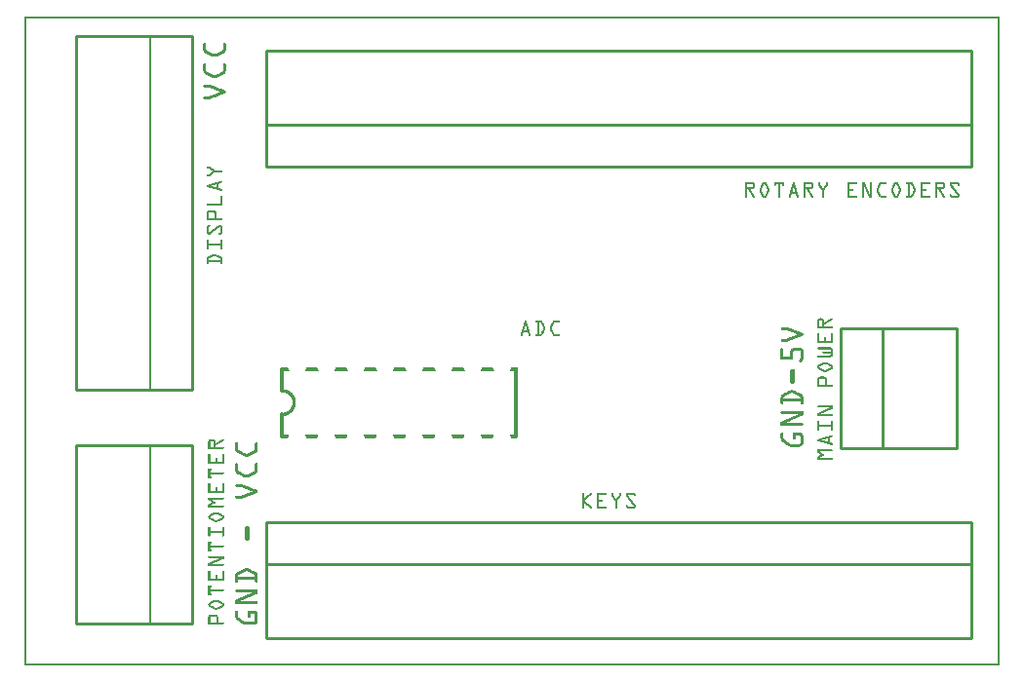
<source format=gto>
G04 MADE WITH FRITZING*
G04 WWW.FRITZING.ORG*
G04 DOUBLE SIDED*
G04 HOLES PLATED*
G04 CONTOUR ON CENTER OF CONTOUR VECTOR*
%ASAXBY*%
%FSLAX23Y23*%
%MOIN*%
%OFA0B0*%
%SFA1.0B1.0*%
%ADD10C,0.010417*%
%ADD11C,0.010000*%
%ADD12C,0.005000*%
%ADD13C,0.012000*%
%ADD14R,0.001000X0.001000*%
%LNSILK1*%
G90*
G70*
G54D10*
X3187Y745D02*
X3187Y1156D01*
D02*
X3187Y1156D02*
X2791Y1156D01*
D02*
X2791Y1156D02*
X2791Y745D01*
D02*
X2791Y745D02*
X3187Y745D01*
D02*
X2934Y1156D02*
X2934Y745D01*
G54D11*
D02*
X177Y2155D02*
X177Y945D01*
D02*
X177Y945D02*
X573Y945D01*
D02*
X573Y945D02*
X573Y2155D01*
D02*
X573Y2155D02*
X177Y2155D01*
G54D12*
D02*
X431Y945D02*
X431Y2155D01*
G54D11*
D02*
X177Y755D02*
X177Y145D01*
D02*
X573Y145D02*
X573Y755D01*
D02*
X573Y755D02*
X177Y755D01*
G54D12*
D02*
X431Y145D02*
X431Y755D01*
G54D11*
D02*
X177Y145D02*
X573Y145D01*
G54D13*
D02*
X1682Y1015D02*
X1682Y785D01*
D02*
X882Y1015D02*
X882Y940D01*
D02*
X882Y785D02*
X882Y860D01*
G54D10*
D02*
X3237Y2105D02*
X827Y2105D01*
D02*
X827Y2105D02*
X827Y1709D01*
D02*
X827Y1709D02*
X3237Y1709D01*
D02*
X3237Y1709D02*
X3237Y2105D01*
D02*
X827Y1852D02*
X3237Y1852D01*
D02*
X827Y95D02*
X3237Y95D01*
D02*
X3237Y95D02*
X3237Y491D01*
D02*
X3237Y491D02*
X827Y491D01*
D02*
X827Y491D02*
X827Y95D01*
D02*
X3237Y349D02*
X827Y349D01*
G54D14*
X1Y2222D02*
X3333Y2222D01*
X1Y2221D02*
X3333Y2221D01*
X1Y2220D02*
X3333Y2220D01*
X1Y2219D02*
X3333Y2219D01*
X1Y2218D02*
X3333Y2218D01*
X1Y2217D02*
X3333Y2217D01*
X1Y2216D02*
X3333Y2216D01*
X1Y2215D02*
X3333Y2215D01*
X1Y2214D02*
X8Y2214D01*
X3326Y2214D02*
X3333Y2214D01*
X1Y2213D02*
X8Y2213D01*
X3326Y2213D02*
X3333Y2213D01*
X1Y2212D02*
X8Y2212D01*
X3326Y2212D02*
X3333Y2212D01*
X1Y2211D02*
X8Y2211D01*
X3326Y2211D02*
X3333Y2211D01*
X1Y2210D02*
X8Y2210D01*
X3326Y2210D02*
X3333Y2210D01*
X1Y2209D02*
X8Y2209D01*
X3326Y2209D02*
X3333Y2209D01*
X1Y2208D02*
X8Y2208D01*
X3326Y2208D02*
X3333Y2208D01*
X1Y2207D02*
X8Y2207D01*
X3326Y2207D02*
X3333Y2207D01*
X1Y2206D02*
X8Y2206D01*
X3326Y2206D02*
X3333Y2206D01*
X1Y2205D02*
X8Y2205D01*
X3326Y2205D02*
X3333Y2205D01*
X1Y2204D02*
X8Y2204D01*
X3326Y2204D02*
X3333Y2204D01*
X1Y2203D02*
X8Y2203D01*
X3326Y2203D02*
X3333Y2203D01*
X1Y2202D02*
X8Y2202D01*
X3326Y2202D02*
X3333Y2202D01*
X1Y2201D02*
X8Y2201D01*
X3326Y2201D02*
X3333Y2201D01*
X1Y2200D02*
X8Y2200D01*
X3326Y2200D02*
X3333Y2200D01*
X1Y2199D02*
X8Y2199D01*
X3326Y2199D02*
X3333Y2199D01*
X1Y2198D02*
X8Y2198D01*
X3326Y2198D02*
X3333Y2198D01*
X1Y2197D02*
X8Y2197D01*
X3326Y2197D02*
X3333Y2197D01*
X1Y2196D02*
X8Y2196D01*
X3326Y2196D02*
X3333Y2196D01*
X1Y2195D02*
X8Y2195D01*
X3326Y2195D02*
X3333Y2195D01*
X1Y2194D02*
X8Y2194D01*
X3326Y2194D02*
X3333Y2194D01*
X1Y2193D02*
X8Y2193D01*
X3326Y2193D02*
X3333Y2193D01*
X1Y2192D02*
X8Y2192D01*
X3326Y2192D02*
X3333Y2192D01*
X1Y2191D02*
X8Y2191D01*
X3326Y2191D02*
X3333Y2191D01*
X1Y2190D02*
X8Y2190D01*
X3326Y2190D02*
X3333Y2190D01*
X1Y2189D02*
X8Y2189D01*
X3326Y2189D02*
X3333Y2189D01*
X1Y2188D02*
X8Y2188D01*
X3326Y2188D02*
X3333Y2188D01*
X1Y2187D02*
X8Y2187D01*
X3326Y2187D02*
X3333Y2187D01*
X1Y2186D02*
X8Y2186D01*
X3326Y2186D02*
X3333Y2186D01*
X1Y2185D02*
X8Y2185D01*
X3326Y2185D02*
X3333Y2185D01*
X1Y2184D02*
X8Y2184D01*
X3326Y2184D02*
X3333Y2184D01*
X1Y2183D02*
X8Y2183D01*
X3326Y2183D02*
X3333Y2183D01*
X1Y2182D02*
X8Y2182D01*
X3326Y2182D02*
X3333Y2182D01*
X1Y2181D02*
X8Y2181D01*
X3326Y2181D02*
X3333Y2181D01*
X1Y2180D02*
X8Y2180D01*
X3326Y2180D02*
X3333Y2180D01*
X1Y2179D02*
X8Y2179D01*
X3326Y2179D02*
X3333Y2179D01*
X1Y2178D02*
X8Y2178D01*
X3326Y2178D02*
X3333Y2178D01*
X1Y2177D02*
X8Y2177D01*
X3326Y2177D02*
X3333Y2177D01*
X1Y2176D02*
X8Y2176D01*
X3326Y2176D02*
X3333Y2176D01*
X1Y2175D02*
X8Y2175D01*
X3326Y2175D02*
X3333Y2175D01*
X1Y2174D02*
X8Y2174D01*
X3326Y2174D02*
X3333Y2174D01*
X1Y2173D02*
X8Y2173D01*
X3326Y2173D02*
X3333Y2173D01*
X1Y2172D02*
X8Y2172D01*
X3326Y2172D02*
X3333Y2172D01*
X1Y2171D02*
X8Y2171D01*
X3326Y2171D02*
X3333Y2171D01*
X1Y2170D02*
X8Y2170D01*
X3326Y2170D02*
X3333Y2170D01*
X1Y2169D02*
X8Y2169D01*
X3326Y2169D02*
X3333Y2169D01*
X1Y2168D02*
X8Y2168D01*
X3326Y2168D02*
X3333Y2168D01*
X1Y2167D02*
X8Y2167D01*
X3326Y2167D02*
X3333Y2167D01*
X1Y2166D02*
X8Y2166D01*
X3326Y2166D02*
X3333Y2166D01*
X1Y2165D02*
X8Y2165D01*
X3326Y2165D02*
X3333Y2165D01*
X1Y2164D02*
X8Y2164D01*
X3326Y2164D02*
X3333Y2164D01*
X1Y2163D02*
X8Y2163D01*
X3326Y2163D02*
X3333Y2163D01*
X1Y2162D02*
X8Y2162D01*
X3326Y2162D02*
X3333Y2162D01*
X1Y2161D02*
X8Y2161D01*
X3326Y2161D02*
X3333Y2161D01*
X1Y2160D02*
X8Y2160D01*
X3326Y2160D02*
X3333Y2160D01*
X1Y2159D02*
X8Y2159D01*
X3326Y2159D02*
X3333Y2159D01*
X1Y2158D02*
X8Y2158D01*
X3326Y2158D02*
X3333Y2158D01*
X1Y2157D02*
X8Y2157D01*
X3326Y2157D02*
X3333Y2157D01*
X1Y2156D02*
X8Y2156D01*
X3326Y2156D02*
X3333Y2156D01*
X1Y2155D02*
X8Y2155D01*
X3326Y2155D02*
X3333Y2155D01*
X1Y2154D02*
X8Y2154D01*
X3326Y2154D02*
X3333Y2154D01*
X1Y2153D02*
X8Y2153D01*
X3326Y2153D02*
X3333Y2153D01*
X1Y2152D02*
X8Y2152D01*
X3326Y2152D02*
X3333Y2152D01*
X1Y2151D02*
X8Y2151D01*
X3326Y2151D02*
X3333Y2151D01*
X1Y2150D02*
X8Y2150D01*
X3326Y2150D02*
X3333Y2150D01*
X1Y2149D02*
X8Y2149D01*
X3326Y2149D02*
X3333Y2149D01*
X1Y2148D02*
X8Y2148D01*
X3326Y2148D02*
X3333Y2148D01*
X1Y2147D02*
X8Y2147D01*
X3326Y2147D02*
X3333Y2147D01*
X1Y2146D02*
X8Y2146D01*
X3326Y2146D02*
X3333Y2146D01*
X1Y2145D02*
X8Y2145D01*
X3326Y2145D02*
X3333Y2145D01*
X1Y2144D02*
X8Y2144D01*
X3326Y2144D02*
X3333Y2144D01*
X1Y2143D02*
X8Y2143D01*
X3326Y2143D02*
X3333Y2143D01*
X1Y2142D02*
X8Y2142D01*
X3326Y2142D02*
X3333Y2142D01*
X1Y2141D02*
X8Y2141D01*
X3326Y2141D02*
X3333Y2141D01*
X1Y2140D02*
X8Y2140D01*
X3326Y2140D02*
X3333Y2140D01*
X1Y2139D02*
X8Y2139D01*
X3326Y2139D02*
X3333Y2139D01*
X1Y2138D02*
X8Y2138D01*
X3326Y2138D02*
X3333Y2138D01*
X1Y2137D02*
X8Y2137D01*
X3326Y2137D02*
X3333Y2137D01*
X1Y2136D02*
X8Y2136D01*
X3326Y2136D02*
X3333Y2136D01*
X1Y2135D02*
X8Y2135D01*
X3326Y2135D02*
X3333Y2135D01*
X1Y2134D02*
X8Y2134D01*
X3326Y2134D02*
X3333Y2134D01*
X1Y2133D02*
X8Y2133D01*
X3326Y2133D02*
X3333Y2133D01*
X1Y2132D02*
X8Y2132D01*
X615Y2132D02*
X619Y2132D01*
X682Y2132D02*
X686Y2132D01*
X3326Y2132D02*
X3333Y2132D01*
X1Y2131D02*
X8Y2131D01*
X613Y2131D02*
X620Y2131D01*
X681Y2131D02*
X688Y2131D01*
X3326Y2131D02*
X3333Y2131D01*
X1Y2130D02*
X8Y2130D01*
X613Y2130D02*
X620Y2130D01*
X681Y2130D02*
X688Y2130D01*
X3326Y2130D02*
X3333Y2130D01*
X1Y2129D02*
X8Y2129D01*
X612Y2129D02*
X621Y2129D01*
X680Y2129D02*
X689Y2129D01*
X3326Y2129D02*
X3333Y2129D01*
X1Y2128D02*
X8Y2128D01*
X612Y2128D02*
X621Y2128D01*
X680Y2128D02*
X689Y2128D01*
X3326Y2128D02*
X3333Y2128D01*
X1Y2127D02*
X8Y2127D01*
X612Y2127D02*
X621Y2127D01*
X680Y2127D02*
X689Y2127D01*
X3326Y2127D02*
X3333Y2127D01*
X1Y2126D02*
X8Y2126D01*
X612Y2126D02*
X621Y2126D01*
X680Y2126D02*
X689Y2126D01*
X3326Y2126D02*
X3333Y2126D01*
X1Y2125D02*
X8Y2125D01*
X612Y2125D02*
X621Y2125D01*
X680Y2125D02*
X689Y2125D01*
X3326Y2125D02*
X3333Y2125D01*
X1Y2124D02*
X8Y2124D01*
X612Y2124D02*
X621Y2124D01*
X680Y2124D02*
X689Y2124D01*
X3326Y2124D02*
X3333Y2124D01*
X1Y2123D02*
X8Y2123D01*
X612Y2123D02*
X621Y2123D01*
X680Y2123D02*
X689Y2123D01*
X3326Y2123D02*
X3333Y2123D01*
X1Y2122D02*
X8Y2122D01*
X612Y2122D02*
X621Y2122D01*
X680Y2122D02*
X689Y2122D01*
X3326Y2122D02*
X3333Y2122D01*
X1Y2121D02*
X8Y2121D01*
X612Y2121D02*
X621Y2121D01*
X680Y2121D02*
X689Y2121D01*
X3326Y2121D02*
X3333Y2121D01*
X1Y2120D02*
X8Y2120D01*
X612Y2120D02*
X621Y2120D01*
X680Y2120D02*
X689Y2120D01*
X3326Y2120D02*
X3333Y2120D01*
X1Y2119D02*
X8Y2119D01*
X612Y2119D02*
X621Y2119D01*
X680Y2119D02*
X689Y2119D01*
X3326Y2119D02*
X3333Y2119D01*
X1Y2118D02*
X8Y2118D01*
X612Y2118D02*
X621Y2118D01*
X680Y2118D02*
X689Y2118D01*
X3326Y2118D02*
X3333Y2118D01*
X1Y2117D02*
X8Y2117D01*
X612Y2117D02*
X621Y2117D01*
X680Y2117D02*
X689Y2117D01*
X3326Y2117D02*
X3333Y2117D01*
X1Y2116D02*
X8Y2116D01*
X612Y2116D02*
X621Y2116D01*
X680Y2116D02*
X689Y2116D01*
X3326Y2116D02*
X3333Y2116D01*
X1Y2115D02*
X8Y2115D01*
X612Y2115D02*
X621Y2115D01*
X680Y2115D02*
X689Y2115D01*
X3326Y2115D02*
X3333Y2115D01*
X1Y2114D02*
X8Y2114D01*
X612Y2114D02*
X621Y2114D01*
X680Y2114D02*
X689Y2114D01*
X3326Y2114D02*
X3333Y2114D01*
X1Y2113D02*
X8Y2113D01*
X612Y2113D02*
X621Y2113D01*
X680Y2113D02*
X689Y2113D01*
X3326Y2113D02*
X3333Y2113D01*
X1Y2112D02*
X8Y2112D01*
X612Y2112D02*
X621Y2112D01*
X680Y2112D02*
X689Y2112D01*
X3326Y2112D02*
X3333Y2112D01*
X1Y2111D02*
X8Y2111D01*
X612Y2111D02*
X621Y2111D01*
X680Y2111D02*
X689Y2111D01*
X3326Y2111D02*
X3333Y2111D01*
X1Y2110D02*
X8Y2110D01*
X612Y2110D02*
X621Y2110D01*
X680Y2110D02*
X689Y2110D01*
X3326Y2110D02*
X3333Y2110D01*
X1Y2109D02*
X8Y2109D01*
X612Y2109D02*
X621Y2109D01*
X680Y2109D02*
X689Y2109D01*
X3326Y2109D02*
X3333Y2109D01*
X1Y2108D02*
X8Y2108D01*
X612Y2108D02*
X621Y2108D01*
X680Y2108D02*
X689Y2108D01*
X3326Y2108D02*
X3333Y2108D01*
X1Y2107D02*
X8Y2107D01*
X612Y2107D02*
X622Y2107D01*
X679Y2107D02*
X689Y2107D01*
X3326Y2107D02*
X3333Y2107D01*
X1Y2106D02*
X8Y2106D01*
X612Y2106D02*
X622Y2106D01*
X679Y2106D02*
X689Y2106D01*
X3326Y2106D02*
X3333Y2106D01*
X1Y2105D02*
X8Y2105D01*
X613Y2105D02*
X623Y2105D01*
X678Y2105D02*
X688Y2105D01*
X3326Y2105D02*
X3333Y2105D01*
X1Y2104D02*
X8Y2104D01*
X613Y2104D02*
X625Y2104D01*
X676Y2104D02*
X688Y2104D01*
X3326Y2104D02*
X3333Y2104D01*
X1Y2103D02*
X8Y2103D01*
X613Y2103D02*
X627Y2103D01*
X674Y2103D02*
X688Y2103D01*
X3326Y2103D02*
X3333Y2103D01*
X1Y2102D02*
X8Y2102D01*
X614Y2102D02*
X629Y2102D01*
X672Y2102D02*
X687Y2102D01*
X3326Y2102D02*
X3333Y2102D01*
X1Y2101D02*
X8Y2101D01*
X614Y2101D02*
X631Y2101D01*
X670Y2101D02*
X687Y2101D01*
X3326Y2101D02*
X3333Y2101D01*
X1Y2100D02*
X8Y2100D01*
X615Y2100D02*
X633Y2100D01*
X668Y2100D02*
X686Y2100D01*
X3326Y2100D02*
X3333Y2100D01*
X1Y2099D02*
X8Y2099D01*
X616Y2099D02*
X635Y2099D01*
X666Y2099D02*
X685Y2099D01*
X3326Y2099D02*
X3333Y2099D01*
X1Y2098D02*
X8Y2098D01*
X617Y2098D02*
X637Y2098D01*
X664Y2098D02*
X684Y2098D01*
X3326Y2098D02*
X3333Y2098D01*
X1Y2097D02*
X8Y2097D01*
X618Y2097D02*
X639Y2097D01*
X662Y2097D02*
X683Y2097D01*
X3326Y2097D02*
X3333Y2097D01*
X1Y2096D02*
X8Y2096D01*
X619Y2096D02*
X641Y2096D01*
X660Y2096D02*
X681Y2096D01*
X3326Y2096D02*
X3333Y2096D01*
X1Y2095D02*
X8Y2095D01*
X621Y2095D02*
X643Y2095D01*
X658Y2095D02*
X679Y2095D01*
X3326Y2095D02*
X3333Y2095D01*
X1Y2094D02*
X8Y2094D01*
X623Y2094D02*
X645Y2094D01*
X656Y2094D02*
X678Y2094D01*
X3326Y2094D02*
X3333Y2094D01*
X1Y2093D02*
X8Y2093D01*
X625Y2093D02*
X676Y2093D01*
X3326Y2093D02*
X3333Y2093D01*
X1Y2092D02*
X8Y2092D01*
X627Y2092D02*
X674Y2092D01*
X3326Y2092D02*
X3333Y2092D01*
X1Y2091D02*
X8Y2091D01*
X629Y2091D02*
X672Y2091D01*
X3326Y2091D02*
X3333Y2091D01*
X1Y2090D02*
X8Y2090D01*
X631Y2090D02*
X670Y2090D01*
X3326Y2090D02*
X3333Y2090D01*
X1Y2089D02*
X8Y2089D01*
X633Y2089D02*
X668Y2089D01*
X3326Y2089D02*
X3333Y2089D01*
X1Y2088D02*
X8Y2088D01*
X635Y2088D02*
X666Y2088D01*
X3326Y2088D02*
X3333Y2088D01*
X1Y2087D02*
X8Y2087D01*
X637Y2087D02*
X664Y2087D01*
X3326Y2087D02*
X3333Y2087D01*
X1Y2086D02*
X8Y2086D01*
X639Y2086D02*
X662Y2086D01*
X3326Y2086D02*
X3333Y2086D01*
X1Y2085D02*
X8Y2085D01*
X642Y2085D02*
X659Y2085D01*
X3326Y2085D02*
X3333Y2085D01*
X1Y2084D02*
X8Y2084D01*
X644Y2084D02*
X657Y2084D01*
X3326Y2084D02*
X3333Y2084D01*
X1Y2083D02*
X8Y2083D01*
X3326Y2083D02*
X3333Y2083D01*
X1Y2082D02*
X8Y2082D01*
X3326Y2082D02*
X3333Y2082D01*
X1Y2081D02*
X8Y2081D01*
X3326Y2081D02*
X3333Y2081D01*
X1Y2080D02*
X8Y2080D01*
X3326Y2080D02*
X3333Y2080D01*
X1Y2079D02*
X8Y2079D01*
X3326Y2079D02*
X3333Y2079D01*
X1Y2078D02*
X8Y2078D01*
X3326Y2078D02*
X3333Y2078D01*
X1Y2077D02*
X8Y2077D01*
X3326Y2077D02*
X3333Y2077D01*
X1Y2076D02*
X8Y2076D01*
X3326Y2076D02*
X3333Y2076D01*
X1Y2075D02*
X8Y2075D01*
X3326Y2075D02*
X3333Y2075D01*
X1Y2074D02*
X8Y2074D01*
X3326Y2074D02*
X3333Y2074D01*
X1Y2073D02*
X8Y2073D01*
X3326Y2073D02*
X3333Y2073D01*
X1Y2072D02*
X8Y2072D01*
X3326Y2072D02*
X3333Y2072D01*
X1Y2071D02*
X8Y2071D01*
X3326Y2071D02*
X3333Y2071D01*
X1Y2070D02*
X8Y2070D01*
X3326Y2070D02*
X3333Y2070D01*
X1Y2069D02*
X8Y2069D01*
X3326Y2069D02*
X3333Y2069D01*
X1Y2068D02*
X8Y2068D01*
X3326Y2068D02*
X3333Y2068D01*
X1Y2067D02*
X8Y2067D01*
X3326Y2067D02*
X3333Y2067D01*
X1Y2066D02*
X8Y2066D01*
X3326Y2066D02*
X3333Y2066D01*
X1Y2065D02*
X8Y2065D01*
X3326Y2065D02*
X3333Y2065D01*
X1Y2064D02*
X8Y2064D01*
X3326Y2064D02*
X3333Y2064D01*
X1Y2063D02*
X8Y2063D01*
X3326Y2063D02*
X3333Y2063D01*
X1Y2062D02*
X8Y2062D01*
X3326Y2062D02*
X3333Y2062D01*
X1Y2061D02*
X8Y2061D01*
X3326Y2061D02*
X3333Y2061D01*
X1Y2060D02*
X8Y2060D01*
X615Y2060D02*
X619Y2060D01*
X682Y2060D02*
X686Y2060D01*
X3326Y2060D02*
X3333Y2060D01*
X1Y2059D02*
X8Y2059D01*
X613Y2059D02*
X620Y2059D01*
X681Y2059D02*
X688Y2059D01*
X3326Y2059D02*
X3333Y2059D01*
X1Y2058D02*
X8Y2058D01*
X613Y2058D02*
X620Y2058D01*
X681Y2058D02*
X688Y2058D01*
X3326Y2058D02*
X3333Y2058D01*
X1Y2057D02*
X8Y2057D01*
X612Y2057D02*
X621Y2057D01*
X680Y2057D02*
X689Y2057D01*
X3326Y2057D02*
X3333Y2057D01*
X1Y2056D02*
X8Y2056D01*
X612Y2056D02*
X621Y2056D01*
X680Y2056D02*
X689Y2056D01*
X3326Y2056D02*
X3333Y2056D01*
X1Y2055D02*
X8Y2055D01*
X612Y2055D02*
X621Y2055D01*
X680Y2055D02*
X689Y2055D01*
X3326Y2055D02*
X3333Y2055D01*
X1Y2054D02*
X8Y2054D01*
X612Y2054D02*
X621Y2054D01*
X680Y2054D02*
X689Y2054D01*
X3326Y2054D02*
X3333Y2054D01*
X1Y2053D02*
X8Y2053D01*
X612Y2053D02*
X621Y2053D01*
X680Y2053D02*
X689Y2053D01*
X3326Y2053D02*
X3333Y2053D01*
X1Y2052D02*
X8Y2052D01*
X612Y2052D02*
X621Y2052D01*
X680Y2052D02*
X689Y2052D01*
X3326Y2052D02*
X3333Y2052D01*
X1Y2051D02*
X8Y2051D01*
X612Y2051D02*
X621Y2051D01*
X680Y2051D02*
X689Y2051D01*
X3326Y2051D02*
X3333Y2051D01*
X1Y2050D02*
X8Y2050D01*
X612Y2050D02*
X621Y2050D01*
X680Y2050D02*
X689Y2050D01*
X3326Y2050D02*
X3333Y2050D01*
X1Y2049D02*
X8Y2049D01*
X612Y2049D02*
X621Y2049D01*
X680Y2049D02*
X689Y2049D01*
X3326Y2049D02*
X3333Y2049D01*
X1Y2048D02*
X8Y2048D01*
X612Y2048D02*
X621Y2048D01*
X680Y2048D02*
X689Y2048D01*
X3326Y2048D02*
X3333Y2048D01*
X1Y2047D02*
X8Y2047D01*
X612Y2047D02*
X621Y2047D01*
X680Y2047D02*
X689Y2047D01*
X3326Y2047D02*
X3333Y2047D01*
X1Y2046D02*
X8Y2046D01*
X612Y2046D02*
X621Y2046D01*
X680Y2046D02*
X689Y2046D01*
X3326Y2046D02*
X3333Y2046D01*
X1Y2045D02*
X8Y2045D01*
X612Y2045D02*
X621Y2045D01*
X680Y2045D02*
X689Y2045D01*
X3326Y2045D02*
X3333Y2045D01*
X1Y2044D02*
X8Y2044D01*
X612Y2044D02*
X621Y2044D01*
X680Y2044D02*
X689Y2044D01*
X3326Y2044D02*
X3333Y2044D01*
X1Y2043D02*
X8Y2043D01*
X612Y2043D02*
X621Y2043D01*
X680Y2043D02*
X689Y2043D01*
X3326Y2043D02*
X3333Y2043D01*
X1Y2042D02*
X8Y2042D01*
X612Y2042D02*
X621Y2042D01*
X680Y2042D02*
X689Y2042D01*
X3326Y2042D02*
X3333Y2042D01*
X1Y2041D02*
X8Y2041D01*
X612Y2041D02*
X621Y2041D01*
X680Y2041D02*
X689Y2041D01*
X3326Y2041D02*
X3333Y2041D01*
X1Y2040D02*
X8Y2040D01*
X612Y2040D02*
X621Y2040D01*
X680Y2040D02*
X689Y2040D01*
X3326Y2040D02*
X3333Y2040D01*
X1Y2039D02*
X8Y2039D01*
X612Y2039D02*
X621Y2039D01*
X680Y2039D02*
X689Y2039D01*
X3326Y2039D02*
X3333Y2039D01*
X1Y2038D02*
X8Y2038D01*
X612Y2038D02*
X621Y2038D01*
X680Y2038D02*
X689Y2038D01*
X3326Y2038D02*
X3333Y2038D01*
X1Y2037D02*
X8Y2037D01*
X612Y2037D02*
X621Y2037D01*
X680Y2037D02*
X689Y2037D01*
X3326Y2037D02*
X3333Y2037D01*
X1Y2036D02*
X8Y2036D01*
X612Y2036D02*
X621Y2036D01*
X680Y2036D02*
X689Y2036D01*
X3326Y2036D02*
X3333Y2036D01*
X1Y2035D02*
X8Y2035D01*
X612Y2035D02*
X622Y2035D01*
X679Y2035D02*
X689Y2035D01*
X3326Y2035D02*
X3333Y2035D01*
X1Y2034D02*
X8Y2034D01*
X612Y2034D02*
X622Y2034D01*
X679Y2034D02*
X689Y2034D01*
X3326Y2034D02*
X3333Y2034D01*
X1Y2033D02*
X8Y2033D01*
X613Y2033D02*
X623Y2033D01*
X678Y2033D02*
X688Y2033D01*
X3326Y2033D02*
X3333Y2033D01*
X1Y2032D02*
X8Y2032D01*
X613Y2032D02*
X625Y2032D01*
X676Y2032D02*
X688Y2032D01*
X3326Y2032D02*
X3333Y2032D01*
X1Y2031D02*
X8Y2031D01*
X613Y2031D02*
X627Y2031D01*
X674Y2031D02*
X688Y2031D01*
X3326Y2031D02*
X3333Y2031D01*
X1Y2030D02*
X8Y2030D01*
X614Y2030D02*
X629Y2030D01*
X672Y2030D02*
X687Y2030D01*
X3326Y2030D02*
X3333Y2030D01*
X1Y2029D02*
X8Y2029D01*
X614Y2029D02*
X631Y2029D01*
X670Y2029D02*
X687Y2029D01*
X3326Y2029D02*
X3333Y2029D01*
X1Y2028D02*
X8Y2028D01*
X615Y2028D02*
X633Y2028D01*
X668Y2028D02*
X686Y2028D01*
X3326Y2028D02*
X3333Y2028D01*
X1Y2027D02*
X8Y2027D01*
X616Y2027D02*
X635Y2027D01*
X666Y2027D02*
X685Y2027D01*
X3326Y2027D02*
X3333Y2027D01*
X1Y2026D02*
X8Y2026D01*
X617Y2026D02*
X637Y2026D01*
X664Y2026D02*
X684Y2026D01*
X3326Y2026D02*
X3333Y2026D01*
X1Y2025D02*
X8Y2025D01*
X618Y2025D02*
X639Y2025D01*
X662Y2025D02*
X683Y2025D01*
X3326Y2025D02*
X3333Y2025D01*
X1Y2024D02*
X8Y2024D01*
X619Y2024D02*
X641Y2024D01*
X660Y2024D02*
X681Y2024D01*
X3326Y2024D02*
X3333Y2024D01*
X1Y2023D02*
X8Y2023D01*
X621Y2023D02*
X643Y2023D01*
X658Y2023D02*
X679Y2023D01*
X3326Y2023D02*
X3333Y2023D01*
X1Y2022D02*
X8Y2022D01*
X623Y2022D02*
X645Y2022D01*
X656Y2022D02*
X678Y2022D01*
X3326Y2022D02*
X3333Y2022D01*
X1Y2021D02*
X8Y2021D01*
X625Y2021D02*
X676Y2021D01*
X3326Y2021D02*
X3333Y2021D01*
X1Y2020D02*
X8Y2020D01*
X627Y2020D02*
X674Y2020D01*
X3326Y2020D02*
X3333Y2020D01*
X1Y2019D02*
X8Y2019D01*
X629Y2019D02*
X672Y2019D01*
X3326Y2019D02*
X3333Y2019D01*
X1Y2018D02*
X8Y2018D01*
X631Y2018D02*
X670Y2018D01*
X3326Y2018D02*
X3333Y2018D01*
X1Y2017D02*
X8Y2017D01*
X633Y2017D02*
X668Y2017D01*
X3326Y2017D02*
X3333Y2017D01*
X1Y2016D02*
X8Y2016D01*
X635Y2016D02*
X666Y2016D01*
X3326Y2016D02*
X3333Y2016D01*
X1Y2015D02*
X8Y2015D01*
X637Y2015D02*
X664Y2015D01*
X3326Y2015D02*
X3333Y2015D01*
X1Y2014D02*
X8Y2014D01*
X639Y2014D02*
X662Y2014D01*
X3326Y2014D02*
X3333Y2014D01*
X1Y2013D02*
X8Y2013D01*
X642Y2013D02*
X659Y2013D01*
X3326Y2013D02*
X3333Y2013D01*
X1Y2012D02*
X8Y2012D01*
X644Y2012D02*
X657Y2012D01*
X3326Y2012D02*
X3333Y2012D01*
X1Y2011D02*
X8Y2011D01*
X3326Y2011D02*
X3333Y2011D01*
X1Y2010D02*
X8Y2010D01*
X3326Y2010D02*
X3333Y2010D01*
X1Y2009D02*
X8Y2009D01*
X3326Y2009D02*
X3333Y2009D01*
X1Y2008D02*
X8Y2008D01*
X3326Y2008D02*
X3333Y2008D01*
X1Y2007D02*
X8Y2007D01*
X3326Y2007D02*
X3333Y2007D01*
X1Y2006D02*
X8Y2006D01*
X3326Y2006D02*
X3333Y2006D01*
X1Y2005D02*
X8Y2005D01*
X3326Y2005D02*
X3333Y2005D01*
X1Y2004D02*
X8Y2004D01*
X3326Y2004D02*
X3333Y2004D01*
X1Y2003D02*
X8Y2003D01*
X3326Y2003D02*
X3333Y2003D01*
X1Y2002D02*
X8Y2002D01*
X3326Y2002D02*
X3333Y2002D01*
X1Y2001D02*
X8Y2001D01*
X3326Y2001D02*
X3333Y2001D01*
X1Y2000D02*
X8Y2000D01*
X3326Y2000D02*
X3333Y2000D01*
X1Y1999D02*
X8Y1999D01*
X3326Y1999D02*
X3333Y1999D01*
X1Y1998D02*
X8Y1998D01*
X3326Y1998D02*
X3333Y1998D01*
X1Y1997D02*
X8Y1997D01*
X3326Y1997D02*
X3333Y1997D01*
X1Y1996D02*
X8Y1996D01*
X3326Y1996D02*
X3333Y1996D01*
X1Y1995D02*
X8Y1995D01*
X3326Y1995D02*
X3333Y1995D01*
X1Y1994D02*
X8Y1994D01*
X3326Y1994D02*
X3333Y1994D01*
X1Y1993D02*
X8Y1993D01*
X3326Y1993D02*
X3333Y1993D01*
X1Y1992D02*
X8Y1992D01*
X3326Y1992D02*
X3333Y1992D01*
X1Y1991D02*
X8Y1991D01*
X3326Y1991D02*
X3333Y1991D01*
X1Y1990D02*
X8Y1990D01*
X3326Y1990D02*
X3333Y1990D01*
X1Y1989D02*
X8Y1989D01*
X3326Y1989D02*
X3333Y1989D01*
X1Y1988D02*
X8Y1988D01*
X615Y1988D02*
X636Y1988D01*
X3326Y1988D02*
X3333Y1988D01*
X1Y1987D02*
X8Y1987D01*
X613Y1987D02*
X639Y1987D01*
X3326Y1987D02*
X3333Y1987D01*
X1Y1986D02*
X8Y1986D01*
X613Y1986D02*
X641Y1986D01*
X3326Y1986D02*
X3333Y1986D01*
X1Y1985D02*
X8Y1985D01*
X612Y1985D02*
X644Y1985D01*
X3326Y1985D02*
X3333Y1985D01*
X1Y1984D02*
X8Y1984D01*
X612Y1984D02*
X646Y1984D01*
X3326Y1984D02*
X3333Y1984D01*
X1Y1983D02*
X8Y1983D01*
X612Y1983D02*
X649Y1983D01*
X3326Y1983D02*
X3333Y1983D01*
X1Y1982D02*
X8Y1982D01*
X612Y1982D02*
X651Y1982D01*
X3326Y1982D02*
X3333Y1982D01*
X1Y1981D02*
X8Y1981D01*
X613Y1981D02*
X654Y1981D01*
X3326Y1981D02*
X3333Y1981D01*
X1Y1980D02*
X8Y1980D01*
X614Y1980D02*
X657Y1980D01*
X3326Y1980D02*
X3333Y1980D01*
X1Y1979D02*
X8Y1979D01*
X615Y1979D02*
X659Y1979D01*
X3326Y1979D02*
X3333Y1979D01*
X1Y1978D02*
X8Y1978D01*
X635Y1978D02*
X662Y1978D01*
X3326Y1978D02*
X3333Y1978D01*
X1Y1977D02*
X8Y1977D01*
X637Y1977D02*
X664Y1977D01*
X3326Y1977D02*
X3333Y1977D01*
X1Y1976D02*
X8Y1976D01*
X640Y1976D02*
X667Y1976D01*
X3326Y1976D02*
X3333Y1976D01*
X1Y1975D02*
X8Y1975D01*
X643Y1975D02*
X669Y1975D01*
X3326Y1975D02*
X3333Y1975D01*
X1Y1974D02*
X8Y1974D01*
X645Y1974D02*
X672Y1974D01*
X3326Y1974D02*
X3333Y1974D01*
X1Y1973D02*
X8Y1973D01*
X648Y1973D02*
X675Y1973D01*
X3326Y1973D02*
X3333Y1973D01*
X1Y1972D02*
X8Y1972D01*
X650Y1972D02*
X677Y1972D01*
X3326Y1972D02*
X3333Y1972D01*
X1Y1971D02*
X8Y1971D01*
X653Y1971D02*
X680Y1971D01*
X3326Y1971D02*
X3333Y1971D01*
X1Y1970D02*
X8Y1970D01*
X655Y1970D02*
X682Y1970D01*
X3326Y1970D02*
X3333Y1970D01*
X1Y1969D02*
X8Y1969D01*
X658Y1969D02*
X685Y1969D01*
X3326Y1969D02*
X3333Y1969D01*
X1Y1968D02*
X8Y1968D01*
X660Y1968D02*
X687Y1968D01*
X3326Y1968D02*
X3333Y1968D01*
X1Y1967D02*
X8Y1967D01*
X663Y1967D02*
X688Y1967D01*
X3326Y1967D02*
X3333Y1967D01*
X1Y1966D02*
X8Y1966D01*
X666Y1966D02*
X689Y1966D01*
X3326Y1966D02*
X3333Y1966D01*
X1Y1965D02*
X8Y1965D01*
X668Y1965D02*
X689Y1965D01*
X3326Y1965D02*
X3333Y1965D01*
X1Y1964D02*
X8Y1964D01*
X670Y1964D02*
X689Y1964D01*
X3326Y1964D02*
X3333Y1964D01*
X1Y1963D02*
X8Y1963D01*
X669Y1963D02*
X689Y1963D01*
X3326Y1963D02*
X3333Y1963D01*
X1Y1962D02*
X8Y1962D01*
X666Y1962D02*
X689Y1962D01*
X3326Y1962D02*
X3333Y1962D01*
X1Y1961D02*
X8Y1961D01*
X664Y1961D02*
X688Y1961D01*
X3326Y1961D02*
X3333Y1961D01*
X1Y1960D02*
X8Y1960D01*
X661Y1960D02*
X687Y1960D01*
X3326Y1960D02*
X3333Y1960D01*
X1Y1959D02*
X8Y1959D01*
X658Y1959D02*
X686Y1959D01*
X3326Y1959D02*
X3333Y1959D01*
X1Y1958D02*
X8Y1958D01*
X656Y1958D02*
X683Y1958D01*
X3326Y1958D02*
X3333Y1958D01*
X1Y1957D02*
X8Y1957D01*
X653Y1957D02*
X680Y1957D01*
X3326Y1957D02*
X3333Y1957D01*
X1Y1956D02*
X8Y1956D01*
X651Y1956D02*
X678Y1956D01*
X3326Y1956D02*
X3333Y1956D01*
X1Y1955D02*
X8Y1955D01*
X648Y1955D02*
X675Y1955D01*
X3326Y1955D02*
X3333Y1955D01*
X1Y1954D02*
X8Y1954D01*
X646Y1954D02*
X673Y1954D01*
X3326Y1954D02*
X3333Y1954D01*
X1Y1953D02*
X8Y1953D01*
X643Y1953D02*
X670Y1953D01*
X3326Y1953D02*
X3333Y1953D01*
X1Y1952D02*
X8Y1952D01*
X641Y1952D02*
X668Y1952D01*
X3326Y1952D02*
X3333Y1952D01*
X1Y1951D02*
X8Y1951D01*
X638Y1951D02*
X665Y1951D01*
X3326Y1951D02*
X3333Y1951D01*
X1Y1950D02*
X8Y1950D01*
X635Y1950D02*
X662Y1950D01*
X3326Y1950D02*
X3333Y1950D01*
X1Y1949D02*
X8Y1949D01*
X617Y1949D02*
X660Y1949D01*
X3326Y1949D02*
X3333Y1949D01*
X1Y1948D02*
X8Y1948D01*
X614Y1948D02*
X657Y1948D01*
X3326Y1948D02*
X3333Y1948D01*
X1Y1947D02*
X8Y1947D01*
X613Y1947D02*
X655Y1947D01*
X3326Y1947D02*
X3333Y1947D01*
X1Y1946D02*
X8Y1946D01*
X612Y1946D02*
X652Y1946D01*
X3326Y1946D02*
X3333Y1946D01*
X1Y1945D02*
X8Y1945D01*
X612Y1945D02*
X650Y1945D01*
X3326Y1945D02*
X3333Y1945D01*
X1Y1944D02*
X8Y1944D01*
X612Y1944D02*
X647Y1944D01*
X3326Y1944D02*
X3333Y1944D01*
X1Y1943D02*
X8Y1943D01*
X612Y1943D02*
X644Y1943D01*
X3326Y1943D02*
X3333Y1943D01*
X1Y1942D02*
X8Y1942D01*
X612Y1942D02*
X642Y1942D01*
X3326Y1942D02*
X3333Y1942D01*
X1Y1941D02*
X8Y1941D01*
X613Y1941D02*
X639Y1941D01*
X3326Y1941D02*
X3333Y1941D01*
X1Y1940D02*
X8Y1940D01*
X614Y1940D02*
X637Y1940D01*
X3326Y1940D02*
X3333Y1940D01*
X1Y1939D02*
X8Y1939D01*
X617Y1939D02*
X634Y1939D01*
X3326Y1939D02*
X3333Y1939D01*
X1Y1938D02*
X8Y1938D01*
X3326Y1938D02*
X3333Y1938D01*
X1Y1937D02*
X8Y1937D01*
X3326Y1937D02*
X3333Y1937D01*
X1Y1936D02*
X8Y1936D01*
X3326Y1936D02*
X3333Y1936D01*
X1Y1935D02*
X8Y1935D01*
X3326Y1935D02*
X3333Y1935D01*
X1Y1934D02*
X8Y1934D01*
X3326Y1934D02*
X3333Y1934D01*
X1Y1933D02*
X8Y1933D01*
X3326Y1933D02*
X3333Y1933D01*
X1Y1932D02*
X8Y1932D01*
X3326Y1932D02*
X3333Y1932D01*
X1Y1931D02*
X8Y1931D01*
X3326Y1931D02*
X3333Y1931D01*
X1Y1930D02*
X8Y1930D01*
X3326Y1930D02*
X3333Y1930D01*
X1Y1929D02*
X8Y1929D01*
X3326Y1929D02*
X3333Y1929D01*
X1Y1928D02*
X8Y1928D01*
X3326Y1928D02*
X3333Y1928D01*
X1Y1927D02*
X8Y1927D01*
X3326Y1927D02*
X3333Y1927D01*
X1Y1926D02*
X8Y1926D01*
X3326Y1926D02*
X3333Y1926D01*
X1Y1925D02*
X8Y1925D01*
X3326Y1925D02*
X3333Y1925D01*
X1Y1924D02*
X8Y1924D01*
X3326Y1924D02*
X3333Y1924D01*
X1Y1923D02*
X8Y1923D01*
X3326Y1923D02*
X3333Y1923D01*
X1Y1922D02*
X8Y1922D01*
X3326Y1922D02*
X3333Y1922D01*
X1Y1921D02*
X8Y1921D01*
X3326Y1921D02*
X3333Y1921D01*
X1Y1920D02*
X8Y1920D01*
X3326Y1920D02*
X3333Y1920D01*
X1Y1919D02*
X8Y1919D01*
X3326Y1919D02*
X3333Y1919D01*
X1Y1918D02*
X8Y1918D01*
X3326Y1918D02*
X3333Y1918D01*
X1Y1917D02*
X8Y1917D01*
X3326Y1917D02*
X3333Y1917D01*
X1Y1916D02*
X8Y1916D01*
X3326Y1916D02*
X3333Y1916D01*
X1Y1915D02*
X8Y1915D01*
X3326Y1915D02*
X3333Y1915D01*
X1Y1914D02*
X8Y1914D01*
X3326Y1914D02*
X3333Y1914D01*
X1Y1913D02*
X8Y1913D01*
X3326Y1913D02*
X3333Y1913D01*
X1Y1912D02*
X8Y1912D01*
X3326Y1912D02*
X3333Y1912D01*
X1Y1911D02*
X8Y1911D01*
X3326Y1911D02*
X3333Y1911D01*
X1Y1910D02*
X8Y1910D01*
X3326Y1910D02*
X3333Y1910D01*
X1Y1909D02*
X8Y1909D01*
X3326Y1909D02*
X3333Y1909D01*
X1Y1908D02*
X8Y1908D01*
X3326Y1908D02*
X3333Y1908D01*
X1Y1907D02*
X8Y1907D01*
X3326Y1907D02*
X3333Y1907D01*
X1Y1906D02*
X8Y1906D01*
X3326Y1906D02*
X3333Y1906D01*
X1Y1905D02*
X8Y1905D01*
X3326Y1905D02*
X3333Y1905D01*
X1Y1904D02*
X8Y1904D01*
X3326Y1904D02*
X3333Y1904D01*
X1Y1903D02*
X8Y1903D01*
X3326Y1903D02*
X3333Y1903D01*
X1Y1902D02*
X8Y1902D01*
X3326Y1902D02*
X3333Y1902D01*
X1Y1901D02*
X8Y1901D01*
X3326Y1901D02*
X3333Y1901D01*
X1Y1900D02*
X8Y1900D01*
X3326Y1900D02*
X3333Y1900D01*
X1Y1899D02*
X8Y1899D01*
X3326Y1899D02*
X3333Y1899D01*
X1Y1898D02*
X8Y1898D01*
X3326Y1898D02*
X3333Y1898D01*
X1Y1897D02*
X8Y1897D01*
X3326Y1897D02*
X3333Y1897D01*
X1Y1896D02*
X8Y1896D01*
X3326Y1896D02*
X3333Y1896D01*
X1Y1895D02*
X8Y1895D01*
X3326Y1895D02*
X3333Y1895D01*
X1Y1894D02*
X8Y1894D01*
X3326Y1894D02*
X3333Y1894D01*
X1Y1893D02*
X8Y1893D01*
X3326Y1893D02*
X3333Y1893D01*
X1Y1892D02*
X8Y1892D01*
X3326Y1892D02*
X3333Y1892D01*
X1Y1891D02*
X8Y1891D01*
X3326Y1891D02*
X3333Y1891D01*
X1Y1890D02*
X8Y1890D01*
X3326Y1890D02*
X3333Y1890D01*
X1Y1889D02*
X8Y1889D01*
X3326Y1889D02*
X3333Y1889D01*
X1Y1888D02*
X8Y1888D01*
X3326Y1888D02*
X3333Y1888D01*
X1Y1887D02*
X8Y1887D01*
X3326Y1887D02*
X3333Y1887D01*
X1Y1886D02*
X8Y1886D01*
X3326Y1886D02*
X3333Y1886D01*
X1Y1885D02*
X8Y1885D01*
X3326Y1885D02*
X3333Y1885D01*
X1Y1884D02*
X8Y1884D01*
X3326Y1884D02*
X3333Y1884D01*
X1Y1883D02*
X8Y1883D01*
X3326Y1883D02*
X3333Y1883D01*
X1Y1882D02*
X8Y1882D01*
X3326Y1882D02*
X3333Y1882D01*
X1Y1881D02*
X8Y1881D01*
X3326Y1881D02*
X3333Y1881D01*
X1Y1880D02*
X8Y1880D01*
X3326Y1880D02*
X3333Y1880D01*
X1Y1879D02*
X8Y1879D01*
X3326Y1879D02*
X3333Y1879D01*
X1Y1878D02*
X8Y1878D01*
X3326Y1878D02*
X3333Y1878D01*
X1Y1877D02*
X8Y1877D01*
X3326Y1877D02*
X3333Y1877D01*
X1Y1876D02*
X8Y1876D01*
X3326Y1876D02*
X3333Y1876D01*
X1Y1875D02*
X8Y1875D01*
X3326Y1875D02*
X3333Y1875D01*
X1Y1874D02*
X8Y1874D01*
X3326Y1874D02*
X3333Y1874D01*
X1Y1873D02*
X8Y1873D01*
X3326Y1873D02*
X3333Y1873D01*
X1Y1872D02*
X8Y1872D01*
X3326Y1872D02*
X3333Y1872D01*
X1Y1871D02*
X8Y1871D01*
X3326Y1871D02*
X3333Y1871D01*
X1Y1870D02*
X8Y1870D01*
X3326Y1870D02*
X3333Y1870D01*
X1Y1869D02*
X8Y1869D01*
X3326Y1869D02*
X3333Y1869D01*
X1Y1868D02*
X8Y1868D01*
X3326Y1868D02*
X3333Y1868D01*
X1Y1867D02*
X8Y1867D01*
X3326Y1867D02*
X3333Y1867D01*
X1Y1866D02*
X8Y1866D01*
X3326Y1866D02*
X3333Y1866D01*
X1Y1865D02*
X8Y1865D01*
X3326Y1865D02*
X3333Y1865D01*
X1Y1864D02*
X8Y1864D01*
X3326Y1864D02*
X3333Y1864D01*
X1Y1863D02*
X8Y1863D01*
X3326Y1863D02*
X3333Y1863D01*
X1Y1862D02*
X8Y1862D01*
X3326Y1862D02*
X3333Y1862D01*
X1Y1861D02*
X8Y1861D01*
X3326Y1861D02*
X3333Y1861D01*
X1Y1860D02*
X8Y1860D01*
X3326Y1860D02*
X3333Y1860D01*
X1Y1859D02*
X8Y1859D01*
X3326Y1859D02*
X3333Y1859D01*
X1Y1858D02*
X8Y1858D01*
X3326Y1858D02*
X3333Y1858D01*
X1Y1857D02*
X8Y1857D01*
X3326Y1857D02*
X3333Y1857D01*
X1Y1856D02*
X8Y1856D01*
X3326Y1856D02*
X3333Y1856D01*
X1Y1855D02*
X8Y1855D01*
X3326Y1855D02*
X3333Y1855D01*
X1Y1854D02*
X8Y1854D01*
X3326Y1854D02*
X3333Y1854D01*
X1Y1853D02*
X8Y1853D01*
X3326Y1853D02*
X3333Y1853D01*
X1Y1852D02*
X8Y1852D01*
X3326Y1852D02*
X3333Y1852D01*
X1Y1851D02*
X8Y1851D01*
X3326Y1851D02*
X3333Y1851D01*
X1Y1850D02*
X8Y1850D01*
X3326Y1850D02*
X3333Y1850D01*
X1Y1849D02*
X8Y1849D01*
X3326Y1849D02*
X3333Y1849D01*
X1Y1848D02*
X8Y1848D01*
X3326Y1848D02*
X3333Y1848D01*
X1Y1847D02*
X8Y1847D01*
X3326Y1847D02*
X3333Y1847D01*
X1Y1846D02*
X8Y1846D01*
X3326Y1846D02*
X3333Y1846D01*
X1Y1845D02*
X8Y1845D01*
X3326Y1845D02*
X3333Y1845D01*
X1Y1844D02*
X8Y1844D01*
X3326Y1844D02*
X3333Y1844D01*
X1Y1843D02*
X8Y1843D01*
X3326Y1843D02*
X3333Y1843D01*
X1Y1842D02*
X8Y1842D01*
X3326Y1842D02*
X3333Y1842D01*
X1Y1841D02*
X8Y1841D01*
X3326Y1841D02*
X3333Y1841D01*
X1Y1840D02*
X8Y1840D01*
X3326Y1840D02*
X3333Y1840D01*
X1Y1839D02*
X8Y1839D01*
X3326Y1839D02*
X3333Y1839D01*
X1Y1838D02*
X8Y1838D01*
X3326Y1838D02*
X3333Y1838D01*
X1Y1837D02*
X8Y1837D01*
X3326Y1837D02*
X3333Y1837D01*
X1Y1836D02*
X8Y1836D01*
X3326Y1836D02*
X3333Y1836D01*
X1Y1835D02*
X8Y1835D01*
X3326Y1835D02*
X3333Y1835D01*
X1Y1834D02*
X8Y1834D01*
X3326Y1834D02*
X3333Y1834D01*
X1Y1833D02*
X8Y1833D01*
X3326Y1833D02*
X3333Y1833D01*
X1Y1832D02*
X8Y1832D01*
X3326Y1832D02*
X3333Y1832D01*
X1Y1831D02*
X8Y1831D01*
X3326Y1831D02*
X3333Y1831D01*
X1Y1830D02*
X8Y1830D01*
X3326Y1830D02*
X3333Y1830D01*
X1Y1829D02*
X8Y1829D01*
X3326Y1829D02*
X3333Y1829D01*
X1Y1828D02*
X8Y1828D01*
X3326Y1828D02*
X3333Y1828D01*
X1Y1827D02*
X8Y1827D01*
X3326Y1827D02*
X3333Y1827D01*
X1Y1826D02*
X8Y1826D01*
X3326Y1826D02*
X3333Y1826D01*
X1Y1825D02*
X8Y1825D01*
X3326Y1825D02*
X3333Y1825D01*
X1Y1824D02*
X8Y1824D01*
X3326Y1824D02*
X3333Y1824D01*
X1Y1823D02*
X8Y1823D01*
X3326Y1823D02*
X3333Y1823D01*
X1Y1822D02*
X8Y1822D01*
X3326Y1822D02*
X3333Y1822D01*
X1Y1821D02*
X8Y1821D01*
X3326Y1821D02*
X3333Y1821D01*
X1Y1820D02*
X8Y1820D01*
X3326Y1820D02*
X3333Y1820D01*
X1Y1819D02*
X8Y1819D01*
X3326Y1819D02*
X3333Y1819D01*
X1Y1818D02*
X8Y1818D01*
X3326Y1818D02*
X3333Y1818D01*
X1Y1817D02*
X8Y1817D01*
X3326Y1817D02*
X3333Y1817D01*
X1Y1816D02*
X8Y1816D01*
X3326Y1816D02*
X3333Y1816D01*
X1Y1815D02*
X8Y1815D01*
X3326Y1815D02*
X3333Y1815D01*
X1Y1814D02*
X8Y1814D01*
X3326Y1814D02*
X3333Y1814D01*
X1Y1813D02*
X8Y1813D01*
X3326Y1813D02*
X3333Y1813D01*
X1Y1812D02*
X8Y1812D01*
X3326Y1812D02*
X3333Y1812D01*
X1Y1811D02*
X8Y1811D01*
X3326Y1811D02*
X3333Y1811D01*
X1Y1810D02*
X8Y1810D01*
X3326Y1810D02*
X3333Y1810D01*
X1Y1809D02*
X8Y1809D01*
X3326Y1809D02*
X3333Y1809D01*
X1Y1808D02*
X8Y1808D01*
X3326Y1808D02*
X3333Y1808D01*
X1Y1807D02*
X8Y1807D01*
X3326Y1807D02*
X3333Y1807D01*
X1Y1806D02*
X8Y1806D01*
X3326Y1806D02*
X3333Y1806D01*
X1Y1805D02*
X8Y1805D01*
X3326Y1805D02*
X3333Y1805D01*
X1Y1804D02*
X8Y1804D01*
X3326Y1804D02*
X3333Y1804D01*
X1Y1803D02*
X8Y1803D01*
X3326Y1803D02*
X3333Y1803D01*
X1Y1802D02*
X8Y1802D01*
X3326Y1802D02*
X3333Y1802D01*
X1Y1801D02*
X8Y1801D01*
X3326Y1801D02*
X3333Y1801D01*
X1Y1800D02*
X8Y1800D01*
X3326Y1800D02*
X3333Y1800D01*
X1Y1799D02*
X8Y1799D01*
X3326Y1799D02*
X3333Y1799D01*
X1Y1798D02*
X8Y1798D01*
X3326Y1798D02*
X3333Y1798D01*
X1Y1797D02*
X8Y1797D01*
X3326Y1797D02*
X3333Y1797D01*
X1Y1796D02*
X8Y1796D01*
X3326Y1796D02*
X3333Y1796D01*
X1Y1795D02*
X8Y1795D01*
X3326Y1795D02*
X3333Y1795D01*
X1Y1794D02*
X8Y1794D01*
X3326Y1794D02*
X3333Y1794D01*
X1Y1793D02*
X8Y1793D01*
X3326Y1793D02*
X3333Y1793D01*
X1Y1792D02*
X8Y1792D01*
X3326Y1792D02*
X3333Y1792D01*
X1Y1791D02*
X8Y1791D01*
X3326Y1791D02*
X3333Y1791D01*
X1Y1790D02*
X8Y1790D01*
X3326Y1790D02*
X3333Y1790D01*
X1Y1789D02*
X8Y1789D01*
X3326Y1789D02*
X3333Y1789D01*
X1Y1788D02*
X8Y1788D01*
X3326Y1788D02*
X3333Y1788D01*
X1Y1787D02*
X8Y1787D01*
X3326Y1787D02*
X3333Y1787D01*
X1Y1786D02*
X8Y1786D01*
X3326Y1786D02*
X3333Y1786D01*
X1Y1785D02*
X8Y1785D01*
X3326Y1785D02*
X3333Y1785D01*
X1Y1784D02*
X8Y1784D01*
X3326Y1784D02*
X3333Y1784D01*
X1Y1783D02*
X8Y1783D01*
X3326Y1783D02*
X3333Y1783D01*
X1Y1782D02*
X8Y1782D01*
X3326Y1782D02*
X3333Y1782D01*
X1Y1781D02*
X8Y1781D01*
X3326Y1781D02*
X3333Y1781D01*
X1Y1780D02*
X8Y1780D01*
X3326Y1780D02*
X3333Y1780D01*
X1Y1779D02*
X8Y1779D01*
X3326Y1779D02*
X3333Y1779D01*
X1Y1778D02*
X8Y1778D01*
X3326Y1778D02*
X3333Y1778D01*
X1Y1777D02*
X8Y1777D01*
X3326Y1777D02*
X3333Y1777D01*
X1Y1776D02*
X8Y1776D01*
X3326Y1776D02*
X3333Y1776D01*
X1Y1775D02*
X8Y1775D01*
X3326Y1775D02*
X3333Y1775D01*
X1Y1774D02*
X8Y1774D01*
X3326Y1774D02*
X3333Y1774D01*
X1Y1773D02*
X8Y1773D01*
X3326Y1773D02*
X3333Y1773D01*
X1Y1772D02*
X8Y1772D01*
X3326Y1772D02*
X3333Y1772D01*
X1Y1771D02*
X8Y1771D01*
X3326Y1771D02*
X3333Y1771D01*
X1Y1770D02*
X8Y1770D01*
X3326Y1770D02*
X3333Y1770D01*
X1Y1769D02*
X8Y1769D01*
X3326Y1769D02*
X3333Y1769D01*
X1Y1768D02*
X8Y1768D01*
X3326Y1768D02*
X3333Y1768D01*
X1Y1767D02*
X8Y1767D01*
X3326Y1767D02*
X3333Y1767D01*
X1Y1766D02*
X8Y1766D01*
X3326Y1766D02*
X3333Y1766D01*
X1Y1765D02*
X8Y1765D01*
X3326Y1765D02*
X3333Y1765D01*
X1Y1764D02*
X8Y1764D01*
X3326Y1764D02*
X3333Y1764D01*
X1Y1763D02*
X8Y1763D01*
X3326Y1763D02*
X3333Y1763D01*
X1Y1762D02*
X8Y1762D01*
X3326Y1762D02*
X3333Y1762D01*
X1Y1761D02*
X8Y1761D01*
X3326Y1761D02*
X3333Y1761D01*
X1Y1760D02*
X8Y1760D01*
X3326Y1760D02*
X3333Y1760D01*
X1Y1759D02*
X8Y1759D01*
X3326Y1759D02*
X3333Y1759D01*
X1Y1758D02*
X8Y1758D01*
X3326Y1758D02*
X3333Y1758D01*
X1Y1757D02*
X8Y1757D01*
X3326Y1757D02*
X3333Y1757D01*
X1Y1756D02*
X8Y1756D01*
X3326Y1756D02*
X3333Y1756D01*
X1Y1755D02*
X8Y1755D01*
X3326Y1755D02*
X3333Y1755D01*
X1Y1754D02*
X8Y1754D01*
X3326Y1754D02*
X3333Y1754D01*
X1Y1753D02*
X8Y1753D01*
X3326Y1753D02*
X3333Y1753D01*
X1Y1752D02*
X8Y1752D01*
X3326Y1752D02*
X3333Y1752D01*
X1Y1751D02*
X8Y1751D01*
X3326Y1751D02*
X3333Y1751D01*
X1Y1750D02*
X8Y1750D01*
X3326Y1750D02*
X3333Y1750D01*
X1Y1749D02*
X8Y1749D01*
X3326Y1749D02*
X3333Y1749D01*
X1Y1748D02*
X8Y1748D01*
X3326Y1748D02*
X3333Y1748D01*
X1Y1747D02*
X8Y1747D01*
X3326Y1747D02*
X3333Y1747D01*
X1Y1746D02*
X8Y1746D01*
X3326Y1746D02*
X3333Y1746D01*
X1Y1745D02*
X8Y1745D01*
X3326Y1745D02*
X3333Y1745D01*
X1Y1744D02*
X8Y1744D01*
X3326Y1744D02*
X3333Y1744D01*
X1Y1743D02*
X8Y1743D01*
X3326Y1743D02*
X3333Y1743D01*
X1Y1742D02*
X8Y1742D01*
X3326Y1742D02*
X3333Y1742D01*
X1Y1741D02*
X8Y1741D01*
X3326Y1741D02*
X3333Y1741D01*
X1Y1740D02*
X8Y1740D01*
X3326Y1740D02*
X3333Y1740D01*
X1Y1739D02*
X8Y1739D01*
X3326Y1739D02*
X3333Y1739D01*
X1Y1738D02*
X8Y1738D01*
X3326Y1738D02*
X3333Y1738D01*
X1Y1737D02*
X8Y1737D01*
X3326Y1737D02*
X3333Y1737D01*
X1Y1736D02*
X8Y1736D01*
X3326Y1736D02*
X3333Y1736D01*
X1Y1735D02*
X8Y1735D01*
X3326Y1735D02*
X3333Y1735D01*
X1Y1734D02*
X8Y1734D01*
X3326Y1734D02*
X3333Y1734D01*
X1Y1733D02*
X8Y1733D01*
X3326Y1733D02*
X3333Y1733D01*
X1Y1732D02*
X8Y1732D01*
X3326Y1732D02*
X3333Y1732D01*
X1Y1731D02*
X8Y1731D01*
X3326Y1731D02*
X3333Y1731D01*
X1Y1730D02*
X8Y1730D01*
X3326Y1730D02*
X3333Y1730D01*
X1Y1729D02*
X8Y1729D01*
X3326Y1729D02*
X3333Y1729D01*
X1Y1728D02*
X8Y1728D01*
X3326Y1728D02*
X3333Y1728D01*
X1Y1727D02*
X8Y1727D01*
X3326Y1727D02*
X3333Y1727D01*
X1Y1726D02*
X8Y1726D01*
X3326Y1726D02*
X3333Y1726D01*
X1Y1725D02*
X8Y1725D01*
X3326Y1725D02*
X3333Y1725D01*
X1Y1724D02*
X8Y1724D01*
X3326Y1724D02*
X3333Y1724D01*
X1Y1723D02*
X8Y1723D01*
X3326Y1723D02*
X3333Y1723D01*
X1Y1722D02*
X8Y1722D01*
X3326Y1722D02*
X3333Y1722D01*
X1Y1721D02*
X8Y1721D01*
X3326Y1721D02*
X3333Y1721D01*
X1Y1720D02*
X8Y1720D01*
X3326Y1720D02*
X3333Y1720D01*
X1Y1719D02*
X8Y1719D01*
X3326Y1719D02*
X3333Y1719D01*
X1Y1718D02*
X8Y1718D01*
X3326Y1718D02*
X3333Y1718D01*
X1Y1717D02*
X8Y1717D01*
X3326Y1717D02*
X3333Y1717D01*
X1Y1716D02*
X8Y1716D01*
X3326Y1716D02*
X3333Y1716D01*
X1Y1715D02*
X8Y1715D01*
X3326Y1715D02*
X3333Y1715D01*
X1Y1714D02*
X8Y1714D01*
X3326Y1714D02*
X3333Y1714D01*
X1Y1713D02*
X8Y1713D01*
X3326Y1713D02*
X3333Y1713D01*
X1Y1712D02*
X8Y1712D01*
X3326Y1712D02*
X3333Y1712D01*
X1Y1711D02*
X8Y1711D01*
X3326Y1711D02*
X3333Y1711D01*
X1Y1710D02*
X8Y1710D01*
X3326Y1710D02*
X3333Y1710D01*
X1Y1709D02*
X8Y1709D01*
X625Y1709D02*
X633Y1709D01*
X3326Y1709D02*
X3333Y1709D01*
X1Y1708D02*
X8Y1708D01*
X624Y1708D02*
X635Y1708D01*
X3326Y1708D02*
X3333Y1708D01*
X1Y1707D02*
X8Y1707D01*
X623Y1707D02*
X636Y1707D01*
X3326Y1707D02*
X3333Y1707D01*
X1Y1706D02*
X8Y1706D01*
X623Y1706D02*
X637Y1706D01*
X3326Y1706D02*
X3333Y1706D01*
X1Y1705D02*
X8Y1705D01*
X623Y1705D02*
X638Y1705D01*
X3326Y1705D02*
X3333Y1705D01*
X1Y1704D02*
X8Y1704D01*
X624Y1704D02*
X640Y1704D01*
X3326Y1704D02*
X3333Y1704D01*
X1Y1703D02*
X8Y1703D01*
X625Y1703D02*
X641Y1703D01*
X3326Y1703D02*
X3333Y1703D01*
X1Y1702D02*
X8Y1702D01*
X632Y1702D02*
X642Y1702D01*
X3326Y1702D02*
X3333Y1702D01*
X1Y1701D02*
X8Y1701D01*
X633Y1701D02*
X644Y1701D01*
X3326Y1701D02*
X3333Y1701D01*
X1Y1700D02*
X8Y1700D01*
X634Y1700D02*
X645Y1700D01*
X3326Y1700D02*
X3333Y1700D01*
X1Y1699D02*
X8Y1699D01*
X636Y1699D02*
X646Y1699D01*
X3326Y1699D02*
X3333Y1699D01*
X1Y1698D02*
X8Y1698D01*
X637Y1698D02*
X647Y1698D01*
X3326Y1698D02*
X3333Y1698D01*
X1Y1697D02*
X8Y1697D01*
X638Y1697D02*
X649Y1697D01*
X3326Y1697D02*
X3333Y1697D01*
X1Y1696D02*
X8Y1696D01*
X640Y1696D02*
X650Y1696D01*
X3326Y1696D02*
X3333Y1696D01*
X1Y1695D02*
X8Y1695D01*
X641Y1695D02*
X675Y1695D01*
X3326Y1695D02*
X3333Y1695D01*
X1Y1694D02*
X8Y1694D01*
X642Y1694D02*
X676Y1694D01*
X3326Y1694D02*
X3333Y1694D01*
X1Y1693D02*
X8Y1693D01*
X643Y1693D02*
X676Y1693D01*
X3326Y1693D02*
X3333Y1693D01*
X1Y1692D02*
X8Y1692D01*
X644Y1692D02*
X676Y1692D01*
X3326Y1692D02*
X3333Y1692D01*
X1Y1691D02*
X8Y1691D01*
X643Y1691D02*
X676Y1691D01*
X3326Y1691D02*
X3333Y1691D01*
X1Y1690D02*
X8Y1690D01*
X642Y1690D02*
X675Y1690D01*
X3326Y1690D02*
X3333Y1690D01*
X1Y1689D02*
X8Y1689D01*
X640Y1689D02*
X674Y1689D01*
X3326Y1689D02*
X3333Y1689D01*
X1Y1688D02*
X8Y1688D01*
X639Y1688D02*
X649Y1688D01*
X3326Y1688D02*
X3333Y1688D01*
X1Y1687D02*
X8Y1687D01*
X638Y1687D02*
X648Y1687D01*
X3326Y1687D02*
X3333Y1687D01*
X1Y1686D02*
X8Y1686D01*
X636Y1686D02*
X647Y1686D01*
X3326Y1686D02*
X3333Y1686D01*
X1Y1685D02*
X8Y1685D01*
X635Y1685D02*
X646Y1685D01*
X3326Y1685D02*
X3333Y1685D01*
X1Y1684D02*
X8Y1684D01*
X634Y1684D02*
X644Y1684D01*
X3326Y1684D02*
X3333Y1684D01*
X1Y1683D02*
X8Y1683D01*
X633Y1683D02*
X643Y1683D01*
X3326Y1683D02*
X3333Y1683D01*
X1Y1682D02*
X8Y1682D01*
X631Y1682D02*
X642Y1682D01*
X3326Y1682D02*
X3333Y1682D01*
X1Y1681D02*
X8Y1681D01*
X624Y1681D02*
X640Y1681D01*
X3326Y1681D02*
X3333Y1681D01*
X1Y1680D02*
X8Y1680D01*
X623Y1680D02*
X639Y1680D01*
X3326Y1680D02*
X3333Y1680D01*
X1Y1679D02*
X8Y1679D01*
X623Y1679D02*
X638Y1679D01*
X3326Y1679D02*
X3333Y1679D01*
X1Y1678D02*
X8Y1678D01*
X623Y1678D02*
X637Y1678D01*
X3326Y1678D02*
X3333Y1678D01*
X1Y1677D02*
X8Y1677D01*
X623Y1677D02*
X635Y1677D01*
X3326Y1677D02*
X3333Y1677D01*
X1Y1676D02*
X8Y1676D01*
X624Y1676D02*
X634Y1676D01*
X3326Y1676D02*
X3333Y1676D01*
X1Y1675D02*
X8Y1675D01*
X626Y1675D02*
X633Y1675D01*
X3326Y1675D02*
X3333Y1675D01*
X1Y1674D02*
X8Y1674D01*
X3326Y1674D02*
X3333Y1674D01*
X1Y1673D02*
X8Y1673D01*
X3326Y1673D02*
X3333Y1673D01*
X1Y1672D02*
X8Y1672D01*
X3326Y1672D02*
X3333Y1672D01*
X1Y1671D02*
X8Y1671D01*
X3326Y1671D02*
X3333Y1671D01*
X1Y1670D02*
X8Y1670D01*
X3326Y1670D02*
X3333Y1670D01*
X1Y1669D02*
X8Y1669D01*
X3326Y1669D02*
X3333Y1669D01*
X1Y1668D02*
X8Y1668D01*
X3326Y1668D02*
X3333Y1668D01*
X1Y1667D02*
X8Y1667D01*
X3326Y1667D02*
X3333Y1667D01*
X1Y1666D02*
X8Y1666D01*
X3326Y1666D02*
X3333Y1666D01*
X1Y1665D02*
X8Y1665D01*
X3326Y1665D02*
X3333Y1665D01*
X1Y1664D02*
X8Y1664D01*
X3326Y1664D02*
X3333Y1664D01*
X1Y1663D02*
X8Y1663D01*
X3326Y1663D02*
X3333Y1663D01*
X1Y1662D02*
X8Y1662D01*
X3326Y1662D02*
X3333Y1662D01*
X1Y1661D02*
X8Y1661D01*
X3326Y1661D02*
X3333Y1661D01*
X1Y1660D02*
X8Y1660D01*
X3326Y1660D02*
X3333Y1660D01*
X1Y1659D02*
X8Y1659D01*
X672Y1659D02*
X674Y1659D01*
X3326Y1659D02*
X3333Y1659D01*
X1Y1658D02*
X8Y1658D01*
X668Y1658D02*
X675Y1658D01*
X3326Y1658D02*
X3333Y1658D01*
X1Y1657D02*
X8Y1657D01*
X665Y1657D02*
X676Y1657D01*
X3326Y1657D02*
X3333Y1657D01*
X1Y1656D02*
X8Y1656D01*
X661Y1656D02*
X676Y1656D01*
X3326Y1656D02*
X3333Y1656D01*
X1Y1655D02*
X8Y1655D01*
X658Y1655D02*
X676Y1655D01*
X2463Y1655D02*
X2489Y1655D01*
X2528Y1655D02*
X2532Y1655D01*
X2563Y1655D02*
X2597Y1655D01*
X2629Y1655D02*
X2631Y1655D01*
X2663Y1655D02*
X2689Y1655D01*
X2715Y1655D02*
X2717Y1655D01*
X2743Y1655D02*
X2745Y1655D01*
X2813Y1655D02*
X2845Y1655D01*
X2863Y1655D02*
X2872Y1655D01*
X2893Y1655D02*
X2895Y1655D01*
X2928Y1655D02*
X2945Y1655D01*
X2978Y1655D02*
X2982Y1655D01*
X3015Y1655D02*
X3031Y1655D01*
X3063Y1655D02*
X3095Y1655D01*
X3113Y1655D02*
X3139Y1655D01*
X3168Y1655D02*
X3190Y1655D01*
X3326Y1655D02*
X3333Y1655D01*
X1Y1654D02*
X8Y1654D01*
X654Y1654D02*
X675Y1654D01*
X2463Y1654D02*
X2491Y1654D01*
X2526Y1654D02*
X2534Y1654D01*
X2563Y1654D02*
X2597Y1654D01*
X2628Y1654D02*
X2632Y1654D01*
X2663Y1654D02*
X2691Y1654D01*
X2714Y1654D02*
X2718Y1654D01*
X2741Y1654D02*
X2746Y1654D01*
X2813Y1654D02*
X2846Y1654D01*
X2863Y1654D02*
X2872Y1654D01*
X2891Y1654D02*
X2896Y1654D01*
X2926Y1654D02*
X2946Y1654D01*
X2976Y1654D02*
X2984Y1654D01*
X3014Y1654D02*
X3034Y1654D01*
X3063Y1654D02*
X3096Y1654D01*
X3113Y1654D02*
X3141Y1654D01*
X3167Y1654D02*
X3192Y1654D01*
X3326Y1654D02*
X3333Y1654D01*
X1Y1653D02*
X8Y1653D01*
X651Y1653D02*
X674Y1653D01*
X2463Y1653D02*
X2493Y1653D01*
X2524Y1653D02*
X2535Y1653D01*
X2563Y1653D02*
X2597Y1653D01*
X2627Y1653D02*
X2633Y1653D01*
X2663Y1653D02*
X2693Y1653D01*
X2713Y1653D02*
X2719Y1653D01*
X2741Y1653D02*
X2746Y1653D01*
X2813Y1653D02*
X2846Y1653D01*
X2863Y1653D02*
X2872Y1653D01*
X2891Y1653D02*
X2896Y1653D01*
X2925Y1653D02*
X2946Y1653D01*
X2974Y1653D02*
X2985Y1653D01*
X3013Y1653D02*
X3035Y1653D01*
X3063Y1653D02*
X3096Y1653D01*
X3113Y1653D02*
X3143Y1653D01*
X3165Y1653D02*
X3193Y1653D01*
X3326Y1653D02*
X3333Y1653D01*
X1Y1652D02*
X8Y1652D01*
X648Y1652D02*
X671Y1652D01*
X2463Y1652D02*
X2494Y1652D01*
X2523Y1652D02*
X2536Y1652D01*
X2563Y1652D02*
X2597Y1652D01*
X2627Y1652D02*
X2633Y1652D01*
X2663Y1652D02*
X2694Y1652D01*
X2713Y1652D02*
X2719Y1652D01*
X2741Y1652D02*
X2747Y1652D01*
X2813Y1652D02*
X2847Y1652D01*
X2863Y1652D02*
X2873Y1652D01*
X2891Y1652D02*
X2897Y1652D01*
X2923Y1652D02*
X2947Y1652D01*
X2973Y1652D02*
X2986Y1652D01*
X3013Y1652D02*
X3036Y1652D01*
X3063Y1652D02*
X3097Y1652D01*
X3113Y1652D02*
X3144Y1652D01*
X3164Y1652D02*
X3194Y1652D01*
X3326Y1652D02*
X3333Y1652D01*
X1Y1651D02*
X8Y1651D01*
X644Y1651D02*
X668Y1651D01*
X2463Y1651D02*
X2495Y1651D01*
X2523Y1651D02*
X2537Y1651D01*
X2563Y1651D02*
X2597Y1651D01*
X2626Y1651D02*
X2633Y1651D01*
X2663Y1651D02*
X2695Y1651D01*
X2713Y1651D02*
X2719Y1651D01*
X2741Y1651D02*
X2747Y1651D01*
X2813Y1651D02*
X2847Y1651D01*
X2863Y1651D02*
X2873Y1651D01*
X2891Y1651D02*
X2897Y1651D01*
X2923Y1651D02*
X2947Y1651D01*
X2973Y1651D02*
X2987Y1651D01*
X3013Y1651D02*
X3037Y1651D01*
X3063Y1651D02*
X3097Y1651D01*
X3113Y1651D02*
X3145Y1651D01*
X3164Y1651D02*
X3195Y1651D01*
X3326Y1651D02*
X3333Y1651D01*
X1Y1650D02*
X8Y1650D01*
X641Y1650D02*
X665Y1650D01*
X2463Y1650D02*
X2495Y1650D01*
X2522Y1650D02*
X2538Y1650D01*
X2563Y1650D02*
X2597Y1650D01*
X2626Y1650D02*
X2634Y1650D01*
X2663Y1650D02*
X2695Y1650D01*
X2713Y1650D02*
X2719Y1650D01*
X2741Y1650D02*
X2747Y1650D01*
X2813Y1650D02*
X2846Y1650D01*
X2863Y1650D02*
X2874Y1650D01*
X2891Y1650D02*
X2897Y1650D01*
X2922Y1650D02*
X2946Y1650D01*
X2972Y1650D02*
X2988Y1650D01*
X3014Y1650D02*
X3038Y1650D01*
X3063Y1650D02*
X3096Y1650D01*
X3113Y1650D02*
X3145Y1650D01*
X3163Y1650D02*
X3196Y1650D01*
X3326Y1650D02*
X3333Y1650D01*
X1Y1649D02*
X8Y1649D01*
X637Y1649D02*
X664Y1649D01*
X2463Y1649D02*
X2496Y1649D01*
X2522Y1649D02*
X2538Y1649D01*
X2563Y1649D02*
X2597Y1649D01*
X2626Y1649D02*
X2634Y1649D01*
X2663Y1649D02*
X2696Y1649D01*
X2713Y1649D02*
X2719Y1649D01*
X2741Y1649D02*
X2747Y1649D01*
X2813Y1649D02*
X2845Y1649D01*
X2863Y1649D02*
X2874Y1649D01*
X2891Y1649D02*
X2897Y1649D01*
X2921Y1649D02*
X2945Y1649D01*
X2971Y1649D02*
X2988Y1649D01*
X3015Y1649D02*
X3038Y1649D01*
X3063Y1649D02*
X3095Y1649D01*
X3113Y1649D02*
X3146Y1649D01*
X3163Y1649D02*
X3196Y1649D01*
X3326Y1649D02*
X3333Y1649D01*
X1Y1648D02*
X8Y1648D01*
X634Y1648D02*
X664Y1648D01*
X2463Y1648D02*
X2469Y1648D01*
X2489Y1648D02*
X2496Y1648D01*
X2521Y1648D02*
X2528Y1648D01*
X2531Y1648D02*
X2539Y1648D01*
X2563Y1648D02*
X2569Y1648D01*
X2577Y1648D02*
X2583Y1648D01*
X2591Y1648D02*
X2597Y1648D01*
X2626Y1648D02*
X2634Y1648D01*
X2663Y1648D02*
X2669Y1648D01*
X2689Y1648D02*
X2696Y1648D01*
X2713Y1648D02*
X2719Y1648D01*
X2741Y1648D02*
X2747Y1648D01*
X2813Y1648D02*
X2819Y1648D01*
X2863Y1648D02*
X2875Y1648D01*
X2891Y1648D02*
X2897Y1648D01*
X2921Y1648D02*
X2929Y1648D01*
X2971Y1648D02*
X2978Y1648D01*
X2981Y1648D02*
X2989Y1648D01*
X3020Y1648D02*
X3026Y1648D01*
X3031Y1648D02*
X3039Y1648D01*
X3063Y1648D02*
X3069Y1648D01*
X3113Y1648D02*
X3119Y1648D01*
X3139Y1648D02*
X3146Y1648D01*
X3163Y1648D02*
X3169Y1648D01*
X3189Y1648D02*
X3196Y1648D01*
X3326Y1648D02*
X3333Y1648D01*
X1Y1647D02*
X8Y1647D01*
X630Y1647D02*
X654Y1647D01*
X658Y1647D02*
X664Y1647D01*
X2463Y1647D02*
X2469Y1647D01*
X2490Y1647D02*
X2497Y1647D01*
X2521Y1647D02*
X2528Y1647D01*
X2532Y1647D02*
X2539Y1647D01*
X2563Y1647D02*
X2569Y1647D01*
X2577Y1647D02*
X2583Y1647D01*
X2591Y1647D02*
X2597Y1647D01*
X2625Y1647D02*
X2634Y1647D01*
X2663Y1647D02*
X2669Y1647D01*
X2690Y1647D02*
X2696Y1647D01*
X2713Y1647D02*
X2719Y1647D01*
X2740Y1647D02*
X2747Y1647D01*
X2813Y1647D02*
X2819Y1647D01*
X2863Y1647D02*
X2875Y1647D01*
X2891Y1647D02*
X2897Y1647D01*
X2920Y1647D02*
X2928Y1647D01*
X2971Y1647D02*
X2977Y1647D01*
X2982Y1647D02*
X2989Y1647D01*
X3020Y1647D02*
X3026Y1647D01*
X3032Y1647D02*
X3039Y1647D01*
X3063Y1647D02*
X3069Y1647D01*
X3113Y1647D02*
X3119Y1647D01*
X3140Y1647D02*
X3146Y1647D01*
X3163Y1647D02*
X3169Y1647D01*
X3190Y1647D02*
X3197Y1647D01*
X3326Y1647D02*
X3333Y1647D01*
X1Y1646D02*
X8Y1646D01*
X627Y1646D02*
X651Y1646D01*
X658Y1646D02*
X664Y1646D01*
X2463Y1646D02*
X2469Y1646D01*
X2490Y1646D02*
X2497Y1646D01*
X2520Y1646D02*
X2527Y1646D01*
X2533Y1646D02*
X2540Y1646D01*
X2563Y1646D02*
X2569Y1646D01*
X2577Y1646D02*
X2583Y1646D01*
X2591Y1646D02*
X2597Y1646D01*
X2625Y1646D02*
X2635Y1646D01*
X2663Y1646D02*
X2669Y1646D01*
X2690Y1646D02*
X2697Y1646D01*
X2713Y1646D02*
X2720Y1646D01*
X2740Y1646D02*
X2747Y1646D01*
X2813Y1646D02*
X2819Y1646D01*
X2863Y1646D02*
X2875Y1646D01*
X2891Y1646D02*
X2897Y1646D01*
X2920Y1646D02*
X2927Y1646D01*
X2970Y1646D02*
X2977Y1646D01*
X2983Y1646D02*
X2990Y1646D01*
X3020Y1646D02*
X3026Y1646D01*
X3033Y1646D02*
X3040Y1646D01*
X3063Y1646D02*
X3069Y1646D01*
X3113Y1646D02*
X3119Y1646D01*
X3140Y1646D02*
X3147Y1646D01*
X3163Y1646D02*
X3170Y1646D01*
X3191Y1646D02*
X3197Y1646D01*
X3326Y1646D02*
X3333Y1646D01*
X1Y1645D02*
X8Y1645D01*
X624Y1645D02*
X648Y1645D01*
X658Y1645D02*
X664Y1645D01*
X2463Y1645D02*
X2469Y1645D01*
X2491Y1645D02*
X2497Y1645D01*
X2520Y1645D02*
X2526Y1645D01*
X2533Y1645D02*
X2540Y1645D01*
X2563Y1645D02*
X2569Y1645D01*
X2577Y1645D02*
X2583Y1645D01*
X2591Y1645D02*
X2597Y1645D01*
X2625Y1645D02*
X2635Y1645D01*
X2663Y1645D02*
X2669Y1645D01*
X2691Y1645D02*
X2697Y1645D01*
X2713Y1645D02*
X2721Y1645D01*
X2739Y1645D02*
X2747Y1645D01*
X2813Y1645D02*
X2819Y1645D01*
X2863Y1645D02*
X2876Y1645D01*
X2891Y1645D02*
X2897Y1645D01*
X2919Y1645D02*
X2926Y1645D01*
X2970Y1645D02*
X2976Y1645D01*
X2983Y1645D02*
X2990Y1645D01*
X3020Y1645D02*
X3026Y1645D01*
X3033Y1645D02*
X3040Y1645D01*
X3063Y1645D02*
X3069Y1645D01*
X3113Y1645D02*
X3119Y1645D01*
X3141Y1645D02*
X3147Y1645D01*
X3164Y1645D02*
X3171Y1645D01*
X3191Y1645D02*
X3196Y1645D01*
X3326Y1645D02*
X3333Y1645D01*
X1Y1644D02*
X8Y1644D01*
X624Y1644D02*
X644Y1644D01*
X658Y1644D02*
X664Y1644D01*
X2463Y1644D02*
X2469Y1644D01*
X2491Y1644D02*
X2497Y1644D01*
X2519Y1644D02*
X2526Y1644D01*
X2534Y1644D02*
X2541Y1644D01*
X2564Y1644D02*
X2568Y1644D01*
X2577Y1644D02*
X2583Y1644D01*
X2591Y1644D02*
X2596Y1644D01*
X2624Y1644D02*
X2635Y1644D01*
X2663Y1644D02*
X2669Y1644D01*
X2691Y1644D02*
X2697Y1644D01*
X2714Y1644D02*
X2722Y1644D01*
X2738Y1644D02*
X2746Y1644D01*
X2813Y1644D02*
X2819Y1644D01*
X2863Y1644D02*
X2876Y1644D01*
X2891Y1644D02*
X2897Y1644D01*
X2919Y1644D02*
X2926Y1644D01*
X2969Y1644D02*
X2976Y1644D01*
X2984Y1644D02*
X2991Y1644D01*
X3020Y1644D02*
X3026Y1644D01*
X3034Y1644D02*
X3041Y1644D01*
X3063Y1644D02*
X3069Y1644D01*
X3113Y1644D02*
X3119Y1644D01*
X3141Y1644D02*
X3147Y1644D01*
X3164Y1644D02*
X3172Y1644D01*
X3191Y1644D02*
X3196Y1644D01*
X3326Y1644D02*
X3333Y1644D01*
X1Y1643D02*
X8Y1643D01*
X623Y1643D02*
X641Y1643D01*
X658Y1643D02*
X664Y1643D01*
X2463Y1643D02*
X2469Y1643D01*
X2491Y1643D02*
X2497Y1643D01*
X2519Y1643D02*
X2525Y1643D01*
X2534Y1643D02*
X2541Y1643D01*
X2565Y1643D02*
X2567Y1643D01*
X2577Y1643D02*
X2583Y1643D01*
X2592Y1643D02*
X2595Y1643D01*
X2624Y1643D02*
X2636Y1643D01*
X2663Y1643D02*
X2669Y1643D01*
X2691Y1643D02*
X2697Y1643D01*
X2715Y1643D02*
X2722Y1643D01*
X2737Y1643D02*
X2745Y1643D01*
X2813Y1643D02*
X2819Y1643D01*
X2863Y1643D02*
X2877Y1643D01*
X2891Y1643D02*
X2897Y1643D01*
X2919Y1643D02*
X2925Y1643D01*
X2969Y1643D02*
X2975Y1643D01*
X2984Y1643D02*
X2991Y1643D01*
X3020Y1643D02*
X3026Y1643D01*
X3034Y1643D02*
X3041Y1643D01*
X3063Y1643D02*
X3069Y1643D01*
X3113Y1643D02*
X3119Y1643D01*
X3141Y1643D02*
X3147Y1643D01*
X3165Y1643D02*
X3172Y1643D01*
X3192Y1643D02*
X3195Y1643D01*
X3326Y1643D02*
X3333Y1643D01*
X1Y1642D02*
X8Y1642D01*
X623Y1642D02*
X639Y1642D01*
X658Y1642D02*
X664Y1642D01*
X2463Y1642D02*
X2469Y1642D01*
X2491Y1642D02*
X2497Y1642D01*
X2518Y1642D02*
X2525Y1642D01*
X2535Y1642D02*
X2542Y1642D01*
X2577Y1642D02*
X2583Y1642D01*
X2624Y1642D02*
X2636Y1642D01*
X2663Y1642D02*
X2669Y1642D01*
X2691Y1642D02*
X2697Y1642D01*
X2715Y1642D02*
X2723Y1642D01*
X2737Y1642D02*
X2745Y1642D01*
X2813Y1642D02*
X2819Y1642D01*
X2863Y1642D02*
X2877Y1642D01*
X2891Y1642D02*
X2897Y1642D01*
X2918Y1642D02*
X2925Y1642D01*
X2968Y1642D02*
X2975Y1642D01*
X2985Y1642D02*
X2992Y1642D01*
X3020Y1642D02*
X3026Y1642D01*
X3035Y1642D02*
X3042Y1642D01*
X3063Y1642D02*
X3069Y1642D01*
X3113Y1642D02*
X3119Y1642D01*
X3141Y1642D02*
X3147Y1642D01*
X3165Y1642D02*
X3173Y1642D01*
X3326Y1642D02*
X3333Y1642D01*
X1Y1641D02*
X8Y1641D01*
X623Y1641D02*
X642Y1641D01*
X658Y1641D02*
X664Y1641D01*
X2463Y1641D02*
X2469Y1641D01*
X2491Y1641D02*
X2497Y1641D01*
X2518Y1641D02*
X2524Y1641D01*
X2535Y1641D02*
X2542Y1641D01*
X2577Y1641D02*
X2583Y1641D01*
X2624Y1641D02*
X2636Y1641D01*
X2663Y1641D02*
X2669Y1641D01*
X2691Y1641D02*
X2697Y1641D01*
X2716Y1641D02*
X2724Y1641D01*
X2736Y1641D02*
X2744Y1641D01*
X2813Y1641D02*
X2819Y1641D01*
X2863Y1641D02*
X2869Y1641D01*
X2871Y1641D02*
X2878Y1641D01*
X2891Y1641D02*
X2897Y1641D01*
X2918Y1641D02*
X2924Y1641D01*
X2968Y1641D02*
X2974Y1641D01*
X2985Y1641D02*
X2992Y1641D01*
X3020Y1641D02*
X3026Y1641D01*
X3035Y1641D02*
X3042Y1641D01*
X3063Y1641D02*
X3069Y1641D01*
X3113Y1641D02*
X3119Y1641D01*
X3141Y1641D02*
X3147Y1641D01*
X3166Y1641D02*
X3174Y1641D01*
X3326Y1641D02*
X3333Y1641D01*
X1Y1640D02*
X8Y1640D01*
X624Y1640D02*
X646Y1640D01*
X658Y1640D02*
X664Y1640D01*
X2463Y1640D02*
X2469Y1640D01*
X2490Y1640D02*
X2497Y1640D01*
X2517Y1640D02*
X2524Y1640D01*
X2536Y1640D02*
X2543Y1640D01*
X2577Y1640D02*
X2583Y1640D01*
X2623Y1640D02*
X2637Y1640D01*
X2663Y1640D02*
X2669Y1640D01*
X2690Y1640D02*
X2697Y1640D01*
X2717Y1640D02*
X2725Y1640D01*
X2735Y1640D02*
X2743Y1640D01*
X2813Y1640D02*
X2819Y1640D01*
X2863Y1640D02*
X2869Y1640D01*
X2871Y1640D02*
X2878Y1640D01*
X2891Y1640D02*
X2897Y1640D01*
X2917Y1640D02*
X2924Y1640D01*
X2967Y1640D02*
X2974Y1640D01*
X2986Y1640D02*
X2993Y1640D01*
X3020Y1640D02*
X3026Y1640D01*
X3036Y1640D02*
X3043Y1640D01*
X3063Y1640D02*
X3069Y1640D01*
X3113Y1640D02*
X3119Y1640D01*
X3140Y1640D02*
X3147Y1640D01*
X3167Y1640D02*
X3175Y1640D01*
X3326Y1640D02*
X3333Y1640D01*
X1Y1639D02*
X8Y1639D01*
X625Y1639D02*
X649Y1639D01*
X658Y1639D02*
X664Y1639D01*
X2463Y1639D02*
X2469Y1639D01*
X2490Y1639D02*
X2496Y1639D01*
X2517Y1639D02*
X2523Y1639D01*
X2536Y1639D02*
X2543Y1639D01*
X2577Y1639D02*
X2583Y1639D01*
X2623Y1639D02*
X2637Y1639D01*
X2663Y1639D02*
X2669Y1639D01*
X2690Y1639D02*
X2696Y1639D01*
X2718Y1639D02*
X2726Y1639D01*
X2734Y1639D02*
X2742Y1639D01*
X2813Y1639D02*
X2819Y1639D01*
X2863Y1639D02*
X2869Y1639D01*
X2872Y1639D02*
X2879Y1639D01*
X2891Y1639D02*
X2897Y1639D01*
X2917Y1639D02*
X2923Y1639D01*
X2967Y1639D02*
X2973Y1639D01*
X2986Y1639D02*
X2993Y1639D01*
X3020Y1639D02*
X3026Y1639D01*
X3036Y1639D02*
X3043Y1639D01*
X3063Y1639D02*
X3069Y1639D01*
X3113Y1639D02*
X3119Y1639D01*
X3140Y1639D02*
X3146Y1639D01*
X3168Y1639D02*
X3176Y1639D01*
X3326Y1639D02*
X3333Y1639D01*
X1Y1638D02*
X8Y1638D01*
X628Y1638D02*
X652Y1638D01*
X658Y1638D02*
X664Y1638D01*
X2463Y1638D02*
X2469Y1638D01*
X2488Y1638D02*
X2496Y1638D01*
X2516Y1638D02*
X2523Y1638D01*
X2537Y1638D02*
X2544Y1638D01*
X2577Y1638D02*
X2583Y1638D01*
X2623Y1638D02*
X2629Y1638D01*
X2631Y1638D02*
X2637Y1638D01*
X2663Y1638D02*
X2669Y1638D01*
X2688Y1638D02*
X2696Y1638D01*
X2718Y1638D02*
X2726Y1638D01*
X2733Y1638D02*
X2741Y1638D01*
X2813Y1638D02*
X2819Y1638D01*
X2863Y1638D02*
X2869Y1638D01*
X2872Y1638D02*
X2879Y1638D01*
X2891Y1638D02*
X2897Y1638D01*
X2916Y1638D02*
X2923Y1638D01*
X2966Y1638D02*
X2973Y1638D01*
X2987Y1638D02*
X2994Y1638D01*
X3020Y1638D02*
X3026Y1638D01*
X3037Y1638D02*
X3044Y1638D01*
X3063Y1638D02*
X3069Y1638D01*
X3113Y1638D02*
X3119Y1638D01*
X3138Y1638D02*
X3146Y1638D01*
X3168Y1638D02*
X3176Y1638D01*
X3326Y1638D02*
X3333Y1638D01*
X1Y1637D02*
X8Y1637D01*
X632Y1637D02*
X656Y1637D01*
X658Y1637D02*
X664Y1637D01*
X2463Y1637D02*
X2496Y1637D01*
X2516Y1637D02*
X2522Y1637D01*
X2537Y1637D02*
X2544Y1637D01*
X2577Y1637D02*
X2583Y1637D01*
X2622Y1637D02*
X2629Y1637D01*
X2631Y1637D02*
X2637Y1637D01*
X2663Y1637D02*
X2696Y1637D01*
X2719Y1637D02*
X2727Y1637D01*
X2733Y1637D02*
X2741Y1637D01*
X2813Y1637D02*
X2819Y1637D01*
X2863Y1637D02*
X2869Y1637D01*
X2873Y1637D02*
X2879Y1637D01*
X2891Y1637D02*
X2897Y1637D01*
X2916Y1637D02*
X2922Y1637D01*
X2966Y1637D02*
X2972Y1637D01*
X2987Y1637D02*
X2994Y1637D01*
X3020Y1637D02*
X3026Y1637D01*
X3037Y1637D02*
X3044Y1637D01*
X3063Y1637D02*
X3069Y1637D01*
X3113Y1637D02*
X3146Y1637D01*
X3169Y1637D02*
X3177Y1637D01*
X3326Y1637D02*
X3333Y1637D01*
X1Y1636D02*
X8Y1636D01*
X635Y1636D02*
X664Y1636D01*
X2463Y1636D02*
X2495Y1636D01*
X2515Y1636D02*
X2522Y1636D01*
X2538Y1636D02*
X2545Y1636D01*
X2577Y1636D02*
X2583Y1636D01*
X2622Y1636D02*
X2628Y1636D01*
X2631Y1636D02*
X2638Y1636D01*
X2663Y1636D02*
X2695Y1636D01*
X2720Y1636D02*
X2728Y1636D01*
X2732Y1636D02*
X2740Y1636D01*
X2813Y1636D02*
X2819Y1636D01*
X2863Y1636D02*
X2869Y1636D01*
X2873Y1636D02*
X2880Y1636D01*
X2891Y1636D02*
X2897Y1636D01*
X2915Y1636D02*
X2922Y1636D01*
X2965Y1636D02*
X2972Y1636D01*
X2988Y1636D02*
X2995Y1636D01*
X3020Y1636D02*
X3026Y1636D01*
X3038Y1636D02*
X3045Y1636D01*
X3063Y1636D02*
X3069Y1636D01*
X3113Y1636D02*
X3145Y1636D01*
X3170Y1636D02*
X3178Y1636D01*
X3326Y1636D02*
X3333Y1636D01*
X1Y1635D02*
X8Y1635D01*
X639Y1635D02*
X664Y1635D01*
X2463Y1635D02*
X2495Y1635D01*
X2515Y1635D02*
X2521Y1635D01*
X2538Y1635D02*
X2545Y1635D01*
X2577Y1635D02*
X2583Y1635D01*
X2622Y1635D02*
X2628Y1635D01*
X2632Y1635D02*
X2638Y1635D01*
X2663Y1635D02*
X2695Y1635D01*
X2721Y1635D02*
X2729Y1635D01*
X2731Y1635D02*
X2739Y1635D01*
X2813Y1635D02*
X2819Y1635D01*
X2863Y1635D02*
X2869Y1635D01*
X2874Y1635D02*
X2880Y1635D01*
X2891Y1635D02*
X2897Y1635D01*
X2915Y1635D02*
X2921Y1635D01*
X2965Y1635D02*
X2971Y1635D01*
X2988Y1635D02*
X2995Y1635D01*
X3020Y1635D02*
X3026Y1635D01*
X3038Y1635D02*
X3045Y1635D01*
X3063Y1635D02*
X3069Y1635D01*
X3113Y1635D02*
X3145Y1635D01*
X3171Y1635D02*
X3179Y1635D01*
X3326Y1635D02*
X3333Y1635D01*
X1Y1634D02*
X8Y1634D01*
X642Y1634D02*
X666Y1634D01*
X2463Y1634D02*
X2494Y1634D01*
X2514Y1634D02*
X2521Y1634D01*
X2539Y1634D02*
X2546Y1634D01*
X2577Y1634D02*
X2583Y1634D01*
X2621Y1634D02*
X2628Y1634D01*
X2632Y1634D02*
X2638Y1634D01*
X2663Y1634D02*
X2694Y1634D01*
X2722Y1634D02*
X2738Y1634D01*
X2813Y1634D02*
X2819Y1634D01*
X2863Y1634D02*
X2869Y1634D01*
X2874Y1634D02*
X2881Y1634D01*
X2891Y1634D02*
X2897Y1634D01*
X2914Y1634D02*
X2921Y1634D01*
X2964Y1634D02*
X2971Y1634D01*
X2989Y1634D02*
X2995Y1634D01*
X3020Y1634D02*
X3026Y1634D01*
X3039Y1634D02*
X3045Y1634D01*
X3063Y1634D02*
X3069Y1634D01*
X3113Y1634D02*
X3144Y1634D01*
X3171Y1634D02*
X3179Y1634D01*
X3326Y1634D02*
X3333Y1634D01*
X1Y1633D02*
X8Y1633D01*
X645Y1633D02*
X669Y1633D01*
X2463Y1633D02*
X2493Y1633D01*
X2514Y1633D02*
X2520Y1633D01*
X2539Y1633D02*
X2546Y1633D01*
X2577Y1633D02*
X2583Y1633D01*
X2621Y1633D02*
X2628Y1633D01*
X2632Y1633D02*
X2639Y1633D01*
X2663Y1633D02*
X2693Y1633D01*
X2722Y1633D02*
X2737Y1633D01*
X2813Y1633D02*
X2819Y1633D01*
X2863Y1633D02*
X2869Y1633D01*
X2874Y1633D02*
X2881Y1633D01*
X2891Y1633D02*
X2897Y1633D01*
X2914Y1633D02*
X2920Y1633D01*
X2964Y1633D02*
X2970Y1633D01*
X2989Y1633D02*
X2996Y1633D01*
X3020Y1633D02*
X3026Y1633D01*
X3039Y1633D02*
X3046Y1633D01*
X3063Y1633D02*
X3069Y1633D01*
X3113Y1633D02*
X3143Y1633D01*
X3172Y1633D02*
X3180Y1633D01*
X3326Y1633D02*
X3333Y1633D01*
X1Y1632D02*
X8Y1632D01*
X649Y1632D02*
X673Y1632D01*
X2463Y1632D02*
X2491Y1632D01*
X2514Y1632D02*
X2520Y1632D01*
X2540Y1632D02*
X2546Y1632D01*
X2577Y1632D02*
X2583Y1632D01*
X2621Y1632D02*
X2627Y1632D01*
X2633Y1632D02*
X2639Y1632D01*
X2663Y1632D02*
X2691Y1632D01*
X2723Y1632D02*
X2737Y1632D01*
X2813Y1632D02*
X2819Y1632D01*
X2863Y1632D02*
X2869Y1632D01*
X2875Y1632D02*
X2882Y1632D01*
X2891Y1632D02*
X2897Y1632D01*
X2914Y1632D02*
X2920Y1632D01*
X2964Y1632D02*
X2970Y1632D01*
X2990Y1632D02*
X2996Y1632D01*
X3020Y1632D02*
X3026Y1632D01*
X3040Y1632D02*
X3046Y1632D01*
X3063Y1632D02*
X3069Y1632D01*
X3113Y1632D02*
X3141Y1632D01*
X3173Y1632D02*
X3181Y1632D01*
X3326Y1632D02*
X3333Y1632D01*
X1Y1631D02*
X8Y1631D01*
X652Y1631D02*
X675Y1631D01*
X2463Y1631D02*
X2489Y1631D01*
X2513Y1631D02*
X2520Y1631D01*
X2540Y1631D02*
X2546Y1631D01*
X2577Y1631D02*
X2583Y1631D01*
X2621Y1631D02*
X2627Y1631D01*
X2633Y1631D02*
X2639Y1631D01*
X2663Y1631D02*
X2689Y1631D01*
X2724Y1631D02*
X2736Y1631D01*
X2813Y1631D02*
X2832Y1631D01*
X2863Y1631D02*
X2869Y1631D01*
X2875Y1631D02*
X2882Y1631D01*
X2891Y1631D02*
X2897Y1631D01*
X2913Y1631D02*
X2920Y1631D01*
X2963Y1631D02*
X2970Y1631D01*
X2990Y1631D02*
X2996Y1631D01*
X3020Y1631D02*
X3026Y1631D01*
X3040Y1631D02*
X3046Y1631D01*
X3063Y1631D02*
X3082Y1631D01*
X3113Y1631D02*
X3139Y1631D01*
X3174Y1631D02*
X3182Y1631D01*
X3326Y1631D02*
X3333Y1631D01*
X1Y1630D02*
X8Y1630D01*
X656Y1630D02*
X676Y1630D01*
X2463Y1630D02*
X2469Y1630D01*
X2475Y1630D02*
X2483Y1630D01*
X2513Y1630D02*
X2519Y1630D01*
X2541Y1630D02*
X2547Y1630D01*
X2577Y1630D02*
X2583Y1630D01*
X2620Y1630D02*
X2627Y1630D01*
X2633Y1630D02*
X2639Y1630D01*
X2663Y1630D02*
X2669Y1630D01*
X2675Y1630D02*
X2683Y1630D01*
X2725Y1630D02*
X2735Y1630D01*
X2813Y1630D02*
X2832Y1630D01*
X2863Y1630D02*
X2869Y1630D01*
X2876Y1630D02*
X2883Y1630D01*
X2891Y1630D02*
X2897Y1630D01*
X2913Y1630D02*
X2919Y1630D01*
X2963Y1630D02*
X2969Y1630D01*
X2990Y1630D02*
X2997Y1630D01*
X3020Y1630D02*
X3026Y1630D01*
X3040Y1630D02*
X3047Y1630D01*
X3063Y1630D02*
X3082Y1630D01*
X3113Y1630D02*
X3119Y1630D01*
X3125Y1630D02*
X3132Y1630D01*
X3174Y1630D02*
X3183Y1630D01*
X3326Y1630D02*
X3333Y1630D01*
X1Y1629D02*
X8Y1629D01*
X659Y1629D02*
X676Y1629D01*
X2463Y1629D02*
X2469Y1629D01*
X2476Y1629D02*
X2483Y1629D01*
X2513Y1629D02*
X2519Y1629D01*
X2541Y1629D02*
X2547Y1629D01*
X2577Y1629D02*
X2583Y1629D01*
X2620Y1629D02*
X2626Y1629D01*
X2633Y1629D02*
X2640Y1629D01*
X2663Y1629D02*
X2669Y1629D01*
X2676Y1629D02*
X2683Y1629D01*
X2725Y1629D02*
X2734Y1629D01*
X2813Y1629D02*
X2833Y1629D01*
X2863Y1629D02*
X2869Y1629D01*
X2876Y1629D02*
X2883Y1629D01*
X2891Y1629D02*
X2897Y1629D01*
X2913Y1629D02*
X2919Y1629D01*
X2963Y1629D02*
X2969Y1629D01*
X2991Y1629D02*
X2997Y1629D01*
X3020Y1629D02*
X3026Y1629D01*
X3041Y1629D02*
X3047Y1629D01*
X3063Y1629D02*
X3083Y1629D01*
X3113Y1629D02*
X3119Y1629D01*
X3126Y1629D02*
X3133Y1629D01*
X3175Y1629D02*
X3183Y1629D01*
X3326Y1629D02*
X3333Y1629D01*
X1Y1628D02*
X8Y1628D01*
X662Y1628D02*
X676Y1628D01*
X2463Y1628D02*
X2469Y1628D01*
X2477Y1628D02*
X2484Y1628D01*
X2513Y1628D02*
X2519Y1628D01*
X2541Y1628D02*
X2547Y1628D01*
X2577Y1628D02*
X2583Y1628D01*
X2620Y1628D02*
X2626Y1628D01*
X2634Y1628D02*
X2640Y1628D01*
X2663Y1628D02*
X2669Y1628D01*
X2677Y1628D02*
X2684Y1628D01*
X2726Y1628D02*
X2734Y1628D01*
X2813Y1628D02*
X2833Y1628D01*
X2863Y1628D02*
X2869Y1628D01*
X2877Y1628D02*
X2883Y1628D01*
X2891Y1628D02*
X2897Y1628D01*
X2913Y1628D02*
X2919Y1628D01*
X2963Y1628D02*
X2969Y1628D01*
X2991Y1628D02*
X2997Y1628D01*
X3020Y1628D02*
X3026Y1628D01*
X3041Y1628D02*
X3047Y1628D01*
X3063Y1628D02*
X3083Y1628D01*
X3113Y1628D02*
X3119Y1628D01*
X3126Y1628D02*
X3134Y1628D01*
X3176Y1628D02*
X3184Y1628D01*
X3326Y1628D02*
X3333Y1628D01*
X1Y1627D02*
X8Y1627D01*
X666Y1627D02*
X676Y1627D01*
X2463Y1627D02*
X2469Y1627D01*
X2477Y1627D02*
X2484Y1627D01*
X2513Y1627D02*
X2519Y1627D01*
X2541Y1627D02*
X2547Y1627D01*
X2577Y1627D02*
X2583Y1627D01*
X2619Y1627D02*
X2626Y1627D01*
X2634Y1627D02*
X2640Y1627D01*
X2663Y1627D02*
X2669Y1627D01*
X2677Y1627D02*
X2684Y1627D01*
X2727Y1627D02*
X2733Y1627D01*
X2813Y1627D02*
X2833Y1627D01*
X2863Y1627D02*
X2869Y1627D01*
X2877Y1627D02*
X2884Y1627D01*
X2891Y1627D02*
X2897Y1627D01*
X2913Y1627D02*
X2919Y1627D01*
X2963Y1627D02*
X2969Y1627D01*
X2991Y1627D02*
X2997Y1627D01*
X3020Y1627D02*
X3026Y1627D01*
X3040Y1627D02*
X3047Y1627D01*
X3063Y1627D02*
X3083Y1627D01*
X3113Y1627D02*
X3119Y1627D01*
X3127Y1627D02*
X3134Y1627D01*
X3177Y1627D02*
X3185Y1627D01*
X3326Y1627D02*
X3333Y1627D01*
X1Y1626D02*
X8Y1626D01*
X669Y1626D02*
X675Y1626D01*
X2463Y1626D02*
X2469Y1626D01*
X2478Y1626D02*
X2485Y1626D01*
X2513Y1626D02*
X2519Y1626D01*
X2540Y1626D02*
X2547Y1626D01*
X2577Y1626D02*
X2583Y1626D01*
X2619Y1626D02*
X2625Y1626D01*
X2634Y1626D02*
X2641Y1626D01*
X2663Y1626D02*
X2669Y1626D01*
X2678Y1626D02*
X2685Y1626D01*
X2727Y1626D02*
X2733Y1626D01*
X2813Y1626D02*
X2832Y1626D01*
X2863Y1626D02*
X2869Y1626D01*
X2878Y1626D02*
X2884Y1626D01*
X2891Y1626D02*
X2897Y1626D01*
X2913Y1626D02*
X2919Y1626D01*
X2963Y1626D02*
X2969Y1626D01*
X2990Y1626D02*
X2996Y1626D01*
X3020Y1626D02*
X3026Y1626D01*
X3040Y1626D02*
X3046Y1626D01*
X3063Y1626D02*
X3082Y1626D01*
X3113Y1626D02*
X3119Y1626D01*
X3128Y1626D02*
X3135Y1626D01*
X3178Y1626D02*
X3186Y1626D01*
X3326Y1626D02*
X3333Y1626D01*
X1Y1625D02*
X8Y1625D01*
X673Y1625D02*
X674Y1625D01*
X2463Y1625D02*
X2469Y1625D01*
X2478Y1625D02*
X2485Y1625D01*
X2513Y1625D02*
X2520Y1625D01*
X2540Y1625D02*
X2546Y1625D01*
X2577Y1625D02*
X2583Y1625D01*
X2619Y1625D02*
X2625Y1625D01*
X2635Y1625D02*
X2641Y1625D01*
X2663Y1625D02*
X2669Y1625D01*
X2678Y1625D02*
X2685Y1625D01*
X2727Y1625D02*
X2733Y1625D01*
X2813Y1625D02*
X2830Y1625D01*
X2863Y1625D02*
X2869Y1625D01*
X2878Y1625D02*
X2885Y1625D01*
X2891Y1625D02*
X2897Y1625D01*
X2913Y1625D02*
X2920Y1625D01*
X2963Y1625D02*
X2970Y1625D01*
X2990Y1625D02*
X2996Y1625D01*
X3020Y1625D02*
X3026Y1625D01*
X3040Y1625D02*
X3046Y1625D01*
X3063Y1625D02*
X3080Y1625D01*
X3113Y1625D02*
X3119Y1625D01*
X3128Y1625D02*
X3135Y1625D01*
X3178Y1625D02*
X3186Y1625D01*
X3326Y1625D02*
X3333Y1625D01*
X1Y1624D02*
X8Y1624D01*
X2463Y1624D02*
X2469Y1624D01*
X2479Y1624D02*
X2486Y1624D01*
X2514Y1624D02*
X2520Y1624D01*
X2540Y1624D02*
X2546Y1624D01*
X2577Y1624D02*
X2583Y1624D01*
X2619Y1624D02*
X2625Y1624D01*
X2635Y1624D02*
X2641Y1624D01*
X2663Y1624D02*
X2669Y1624D01*
X2679Y1624D02*
X2686Y1624D01*
X2727Y1624D02*
X2733Y1624D01*
X2813Y1624D02*
X2819Y1624D01*
X2863Y1624D02*
X2869Y1624D01*
X2878Y1624D02*
X2885Y1624D01*
X2891Y1624D02*
X2897Y1624D01*
X2914Y1624D02*
X2920Y1624D01*
X2964Y1624D02*
X2970Y1624D01*
X2990Y1624D02*
X2996Y1624D01*
X3020Y1624D02*
X3026Y1624D01*
X3040Y1624D02*
X3046Y1624D01*
X3063Y1624D02*
X3069Y1624D01*
X3113Y1624D02*
X3119Y1624D01*
X3129Y1624D02*
X3136Y1624D01*
X3179Y1624D02*
X3187Y1624D01*
X3326Y1624D02*
X3333Y1624D01*
X1Y1623D02*
X8Y1623D01*
X2463Y1623D02*
X2469Y1623D01*
X2479Y1623D02*
X2487Y1623D01*
X2514Y1623D02*
X2521Y1623D01*
X2539Y1623D02*
X2546Y1623D01*
X2577Y1623D02*
X2583Y1623D01*
X2618Y1623D02*
X2625Y1623D01*
X2635Y1623D02*
X2641Y1623D01*
X2663Y1623D02*
X2669Y1623D01*
X2679Y1623D02*
X2687Y1623D01*
X2727Y1623D02*
X2733Y1623D01*
X2813Y1623D02*
X2819Y1623D01*
X2863Y1623D02*
X2869Y1623D01*
X2879Y1623D02*
X2886Y1623D01*
X2891Y1623D02*
X2897Y1623D01*
X2914Y1623D02*
X2921Y1623D01*
X2964Y1623D02*
X2971Y1623D01*
X2989Y1623D02*
X2996Y1623D01*
X3020Y1623D02*
X3026Y1623D01*
X3039Y1623D02*
X3046Y1623D01*
X3063Y1623D02*
X3069Y1623D01*
X3113Y1623D02*
X3119Y1623D01*
X3129Y1623D02*
X3137Y1623D01*
X3180Y1623D02*
X3188Y1623D01*
X3326Y1623D02*
X3333Y1623D01*
X1Y1622D02*
X8Y1622D01*
X2463Y1622D02*
X2469Y1622D01*
X2480Y1622D02*
X2487Y1622D01*
X2515Y1622D02*
X2521Y1622D01*
X2539Y1622D02*
X2545Y1622D01*
X2577Y1622D02*
X2583Y1622D01*
X2618Y1622D02*
X2624Y1622D01*
X2635Y1622D02*
X2642Y1622D01*
X2663Y1622D02*
X2669Y1622D01*
X2680Y1622D02*
X2687Y1622D01*
X2727Y1622D02*
X2733Y1622D01*
X2813Y1622D02*
X2819Y1622D01*
X2863Y1622D02*
X2869Y1622D01*
X2879Y1622D02*
X2886Y1622D01*
X2891Y1622D02*
X2897Y1622D01*
X2914Y1622D02*
X2921Y1622D01*
X2964Y1622D02*
X2971Y1622D01*
X2989Y1622D02*
X2995Y1622D01*
X3020Y1622D02*
X3026Y1622D01*
X3039Y1622D02*
X3045Y1622D01*
X3063Y1622D02*
X3069Y1622D01*
X3113Y1622D02*
X3119Y1622D01*
X3130Y1622D02*
X3137Y1622D01*
X3181Y1622D02*
X3189Y1622D01*
X3326Y1622D02*
X3333Y1622D01*
X1Y1621D02*
X8Y1621D01*
X2463Y1621D02*
X2469Y1621D01*
X2481Y1621D02*
X2488Y1621D01*
X2515Y1621D02*
X2522Y1621D01*
X2538Y1621D02*
X2545Y1621D01*
X2577Y1621D02*
X2583Y1621D01*
X2618Y1621D02*
X2624Y1621D01*
X2636Y1621D02*
X2642Y1621D01*
X2663Y1621D02*
X2669Y1621D01*
X2681Y1621D02*
X2688Y1621D01*
X2727Y1621D02*
X2733Y1621D01*
X2813Y1621D02*
X2819Y1621D01*
X2863Y1621D02*
X2869Y1621D01*
X2880Y1621D02*
X2886Y1621D01*
X2891Y1621D02*
X2897Y1621D01*
X2915Y1621D02*
X2922Y1621D01*
X2965Y1621D02*
X2972Y1621D01*
X2988Y1621D02*
X2995Y1621D01*
X3020Y1621D02*
X3026Y1621D01*
X3038Y1621D02*
X3045Y1621D01*
X3063Y1621D02*
X3069Y1621D01*
X3113Y1621D02*
X3119Y1621D01*
X3131Y1621D02*
X3138Y1621D01*
X3181Y1621D02*
X3190Y1621D01*
X3326Y1621D02*
X3333Y1621D01*
X1Y1620D02*
X8Y1620D01*
X2463Y1620D02*
X2469Y1620D01*
X2481Y1620D02*
X2488Y1620D01*
X2515Y1620D02*
X2522Y1620D01*
X2538Y1620D02*
X2544Y1620D01*
X2577Y1620D02*
X2583Y1620D01*
X2617Y1620D02*
X2642Y1620D01*
X2663Y1620D02*
X2669Y1620D01*
X2681Y1620D02*
X2688Y1620D01*
X2727Y1620D02*
X2733Y1620D01*
X2813Y1620D02*
X2819Y1620D01*
X2863Y1620D02*
X2869Y1620D01*
X2880Y1620D02*
X2887Y1620D01*
X2891Y1620D02*
X2897Y1620D01*
X2915Y1620D02*
X2922Y1620D01*
X2965Y1620D02*
X2972Y1620D01*
X2988Y1620D02*
X2994Y1620D01*
X3020Y1620D02*
X3026Y1620D01*
X3038Y1620D02*
X3044Y1620D01*
X3063Y1620D02*
X3069Y1620D01*
X3113Y1620D02*
X3119Y1620D01*
X3131Y1620D02*
X3138Y1620D01*
X3182Y1620D02*
X3190Y1620D01*
X3326Y1620D02*
X3333Y1620D01*
X1Y1619D02*
X8Y1619D01*
X2463Y1619D02*
X2469Y1619D01*
X2482Y1619D02*
X2489Y1619D01*
X2516Y1619D02*
X2523Y1619D01*
X2537Y1619D02*
X2544Y1619D01*
X2577Y1619D02*
X2583Y1619D01*
X2617Y1619D02*
X2643Y1619D01*
X2663Y1619D02*
X2669Y1619D01*
X2682Y1619D02*
X2689Y1619D01*
X2727Y1619D02*
X2733Y1619D01*
X2813Y1619D02*
X2819Y1619D01*
X2863Y1619D02*
X2869Y1619D01*
X2881Y1619D02*
X2887Y1619D01*
X2891Y1619D02*
X2897Y1619D01*
X2916Y1619D02*
X2923Y1619D01*
X2966Y1619D02*
X2973Y1619D01*
X2987Y1619D02*
X2994Y1619D01*
X3020Y1619D02*
X3026Y1619D01*
X3037Y1619D02*
X3044Y1619D01*
X3063Y1619D02*
X3069Y1619D01*
X3113Y1619D02*
X3119Y1619D01*
X3132Y1619D02*
X3139Y1619D01*
X3183Y1619D02*
X3191Y1619D01*
X3326Y1619D02*
X3333Y1619D01*
X1Y1618D02*
X8Y1618D01*
X2463Y1618D02*
X2469Y1618D01*
X2482Y1618D02*
X2490Y1618D01*
X2516Y1618D02*
X2523Y1618D01*
X2537Y1618D02*
X2543Y1618D01*
X2577Y1618D02*
X2583Y1618D01*
X2617Y1618D02*
X2643Y1618D01*
X2663Y1618D02*
X2669Y1618D01*
X2682Y1618D02*
X2690Y1618D01*
X2727Y1618D02*
X2733Y1618D01*
X2813Y1618D02*
X2819Y1618D01*
X2863Y1618D02*
X2869Y1618D01*
X2881Y1618D02*
X2888Y1618D01*
X2891Y1618D02*
X2897Y1618D01*
X2916Y1618D02*
X2923Y1618D01*
X2966Y1618D02*
X2973Y1618D01*
X2987Y1618D02*
X2993Y1618D01*
X3020Y1618D02*
X3026Y1618D01*
X3037Y1618D02*
X3043Y1618D01*
X3063Y1618D02*
X3069Y1618D01*
X3113Y1618D02*
X3119Y1618D01*
X3132Y1618D02*
X3139Y1618D01*
X3184Y1618D02*
X3192Y1618D01*
X3326Y1618D02*
X3333Y1618D01*
X1Y1617D02*
X8Y1617D01*
X2463Y1617D02*
X2469Y1617D01*
X2483Y1617D02*
X2490Y1617D01*
X2517Y1617D02*
X2524Y1617D01*
X2536Y1617D02*
X2543Y1617D01*
X2577Y1617D02*
X2583Y1617D01*
X2617Y1617D02*
X2643Y1617D01*
X2663Y1617D02*
X2669Y1617D01*
X2683Y1617D02*
X2690Y1617D01*
X2727Y1617D02*
X2733Y1617D01*
X2813Y1617D02*
X2819Y1617D01*
X2863Y1617D02*
X2869Y1617D01*
X2881Y1617D02*
X2888Y1617D01*
X2891Y1617D02*
X2897Y1617D01*
X2917Y1617D02*
X2924Y1617D01*
X2967Y1617D02*
X2974Y1617D01*
X2986Y1617D02*
X2993Y1617D01*
X3020Y1617D02*
X3026Y1617D01*
X3036Y1617D02*
X3043Y1617D01*
X3063Y1617D02*
X3069Y1617D01*
X3113Y1617D02*
X3119Y1617D01*
X3133Y1617D02*
X3140Y1617D01*
X3185Y1617D02*
X3193Y1617D01*
X3326Y1617D02*
X3333Y1617D01*
X1Y1616D02*
X8Y1616D01*
X2463Y1616D02*
X2469Y1616D01*
X2484Y1616D02*
X2491Y1616D01*
X2517Y1616D02*
X2524Y1616D01*
X2536Y1616D02*
X2542Y1616D01*
X2577Y1616D02*
X2583Y1616D01*
X2616Y1616D02*
X2644Y1616D01*
X2663Y1616D02*
X2669Y1616D01*
X2684Y1616D02*
X2691Y1616D01*
X2727Y1616D02*
X2733Y1616D01*
X2813Y1616D02*
X2819Y1616D01*
X2863Y1616D02*
X2869Y1616D01*
X2882Y1616D02*
X2889Y1616D01*
X2891Y1616D02*
X2897Y1616D01*
X2917Y1616D02*
X2924Y1616D01*
X2967Y1616D02*
X2974Y1616D01*
X2986Y1616D02*
X2992Y1616D01*
X3020Y1616D02*
X3026Y1616D01*
X3035Y1616D02*
X3042Y1616D01*
X3063Y1616D02*
X3069Y1616D01*
X3113Y1616D02*
X3119Y1616D01*
X3133Y1616D02*
X3141Y1616D01*
X3185Y1616D02*
X3193Y1616D01*
X3326Y1616D02*
X3333Y1616D01*
X1Y1615D02*
X8Y1615D01*
X2463Y1615D02*
X2469Y1615D01*
X2484Y1615D02*
X2491Y1615D01*
X2518Y1615D02*
X2525Y1615D01*
X2535Y1615D02*
X2542Y1615D01*
X2577Y1615D02*
X2583Y1615D01*
X2616Y1615D02*
X2644Y1615D01*
X2663Y1615D02*
X2669Y1615D01*
X2684Y1615D02*
X2691Y1615D01*
X2727Y1615D02*
X2733Y1615D01*
X2813Y1615D02*
X2819Y1615D01*
X2863Y1615D02*
X2869Y1615D01*
X2882Y1615D02*
X2889Y1615D01*
X2891Y1615D02*
X2897Y1615D01*
X2918Y1615D02*
X2925Y1615D01*
X2968Y1615D02*
X2975Y1615D01*
X2985Y1615D02*
X2992Y1615D01*
X3020Y1615D02*
X3026Y1615D01*
X3035Y1615D02*
X3042Y1615D01*
X3063Y1615D02*
X3069Y1615D01*
X3113Y1615D02*
X3119Y1615D01*
X3134Y1615D02*
X3141Y1615D01*
X3186Y1615D02*
X3194Y1615D01*
X3326Y1615D02*
X3333Y1615D01*
X1Y1614D02*
X8Y1614D01*
X2463Y1614D02*
X2469Y1614D01*
X2485Y1614D02*
X2492Y1614D01*
X2518Y1614D02*
X2525Y1614D01*
X2535Y1614D02*
X2541Y1614D01*
X2577Y1614D02*
X2583Y1614D01*
X2616Y1614D02*
X2644Y1614D01*
X2663Y1614D02*
X2669Y1614D01*
X2685Y1614D02*
X2692Y1614D01*
X2727Y1614D02*
X2733Y1614D01*
X2813Y1614D02*
X2819Y1614D01*
X2863Y1614D02*
X2869Y1614D01*
X2883Y1614D02*
X2897Y1614D01*
X2918Y1614D02*
X2925Y1614D01*
X2968Y1614D02*
X2975Y1614D01*
X2985Y1614D02*
X2991Y1614D01*
X3020Y1614D02*
X3026Y1614D01*
X3034Y1614D02*
X3041Y1614D01*
X3063Y1614D02*
X3069Y1614D01*
X3113Y1614D02*
X3119Y1614D01*
X3135Y1614D02*
X3142Y1614D01*
X3166Y1614D02*
X3166Y1614D01*
X3187Y1614D02*
X3195Y1614D01*
X3326Y1614D02*
X3333Y1614D01*
X1Y1613D02*
X8Y1613D01*
X2463Y1613D02*
X2469Y1613D01*
X2485Y1613D02*
X2492Y1613D01*
X2519Y1613D02*
X2526Y1613D01*
X2534Y1613D02*
X2541Y1613D01*
X2577Y1613D02*
X2583Y1613D01*
X2615Y1613D02*
X2622Y1613D01*
X2638Y1613D02*
X2644Y1613D01*
X2663Y1613D02*
X2669Y1613D01*
X2685Y1613D02*
X2692Y1613D01*
X2727Y1613D02*
X2733Y1613D01*
X2813Y1613D02*
X2819Y1613D01*
X2863Y1613D02*
X2869Y1613D01*
X2883Y1613D02*
X2897Y1613D01*
X2919Y1613D02*
X2926Y1613D01*
X2969Y1613D02*
X2976Y1613D01*
X2984Y1613D02*
X2991Y1613D01*
X3020Y1613D02*
X3026Y1613D01*
X3034Y1613D02*
X3041Y1613D01*
X3063Y1613D02*
X3069Y1613D01*
X3113Y1613D02*
X3119Y1613D01*
X3135Y1613D02*
X3142Y1613D01*
X3164Y1613D02*
X3168Y1613D01*
X3188Y1613D02*
X3196Y1613D01*
X3326Y1613D02*
X3333Y1613D01*
X1Y1612D02*
X8Y1612D01*
X2463Y1612D02*
X2469Y1612D01*
X2486Y1612D02*
X2493Y1612D01*
X2519Y1612D02*
X2526Y1612D01*
X2534Y1612D02*
X2540Y1612D01*
X2577Y1612D02*
X2583Y1612D01*
X2615Y1612D02*
X2621Y1612D01*
X2638Y1612D02*
X2645Y1612D01*
X2663Y1612D02*
X2669Y1612D01*
X2686Y1612D02*
X2693Y1612D01*
X2727Y1612D02*
X2733Y1612D01*
X2813Y1612D02*
X2819Y1612D01*
X2863Y1612D02*
X2869Y1612D01*
X2884Y1612D02*
X2897Y1612D01*
X2919Y1612D02*
X2926Y1612D01*
X2969Y1612D02*
X2976Y1612D01*
X2984Y1612D02*
X2990Y1612D01*
X3020Y1612D02*
X3026Y1612D01*
X3033Y1612D02*
X3040Y1612D01*
X3063Y1612D02*
X3069Y1612D01*
X3113Y1612D02*
X3119Y1612D01*
X3136Y1612D02*
X3143Y1612D01*
X3163Y1612D02*
X3169Y1612D01*
X3188Y1612D02*
X3196Y1612D01*
X3326Y1612D02*
X3333Y1612D01*
X1Y1611D02*
X8Y1611D01*
X2463Y1611D02*
X2469Y1611D01*
X2486Y1611D02*
X2494Y1611D01*
X2520Y1611D02*
X2527Y1611D01*
X2533Y1611D02*
X2540Y1611D01*
X2577Y1611D02*
X2583Y1611D01*
X2615Y1611D02*
X2621Y1611D01*
X2639Y1611D02*
X2645Y1611D01*
X2663Y1611D02*
X2669Y1611D01*
X2686Y1611D02*
X2694Y1611D01*
X2727Y1611D02*
X2733Y1611D01*
X2813Y1611D02*
X2819Y1611D01*
X2863Y1611D02*
X2869Y1611D01*
X2884Y1611D02*
X2897Y1611D01*
X2920Y1611D02*
X2927Y1611D01*
X2970Y1611D02*
X2977Y1611D01*
X2983Y1611D02*
X2990Y1611D01*
X3020Y1611D02*
X3026Y1611D01*
X3033Y1611D02*
X3040Y1611D01*
X3063Y1611D02*
X3069Y1611D01*
X3113Y1611D02*
X3119Y1611D01*
X3136Y1611D02*
X3144Y1611D01*
X3163Y1611D02*
X3169Y1611D01*
X3189Y1611D02*
X3196Y1611D01*
X3326Y1611D02*
X3333Y1611D01*
X1Y1610D02*
X8Y1610D01*
X2463Y1610D02*
X2469Y1610D01*
X2487Y1610D02*
X2494Y1610D01*
X2520Y1610D02*
X2527Y1610D01*
X2533Y1610D02*
X2539Y1610D01*
X2577Y1610D02*
X2583Y1610D01*
X2614Y1610D02*
X2621Y1610D01*
X2639Y1610D02*
X2645Y1610D01*
X2663Y1610D02*
X2669Y1610D01*
X2687Y1610D02*
X2694Y1610D01*
X2727Y1610D02*
X2733Y1610D01*
X2813Y1610D02*
X2819Y1610D01*
X2863Y1610D02*
X2869Y1610D01*
X2885Y1610D02*
X2897Y1610D01*
X2920Y1610D02*
X2927Y1610D01*
X2970Y1610D02*
X2977Y1610D01*
X2983Y1610D02*
X2989Y1610D01*
X3020Y1610D02*
X3026Y1610D01*
X3032Y1610D02*
X3039Y1610D01*
X3063Y1610D02*
X3069Y1610D01*
X3113Y1610D02*
X3119Y1610D01*
X3137Y1610D02*
X3144Y1610D01*
X3163Y1610D02*
X3169Y1610D01*
X3190Y1610D02*
X3197Y1610D01*
X3326Y1610D02*
X3333Y1610D01*
X1Y1609D02*
X8Y1609D01*
X672Y1609D02*
X674Y1609D01*
X2463Y1609D02*
X2469Y1609D01*
X2488Y1609D02*
X2495Y1609D01*
X2521Y1609D02*
X2528Y1609D01*
X2532Y1609D02*
X2539Y1609D01*
X2577Y1609D02*
X2583Y1609D01*
X2614Y1609D02*
X2620Y1609D01*
X2639Y1609D02*
X2646Y1609D01*
X2663Y1609D02*
X2669Y1609D01*
X2688Y1609D02*
X2695Y1609D01*
X2727Y1609D02*
X2733Y1609D01*
X2813Y1609D02*
X2819Y1609D01*
X2863Y1609D02*
X2869Y1609D01*
X2885Y1609D02*
X2897Y1609D01*
X2921Y1609D02*
X2928Y1609D01*
X2971Y1609D02*
X2978Y1609D01*
X2982Y1609D02*
X2989Y1609D01*
X3020Y1609D02*
X3026Y1609D01*
X3032Y1609D02*
X3039Y1609D01*
X3063Y1609D02*
X3069Y1609D01*
X3113Y1609D02*
X3119Y1609D01*
X3138Y1609D02*
X3145Y1609D01*
X3163Y1609D02*
X3170Y1609D01*
X3191Y1609D02*
X3197Y1609D01*
X3326Y1609D02*
X3333Y1609D01*
X1Y1608D02*
X8Y1608D01*
X671Y1608D02*
X675Y1608D01*
X2463Y1608D02*
X2469Y1608D01*
X2488Y1608D02*
X2495Y1608D01*
X2521Y1608D02*
X2538Y1608D01*
X2577Y1608D02*
X2583Y1608D01*
X2614Y1608D02*
X2620Y1608D01*
X2640Y1608D02*
X2646Y1608D01*
X2663Y1608D02*
X2669Y1608D01*
X2688Y1608D02*
X2695Y1608D01*
X2727Y1608D02*
X2733Y1608D01*
X2813Y1608D02*
X2844Y1608D01*
X2863Y1608D02*
X2869Y1608D01*
X2885Y1608D02*
X2897Y1608D01*
X2921Y1608D02*
X2944Y1608D01*
X2971Y1608D02*
X2988Y1608D01*
X3015Y1608D02*
X3038Y1608D01*
X3063Y1608D02*
X3094Y1608D01*
X3113Y1608D02*
X3119Y1608D01*
X3138Y1608D02*
X3145Y1608D01*
X3163Y1608D02*
X3197Y1608D01*
X3326Y1608D02*
X3333Y1608D01*
X1Y1607D02*
X8Y1607D01*
X670Y1607D02*
X676Y1607D01*
X2463Y1607D02*
X2469Y1607D01*
X2489Y1607D02*
X2496Y1607D01*
X2522Y1607D02*
X2538Y1607D01*
X2577Y1607D02*
X2583Y1607D01*
X2614Y1607D02*
X2620Y1607D01*
X2640Y1607D02*
X2646Y1607D01*
X2663Y1607D02*
X2669Y1607D01*
X2689Y1607D02*
X2696Y1607D01*
X2727Y1607D02*
X2733Y1607D01*
X2813Y1607D02*
X2846Y1607D01*
X2863Y1607D02*
X2869Y1607D01*
X2886Y1607D02*
X2897Y1607D01*
X2922Y1607D02*
X2946Y1607D01*
X2972Y1607D02*
X2988Y1607D01*
X3014Y1607D02*
X3038Y1607D01*
X3063Y1607D02*
X3096Y1607D01*
X3113Y1607D02*
X3119Y1607D01*
X3139Y1607D02*
X3146Y1607D01*
X3164Y1607D02*
X3196Y1607D01*
X3326Y1607D02*
X3333Y1607D01*
X1Y1606D02*
X8Y1606D01*
X670Y1606D02*
X676Y1606D01*
X2463Y1606D02*
X2469Y1606D01*
X2489Y1606D02*
X2496Y1606D01*
X2522Y1606D02*
X2537Y1606D01*
X2577Y1606D02*
X2583Y1606D01*
X2613Y1606D02*
X2620Y1606D01*
X2640Y1606D02*
X2646Y1606D01*
X2663Y1606D02*
X2669Y1606D01*
X2689Y1606D02*
X2696Y1606D01*
X2727Y1606D02*
X2733Y1606D01*
X2813Y1606D02*
X2846Y1606D01*
X2863Y1606D02*
X2869Y1606D01*
X2886Y1606D02*
X2897Y1606D01*
X2923Y1606D02*
X2946Y1606D01*
X2972Y1606D02*
X2987Y1606D01*
X3013Y1606D02*
X3037Y1606D01*
X3063Y1606D02*
X3096Y1606D01*
X3113Y1606D02*
X3119Y1606D01*
X3139Y1606D02*
X3146Y1606D01*
X3164Y1606D02*
X3196Y1606D01*
X3326Y1606D02*
X3333Y1606D01*
X1Y1605D02*
X8Y1605D01*
X670Y1605D02*
X676Y1605D01*
X2463Y1605D02*
X2469Y1605D01*
X2490Y1605D02*
X2497Y1605D01*
X2523Y1605D02*
X2537Y1605D01*
X2577Y1605D02*
X2583Y1605D01*
X2613Y1605D02*
X2619Y1605D01*
X2640Y1605D02*
X2647Y1605D01*
X2663Y1605D02*
X2669Y1605D01*
X2690Y1605D02*
X2697Y1605D01*
X2727Y1605D02*
X2733Y1605D01*
X2813Y1605D02*
X2847Y1605D01*
X2863Y1605D02*
X2869Y1605D01*
X2887Y1605D02*
X2897Y1605D01*
X2923Y1605D02*
X2947Y1605D01*
X2973Y1605D02*
X2987Y1605D01*
X3013Y1605D02*
X3037Y1605D01*
X3063Y1605D02*
X3097Y1605D01*
X3113Y1605D02*
X3119Y1605D01*
X3140Y1605D02*
X3147Y1605D01*
X3165Y1605D02*
X3195Y1605D01*
X3326Y1605D02*
X3333Y1605D01*
X1Y1604D02*
X8Y1604D01*
X670Y1604D02*
X676Y1604D01*
X2463Y1604D02*
X2469Y1604D01*
X2491Y1604D02*
X2497Y1604D01*
X2524Y1604D02*
X2536Y1604D01*
X2577Y1604D02*
X2583Y1604D01*
X2613Y1604D02*
X2619Y1604D01*
X2641Y1604D02*
X2647Y1604D01*
X2663Y1604D02*
X2669Y1604D01*
X2691Y1604D02*
X2697Y1604D01*
X2727Y1604D02*
X2733Y1604D01*
X2813Y1604D02*
X2847Y1604D01*
X2863Y1604D02*
X2869Y1604D01*
X2887Y1604D02*
X2897Y1604D01*
X2924Y1604D02*
X2947Y1604D01*
X2974Y1604D02*
X2986Y1604D01*
X3013Y1604D02*
X3036Y1604D01*
X3063Y1604D02*
X3097Y1604D01*
X3113Y1604D02*
X3119Y1604D01*
X3140Y1604D02*
X3147Y1604D01*
X3166Y1604D02*
X3195Y1604D01*
X3326Y1604D02*
X3333Y1604D01*
X1Y1603D02*
X8Y1603D01*
X670Y1603D02*
X676Y1603D01*
X2464Y1603D02*
X2469Y1603D01*
X2491Y1603D02*
X2496Y1603D01*
X2525Y1603D02*
X2535Y1603D01*
X2577Y1603D02*
X2582Y1603D01*
X2614Y1603D02*
X2619Y1603D01*
X2641Y1603D02*
X2646Y1603D01*
X2664Y1603D02*
X2669Y1603D01*
X2691Y1603D02*
X2696Y1603D01*
X2727Y1603D02*
X2732Y1603D01*
X2813Y1603D02*
X2846Y1603D01*
X2864Y1603D02*
X2869Y1603D01*
X2888Y1603D02*
X2897Y1603D01*
X2926Y1603D02*
X2946Y1603D01*
X2975Y1603D02*
X2985Y1603D01*
X3014Y1603D02*
X3034Y1603D01*
X3063Y1603D02*
X3096Y1603D01*
X3114Y1603D02*
X3119Y1603D01*
X3141Y1603D02*
X3146Y1603D01*
X3167Y1603D02*
X3194Y1603D01*
X3326Y1603D02*
X3333Y1603D01*
X1Y1602D02*
X8Y1602D01*
X670Y1602D02*
X676Y1602D01*
X2465Y1602D02*
X2468Y1602D01*
X2492Y1602D02*
X2495Y1602D01*
X2527Y1602D02*
X2533Y1602D01*
X2578Y1602D02*
X2581Y1602D01*
X2614Y1602D02*
X2618Y1602D01*
X2642Y1602D02*
X2645Y1602D01*
X2665Y1602D02*
X2668Y1602D01*
X2692Y1602D02*
X2695Y1602D01*
X2728Y1602D02*
X2731Y1602D01*
X2813Y1602D02*
X2845Y1602D01*
X2865Y1602D02*
X2868Y1602D01*
X2888Y1602D02*
X2897Y1602D01*
X2928Y1602D02*
X2945Y1602D01*
X2977Y1602D02*
X2983Y1602D01*
X3015Y1602D02*
X3032Y1602D01*
X3063Y1602D02*
X3095Y1602D01*
X3115Y1602D02*
X3118Y1602D01*
X3142Y1602D02*
X3145Y1602D01*
X3169Y1602D02*
X3192Y1602D01*
X3326Y1602D02*
X3333Y1602D01*
X1Y1601D02*
X8Y1601D01*
X670Y1601D02*
X676Y1601D01*
X3326Y1601D02*
X3333Y1601D01*
X1Y1600D02*
X8Y1600D01*
X670Y1600D02*
X676Y1600D01*
X3326Y1600D02*
X3333Y1600D01*
X1Y1599D02*
X8Y1599D01*
X670Y1599D02*
X676Y1599D01*
X3326Y1599D02*
X3333Y1599D01*
X1Y1598D02*
X8Y1598D01*
X670Y1598D02*
X676Y1598D01*
X3326Y1598D02*
X3333Y1598D01*
X1Y1597D02*
X8Y1597D01*
X670Y1597D02*
X676Y1597D01*
X3326Y1597D02*
X3333Y1597D01*
X1Y1596D02*
X8Y1596D01*
X670Y1596D02*
X676Y1596D01*
X3326Y1596D02*
X3333Y1596D01*
X1Y1595D02*
X8Y1595D01*
X670Y1595D02*
X676Y1595D01*
X3326Y1595D02*
X3333Y1595D01*
X1Y1594D02*
X8Y1594D01*
X670Y1594D02*
X676Y1594D01*
X3326Y1594D02*
X3333Y1594D01*
X1Y1593D02*
X8Y1593D01*
X670Y1593D02*
X676Y1593D01*
X3326Y1593D02*
X3333Y1593D01*
X1Y1592D02*
X8Y1592D01*
X670Y1592D02*
X676Y1592D01*
X3326Y1592D02*
X3333Y1592D01*
X1Y1591D02*
X8Y1591D01*
X670Y1591D02*
X676Y1591D01*
X3326Y1591D02*
X3333Y1591D01*
X1Y1590D02*
X8Y1590D01*
X670Y1590D02*
X676Y1590D01*
X3326Y1590D02*
X3333Y1590D01*
X1Y1589D02*
X8Y1589D01*
X670Y1589D02*
X676Y1589D01*
X3326Y1589D02*
X3333Y1589D01*
X1Y1588D02*
X8Y1588D01*
X670Y1588D02*
X676Y1588D01*
X3326Y1588D02*
X3333Y1588D01*
X1Y1587D02*
X8Y1587D01*
X670Y1587D02*
X676Y1587D01*
X3326Y1587D02*
X3333Y1587D01*
X1Y1586D02*
X8Y1586D01*
X670Y1586D02*
X676Y1586D01*
X3326Y1586D02*
X3333Y1586D01*
X1Y1585D02*
X8Y1585D01*
X670Y1585D02*
X676Y1585D01*
X3326Y1585D02*
X3333Y1585D01*
X1Y1584D02*
X8Y1584D01*
X670Y1584D02*
X676Y1584D01*
X3326Y1584D02*
X3333Y1584D01*
X1Y1583D02*
X8Y1583D01*
X670Y1583D02*
X676Y1583D01*
X3326Y1583D02*
X3333Y1583D01*
X1Y1582D02*
X8Y1582D01*
X670Y1582D02*
X676Y1582D01*
X3326Y1582D02*
X3333Y1582D01*
X1Y1581D02*
X8Y1581D01*
X624Y1581D02*
X676Y1581D01*
X3326Y1581D02*
X3333Y1581D01*
X1Y1580D02*
X8Y1580D01*
X623Y1580D02*
X676Y1580D01*
X3326Y1580D02*
X3333Y1580D01*
X1Y1579D02*
X8Y1579D01*
X623Y1579D02*
X676Y1579D01*
X3326Y1579D02*
X3333Y1579D01*
X1Y1578D02*
X8Y1578D01*
X623Y1578D02*
X676Y1578D01*
X3326Y1578D02*
X3333Y1578D01*
X1Y1577D02*
X8Y1577D01*
X623Y1577D02*
X676Y1577D01*
X3326Y1577D02*
X3333Y1577D01*
X1Y1576D02*
X8Y1576D01*
X624Y1576D02*
X676Y1576D01*
X3326Y1576D02*
X3333Y1576D01*
X1Y1575D02*
X8Y1575D01*
X626Y1575D02*
X676Y1575D01*
X3326Y1575D02*
X3333Y1575D01*
X1Y1574D02*
X8Y1574D01*
X3326Y1574D02*
X3333Y1574D01*
X1Y1573D02*
X8Y1573D01*
X3326Y1573D02*
X3333Y1573D01*
X1Y1572D02*
X8Y1572D01*
X3326Y1572D02*
X3333Y1572D01*
X1Y1571D02*
X8Y1571D01*
X3326Y1571D02*
X3333Y1571D01*
X1Y1570D02*
X8Y1570D01*
X3326Y1570D02*
X3333Y1570D01*
X1Y1569D02*
X8Y1569D01*
X3326Y1569D02*
X3333Y1569D01*
X1Y1568D02*
X8Y1568D01*
X3326Y1568D02*
X3333Y1568D01*
X1Y1567D02*
X8Y1567D01*
X3326Y1567D02*
X3333Y1567D01*
X1Y1566D02*
X8Y1566D01*
X3326Y1566D02*
X3333Y1566D01*
X1Y1565D02*
X8Y1565D01*
X3326Y1565D02*
X3333Y1565D01*
X1Y1564D02*
X8Y1564D01*
X3326Y1564D02*
X3333Y1564D01*
X1Y1563D02*
X8Y1563D01*
X3326Y1563D02*
X3333Y1563D01*
X1Y1562D02*
X8Y1562D01*
X3326Y1562D02*
X3333Y1562D01*
X1Y1561D02*
X8Y1561D01*
X3326Y1561D02*
X3333Y1561D01*
X1Y1560D02*
X8Y1560D01*
X3326Y1560D02*
X3333Y1560D01*
X1Y1559D02*
X8Y1559D01*
X630Y1559D02*
X648Y1559D01*
X3326Y1559D02*
X3333Y1559D01*
X1Y1558D02*
X8Y1558D01*
X628Y1558D02*
X650Y1558D01*
X3326Y1558D02*
X3333Y1558D01*
X1Y1557D02*
X8Y1557D01*
X627Y1557D02*
X652Y1557D01*
X3326Y1557D02*
X3333Y1557D01*
X1Y1556D02*
X8Y1556D01*
X626Y1556D02*
X653Y1556D01*
X3326Y1556D02*
X3333Y1556D01*
X1Y1555D02*
X8Y1555D01*
X625Y1555D02*
X654Y1555D01*
X3326Y1555D02*
X3333Y1555D01*
X1Y1554D02*
X8Y1554D01*
X624Y1554D02*
X654Y1554D01*
X3326Y1554D02*
X3333Y1554D01*
X1Y1553D02*
X8Y1553D01*
X624Y1553D02*
X655Y1553D01*
X3326Y1553D02*
X3333Y1553D01*
X1Y1552D02*
X8Y1552D01*
X623Y1552D02*
X631Y1552D01*
X648Y1552D02*
X655Y1552D01*
X3326Y1552D02*
X3333Y1552D01*
X1Y1551D02*
X8Y1551D01*
X623Y1551D02*
X630Y1551D01*
X649Y1551D02*
X655Y1551D01*
X3326Y1551D02*
X3333Y1551D01*
X1Y1550D02*
X8Y1550D01*
X623Y1550D02*
X629Y1550D01*
X649Y1550D02*
X655Y1550D01*
X3326Y1550D02*
X3333Y1550D01*
X1Y1549D02*
X8Y1549D01*
X623Y1549D02*
X629Y1549D01*
X650Y1549D02*
X656Y1549D01*
X3326Y1549D02*
X3333Y1549D01*
X1Y1548D02*
X8Y1548D01*
X623Y1548D02*
X629Y1548D01*
X650Y1548D02*
X656Y1548D01*
X3326Y1548D02*
X3333Y1548D01*
X1Y1547D02*
X8Y1547D01*
X623Y1547D02*
X629Y1547D01*
X650Y1547D02*
X656Y1547D01*
X3326Y1547D02*
X3333Y1547D01*
X1Y1546D02*
X8Y1546D01*
X623Y1546D02*
X629Y1546D01*
X650Y1546D02*
X656Y1546D01*
X3326Y1546D02*
X3333Y1546D01*
X1Y1545D02*
X8Y1545D01*
X623Y1545D02*
X629Y1545D01*
X650Y1545D02*
X656Y1545D01*
X3326Y1545D02*
X3333Y1545D01*
X1Y1544D02*
X8Y1544D01*
X623Y1544D02*
X629Y1544D01*
X650Y1544D02*
X656Y1544D01*
X3326Y1544D02*
X3333Y1544D01*
X1Y1543D02*
X8Y1543D01*
X623Y1543D02*
X629Y1543D01*
X650Y1543D02*
X656Y1543D01*
X3326Y1543D02*
X3333Y1543D01*
X1Y1542D02*
X8Y1542D01*
X623Y1542D02*
X629Y1542D01*
X650Y1542D02*
X656Y1542D01*
X3326Y1542D02*
X3333Y1542D01*
X1Y1541D02*
X8Y1541D01*
X623Y1541D02*
X629Y1541D01*
X650Y1541D02*
X656Y1541D01*
X3326Y1541D02*
X3333Y1541D01*
X1Y1540D02*
X8Y1540D01*
X623Y1540D02*
X629Y1540D01*
X650Y1540D02*
X656Y1540D01*
X3326Y1540D02*
X3333Y1540D01*
X1Y1539D02*
X8Y1539D01*
X623Y1539D02*
X629Y1539D01*
X650Y1539D02*
X656Y1539D01*
X3326Y1539D02*
X3333Y1539D01*
X1Y1538D02*
X8Y1538D01*
X623Y1538D02*
X629Y1538D01*
X650Y1538D02*
X656Y1538D01*
X3326Y1538D02*
X3333Y1538D01*
X1Y1537D02*
X8Y1537D01*
X623Y1537D02*
X629Y1537D01*
X650Y1537D02*
X656Y1537D01*
X3326Y1537D02*
X3333Y1537D01*
X1Y1536D02*
X8Y1536D01*
X623Y1536D02*
X629Y1536D01*
X650Y1536D02*
X656Y1536D01*
X3326Y1536D02*
X3333Y1536D01*
X1Y1535D02*
X8Y1535D01*
X623Y1535D02*
X629Y1535D01*
X650Y1535D02*
X656Y1535D01*
X3326Y1535D02*
X3333Y1535D01*
X1Y1534D02*
X8Y1534D01*
X623Y1534D02*
X629Y1534D01*
X650Y1534D02*
X656Y1534D01*
X3326Y1534D02*
X3333Y1534D01*
X1Y1533D02*
X8Y1533D01*
X623Y1533D02*
X629Y1533D01*
X650Y1533D02*
X656Y1533D01*
X3326Y1533D02*
X3333Y1533D01*
X1Y1532D02*
X8Y1532D01*
X623Y1532D02*
X629Y1532D01*
X649Y1532D02*
X656Y1532D01*
X3326Y1532D02*
X3333Y1532D01*
X1Y1531D02*
X8Y1531D01*
X623Y1531D02*
X675Y1531D01*
X3326Y1531D02*
X3333Y1531D01*
X1Y1530D02*
X8Y1530D01*
X623Y1530D02*
X676Y1530D01*
X3326Y1530D02*
X3333Y1530D01*
X1Y1529D02*
X8Y1529D01*
X623Y1529D02*
X676Y1529D01*
X3326Y1529D02*
X3333Y1529D01*
X1Y1528D02*
X8Y1528D01*
X623Y1528D02*
X676Y1528D01*
X3326Y1528D02*
X3333Y1528D01*
X1Y1527D02*
X8Y1527D01*
X623Y1527D02*
X676Y1527D01*
X3326Y1527D02*
X3333Y1527D01*
X1Y1526D02*
X8Y1526D01*
X623Y1526D02*
X675Y1526D01*
X3326Y1526D02*
X3333Y1526D01*
X1Y1525D02*
X8Y1525D01*
X623Y1525D02*
X673Y1525D01*
X3326Y1525D02*
X3333Y1525D01*
X1Y1524D02*
X8Y1524D01*
X3326Y1524D02*
X3333Y1524D01*
X1Y1523D02*
X8Y1523D01*
X3326Y1523D02*
X3333Y1523D01*
X1Y1522D02*
X8Y1522D01*
X3326Y1522D02*
X3333Y1522D01*
X1Y1521D02*
X8Y1521D01*
X3326Y1521D02*
X3333Y1521D01*
X1Y1520D02*
X8Y1520D01*
X3326Y1520D02*
X3333Y1520D01*
X1Y1519D02*
X8Y1519D01*
X3326Y1519D02*
X3333Y1519D01*
X1Y1518D02*
X8Y1518D01*
X3326Y1518D02*
X3333Y1518D01*
X1Y1517D02*
X8Y1517D01*
X3326Y1517D02*
X3333Y1517D01*
X1Y1516D02*
X8Y1516D01*
X3326Y1516D02*
X3333Y1516D01*
X1Y1515D02*
X8Y1515D01*
X3326Y1515D02*
X3333Y1515D01*
X1Y1514D02*
X8Y1514D01*
X3326Y1514D02*
X3333Y1514D01*
X1Y1513D02*
X8Y1513D01*
X3326Y1513D02*
X3333Y1513D01*
X1Y1512D02*
X8Y1512D01*
X3326Y1512D02*
X3333Y1512D01*
X1Y1511D02*
X8Y1511D01*
X3326Y1511D02*
X3333Y1511D01*
X1Y1510D02*
X8Y1510D01*
X3326Y1510D02*
X3333Y1510D01*
X1Y1509D02*
X8Y1509D01*
X629Y1509D02*
X633Y1509D01*
X666Y1509D02*
X671Y1509D01*
X3326Y1509D02*
X3333Y1509D01*
X1Y1508D02*
X8Y1508D01*
X627Y1508D02*
X634Y1508D01*
X665Y1508D02*
X673Y1508D01*
X3326Y1508D02*
X3333Y1508D01*
X1Y1507D02*
X8Y1507D01*
X626Y1507D02*
X635Y1507D01*
X663Y1507D02*
X674Y1507D01*
X3326Y1507D02*
X3333Y1507D01*
X1Y1506D02*
X8Y1506D01*
X625Y1506D02*
X635Y1506D01*
X662Y1506D02*
X675Y1506D01*
X3326Y1506D02*
X3333Y1506D01*
X1Y1505D02*
X8Y1505D01*
X624Y1505D02*
X635Y1505D01*
X661Y1505D02*
X675Y1505D01*
X3326Y1505D02*
X3333Y1505D01*
X1Y1504D02*
X8Y1504D01*
X624Y1504D02*
X634Y1504D01*
X659Y1504D02*
X676Y1504D01*
X3326Y1504D02*
X3333Y1504D01*
X1Y1503D02*
X8Y1503D01*
X623Y1503D02*
X633Y1503D01*
X658Y1503D02*
X676Y1503D01*
X3326Y1503D02*
X3333Y1503D01*
X1Y1502D02*
X8Y1502D01*
X623Y1502D02*
X630Y1502D01*
X657Y1502D02*
X668Y1502D01*
X670Y1502D02*
X676Y1502D01*
X3326Y1502D02*
X3333Y1502D01*
X1Y1501D02*
X8Y1501D01*
X623Y1501D02*
X629Y1501D01*
X656Y1501D02*
X666Y1501D01*
X670Y1501D02*
X676Y1501D01*
X3326Y1501D02*
X3333Y1501D01*
X1Y1500D02*
X8Y1500D01*
X623Y1500D02*
X629Y1500D01*
X654Y1500D02*
X665Y1500D01*
X670Y1500D02*
X676Y1500D01*
X3326Y1500D02*
X3333Y1500D01*
X1Y1499D02*
X8Y1499D01*
X623Y1499D02*
X629Y1499D01*
X653Y1499D02*
X664Y1499D01*
X670Y1499D02*
X676Y1499D01*
X3326Y1499D02*
X3333Y1499D01*
X1Y1498D02*
X8Y1498D01*
X623Y1498D02*
X629Y1498D01*
X652Y1498D02*
X662Y1498D01*
X670Y1498D02*
X676Y1498D01*
X3326Y1498D02*
X3333Y1498D01*
X1Y1497D02*
X8Y1497D01*
X623Y1497D02*
X629Y1497D01*
X650Y1497D02*
X661Y1497D01*
X670Y1497D02*
X676Y1497D01*
X3326Y1497D02*
X3333Y1497D01*
X1Y1496D02*
X8Y1496D01*
X623Y1496D02*
X629Y1496D01*
X649Y1496D02*
X660Y1496D01*
X670Y1496D02*
X676Y1496D01*
X3326Y1496D02*
X3333Y1496D01*
X1Y1495D02*
X8Y1495D01*
X623Y1495D02*
X629Y1495D01*
X648Y1495D02*
X659Y1495D01*
X670Y1495D02*
X676Y1495D01*
X3326Y1495D02*
X3333Y1495D01*
X1Y1494D02*
X8Y1494D01*
X623Y1494D02*
X629Y1494D01*
X647Y1494D02*
X657Y1494D01*
X670Y1494D02*
X676Y1494D01*
X3326Y1494D02*
X3333Y1494D01*
X1Y1493D02*
X8Y1493D01*
X623Y1493D02*
X629Y1493D01*
X645Y1493D02*
X656Y1493D01*
X670Y1493D02*
X676Y1493D01*
X3326Y1493D02*
X3333Y1493D01*
X1Y1492D02*
X8Y1492D01*
X623Y1492D02*
X629Y1492D01*
X644Y1492D02*
X655Y1492D01*
X670Y1492D02*
X676Y1492D01*
X3326Y1492D02*
X3333Y1492D01*
X1Y1491D02*
X8Y1491D01*
X623Y1491D02*
X629Y1491D01*
X643Y1491D02*
X653Y1491D01*
X670Y1491D02*
X676Y1491D01*
X3326Y1491D02*
X3333Y1491D01*
X1Y1490D02*
X8Y1490D01*
X623Y1490D02*
X629Y1490D01*
X641Y1490D02*
X652Y1490D01*
X670Y1490D02*
X676Y1490D01*
X3326Y1490D02*
X3333Y1490D01*
X1Y1489D02*
X8Y1489D01*
X623Y1489D02*
X629Y1489D01*
X640Y1489D02*
X651Y1489D01*
X670Y1489D02*
X676Y1489D01*
X3326Y1489D02*
X3333Y1489D01*
X1Y1488D02*
X8Y1488D01*
X623Y1488D02*
X629Y1488D01*
X639Y1488D02*
X650Y1488D01*
X670Y1488D02*
X676Y1488D01*
X3326Y1488D02*
X3333Y1488D01*
X1Y1487D02*
X8Y1487D01*
X623Y1487D02*
X629Y1487D01*
X638Y1487D02*
X648Y1487D01*
X670Y1487D02*
X676Y1487D01*
X3326Y1487D02*
X3333Y1487D01*
X1Y1486D02*
X8Y1486D01*
X623Y1486D02*
X629Y1486D01*
X636Y1486D02*
X647Y1486D01*
X670Y1486D02*
X676Y1486D01*
X3326Y1486D02*
X3333Y1486D01*
X1Y1485D02*
X8Y1485D01*
X623Y1485D02*
X629Y1485D01*
X635Y1485D02*
X646Y1485D01*
X670Y1485D02*
X676Y1485D01*
X3326Y1485D02*
X3333Y1485D01*
X1Y1484D02*
X8Y1484D01*
X623Y1484D02*
X629Y1484D01*
X634Y1484D02*
X644Y1484D01*
X670Y1484D02*
X676Y1484D01*
X3326Y1484D02*
X3333Y1484D01*
X1Y1483D02*
X8Y1483D01*
X623Y1483D02*
X629Y1483D01*
X632Y1483D02*
X643Y1483D01*
X670Y1483D02*
X676Y1483D01*
X3326Y1483D02*
X3333Y1483D01*
X1Y1482D02*
X8Y1482D01*
X623Y1482D02*
X642Y1482D01*
X668Y1482D02*
X676Y1482D01*
X3326Y1482D02*
X3333Y1482D01*
X1Y1481D02*
X8Y1481D01*
X623Y1481D02*
X641Y1481D01*
X665Y1481D02*
X676Y1481D01*
X3326Y1481D02*
X3333Y1481D01*
X1Y1480D02*
X8Y1480D01*
X624Y1480D02*
X639Y1480D01*
X665Y1480D02*
X675Y1480D01*
X3326Y1480D02*
X3333Y1480D01*
X1Y1479D02*
X8Y1479D01*
X624Y1479D02*
X638Y1479D01*
X664Y1479D02*
X674Y1479D01*
X3326Y1479D02*
X3333Y1479D01*
X1Y1478D02*
X8Y1478D01*
X625Y1478D02*
X637Y1478D01*
X664Y1478D02*
X674Y1478D01*
X3326Y1478D02*
X3333Y1478D01*
X1Y1477D02*
X8Y1477D01*
X626Y1477D02*
X635Y1477D01*
X665Y1477D02*
X672Y1477D01*
X3326Y1477D02*
X3333Y1477D01*
X1Y1476D02*
X8Y1476D01*
X627Y1476D02*
X634Y1476D01*
X665Y1476D02*
X671Y1476D01*
X3326Y1476D02*
X3333Y1476D01*
X1Y1475D02*
X8Y1475D01*
X630Y1475D02*
X630Y1475D01*
X3326Y1475D02*
X3333Y1475D01*
X1Y1474D02*
X8Y1474D01*
X3326Y1474D02*
X3333Y1474D01*
X1Y1473D02*
X8Y1473D01*
X3326Y1473D02*
X3333Y1473D01*
X1Y1472D02*
X8Y1472D01*
X3326Y1472D02*
X3333Y1472D01*
X1Y1471D02*
X8Y1471D01*
X3326Y1471D02*
X3333Y1471D01*
X1Y1470D02*
X8Y1470D01*
X3326Y1470D02*
X3333Y1470D01*
X1Y1469D02*
X8Y1469D01*
X3326Y1469D02*
X3333Y1469D01*
X1Y1468D02*
X8Y1468D01*
X3326Y1468D02*
X3333Y1468D01*
X1Y1467D02*
X8Y1467D01*
X3326Y1467D02*
X3333Y1467D01*
X1Y1466D02*
X8Y1466D01*
X3326Y1466D02*
X3333Y1466D01*
X1Y1465D02*
X8Y1465D01*
X3326Y1465D02*
X3333Y1465D01*
X1Y1464D02*
X8Y1464D01*
X3326Y1464D02*
X3333Y1464D01*
X1Y1463D02*
X8Y1463D01*
X3326Y1463D02*
X3333Y1463D01*
X1Y1462D02*
X8Y1462D01*
X3326Y1462D02*
X3333Y1462D01*
X1Y1461D02*
X8Y1461D01*
X3326Y1461D02*
X3333Y1461D01*
X1Y1460D02*
X8Y1460D01*
X3326Y1460D02*
X3333Y1460D01*
X1Y1459D02*
X8Y1459D01*
X625Y1459D02*
X627Y1459D01*
X672Y1459D02*
X674Y1459D01*
X3326Y1459D02*
X3333Y1459D01*
X1Y1458D02*
X8Y1458D01*
X624Y1458D02*
X628Y1458D01*
X671Y1458D02*
X675Y1458D01*
X3326Y1458D02*
X3333Y1458D01*
X1Y1457D02*
X8Y1457D01*
X623Y1457D02*
X629Y1457D01*
X670Y1457D02*
X676Y1457D01*
X3326Y1457D02*
X3333Y1457D01*
X1Y1456D02*
X8Y1456D01*
X623Y1456D02*
X629Y1456D01*
X670Y1456D02*
X676Y1456D01*
X3326Y1456D02*
X3333Y1456D01*
X1Y1455D02*
X8Y1455D01*
X623Y1455D02*
X629Y1455D01*
X670Y1455D02*
X676Y1455D01*
X3326Y1455D02*
X3333Y1455D01*
X1Y1454D02*
X8Y1454D01*
X623Y1454D02*
X629Y1454D01*
X670Y1454D02*
X676Y1454D01*
X3326Y1454D02*
X3333Y1454D01*
X1Y1453D02*
X8Y1453D01*
X623Y1453D02*
X629Y1453D01*
X670Y1453D02*
X676Y1453D01*
X3326Y1453D02*
X3333Y1453D01*
X1Y1452D02*
X8Y1452D01*
X623Y1452D02*
X629Y1452D01*
X670Y1452D02*
X676Y1452D01*
X3326Y1452D02*
X3333Y1452D01*
X1Y1451D02*
X8Y1451D01*
X623Y1451D02*
X629Y1451D01*
X670Y1451D02*
X676Y1451D01*
X3326Y1451D02*
X3333Y1451D01*
X1Y1450D02*
X8Y1450D01*
X623Y1450D02*
X629Y1450D01*
X670Y1450D02*
X676Y1450D01*
X3326Y1450D02*
X3333Y1450D01*
X1Y1449D02*
X8Y1449D01*
X623Y1449D02*
X629Y1449D01*
X670Y1449D02*
X676Y1449D01*
X3326Y1449D02*
X3333Y1449D01*
X1Y1448D02*
X8Y1448D01*
X623Y1448D02*
X629Y1448D01*
X670Y1448D02*
X676Y1448D01*
X3326Y1448D02*
X3333Y1448D01*
X1Y1447D02*
X8Y1447D01*
X623Y1447D02*
X629Y1447D01*
X670Y1447D02*
X676Y1447D01*
X3326Y1447D02*
X3333Y1447D01*
X1Y1446D02*
X8Y1446D01*
X623Y1446D02*
X629Y1446D01*
X670Y1446D02*
X676Y1446D01*
X3326Y1446D02*
X3333Y1446D01*
X1Y1445D02*
X8Y1445D01*
X623Y1445D02*
X676Y1445D01*
X3326Y1445D02*
X3333Y1445D01*
X1Y1444D02*
X8Y1444D01*
X623Y1444D02*
X676Y1444D01*
X3326Y1444D02*
X3333Y1444D01*
X1Y1443D02*
X8Y1443D01*
X623Y1443D02*
X676Y1443D01*
X3326Y1443D02*
X3333Y1443D01*
X1Y1442D02*
X8Y1442D01*
X623Y1442D02*
X676Y1442D01*
X3326Y1442D02*
X3333Y1442D01*
X1Y1441D02*
X8Y1441D01*
X623Y1441D02*
X676Y1441D01*
X3326Y1441D02*
X3333Y1441D01*
X1Y1440D02*
X8Y1440D01*
X623Y1440D02*
X676Y1440D01*
X3326Y1440D02*
X3333Y1440D01*
X1Y1439D02*
X8Y1439D01*
X623Y1439D02*
X676Y1439D01*
X3326Y1439D02*
X3333Y1439D01*
X1Y1438D02*
X8Y1438D01*
X623Y1438D02*
X629Y1438D01*
X670Y1438D02*
X676Y1438D01*
X3326Y1438D02*
X3333Y1438D01*
X1Y1437D02*
X8Y1437D01*
X623Y1437D02*
X629Y1437D01*
X670Y1437D02*
X676Y1437D01*
X3326Y1437D02*
X3333Y1437D01*
X1Y1436D02*
X8Y1436D01*
X623Y1436D02*
X629Y1436D01*
X670Y1436D02*
X676Y1436D01*
X3326Y1436D02*
X3333Y1436D01*
X1Y1435D02*
X8Y1435D01*
X623Y1435D02*
X629Y1435D01*
X670Y1435D02*
X676Y1435D01*
X3326Y1435D02*
X3333Y1435D01*
X1Y1434D02*
X8Y1434D01*
X623Y1434D02*
X629Y1434D01*
X670Y1434D02*
X676Y1434D01*
X3326Y1434D02*
X3333Y1434D01*
X1Y1433D02*
X8Y1433D01*
X623Y1433D02*
X629Y1433D01*
X670Y1433D02*
X676Y1433D01*
X3326Y1433D02*
X3333Y1433D01*
X1Y1432D02*
X8Y1432D01*
X623Y1432D02*
X629Y1432D01*
X670Y1432D02*
X676Y1432D01*
X3326Y1432D02*
X3333Y1432D01*
X1Y1431D02*
X8Y1431D01*
X623Y1431D02*
X629Y1431D01*
X670Y1431D02*
X676Y1431D01*
X3326Y1431D02*
X3333Y1431D01*
X1Y1430D02*
X8Y1430D01*
X623Y1430D02*
X629Y1430D01*
X670Y1430D02*
X676Y1430D01*
X3326Y1430D02*
X3333Y1430D01*
X1Y1429D02*
X8Y1429D01*
X623Y1429D02*
X629Y1429D01*
X670Y1429D02*
X676Y1429D01*
X3326Y1429D02*
X3333Y1429D01*
X1Y1428D02*
X8Y1428D01*
X623Y1428D02*
X629Y1428D01*
X670Y1428D02*
X676Y1428D01*
X3326Y1428D02*
X3333Y1428D01*
X1Y1427D02*
X8Y1427D01*
X623Y1427D02*
X629Y1427D01*
X671Y1427D02*
X676Y1427D01*
X3326Y1427D02*
X3333Y1427D01*
X1Y1426D02*
X8Y1426D01*
X624Y1426D02*
X628Y1426D01*
X671Y1426D02*
X675Y1426D01*
X3326Y1426D02*
X3333Y1426D01*
X1Y1425D02*
X8Y1425D01*
X3326Y1425D02*
X3333Y1425D01*
X1Y1424D02*
X8Y1424D01*
X3326Y1424D02*
X3333Y1424D01*
X1Y1423D02*
X8Y1423D01*
X3326Y1423D02*
X3333Y1423D01*
X1Y1422D02*
X8Y1422D01*
X3326Y1422D02*
X3333Y1422D01*
X1Y1421D02*
X8Y1421D01*
X3326Y1421D02*
X3333Y1421D01*
X1Y1420D02*
X8Y1420D01*
X3326Y1420D02*
X3333Y1420D01*
X1Y1419D02*
X8Y1419D01*
X3326Y1419D02*
X3333Y1419D01*
X1Y1418D02*
X8Y1418D01*
X3326Y1418D02*
X3333Y1418D01*
X1Y1417D02*
X8Y1417D01*
X3326Y1417D02*
X3333Y1417D01*
X1Y1416D02*
X8Y1416D01*
X3326Y1416D02*
X3333Y1416D01*
X1Y1415D02*
X8Y1415D01*
X3326Y1415D02*
X3333Y1415D01*
X1Y1414D02*
X8Y1414D01*
X3326Y1414D02*
X3333Y1414D01*
X1Y1413D02*
X8Y1413D01*
X3326Y1413D02*
X3333Y1413D01*
X1Y1412D02*
X8Y1412D01*
X3326Y1412D02*
X3333Y1412D01*
X1Y1411D02*
X8Y1411D01*
X3326Y1411D02*
X3333Y1411D01*
X1Y1410D02*
X8Y1410D01*
X3326Y1410D02*
X3333Y1410D01*
X1Y1409D02*
X8Y1409D01*
X646Y1409D02*
X653Y1409D01*
X3326Y1409D02*
X3333Y1409D01*
X1Y1408D02*
X8Y1408D01*
X643Y1408D02*
X656Y1408D01*
X3326Y1408D02*
X3333Y1408D01*
X1Y1407D02*
X8Y1407D01*
X641Y1407D02*
X658Y1407D01*
X3326Y1407D02*
X3333Y1407D01*
X1Y1406D02*
X8Y1406D01*
X639Y1406D02*
X660Y1406D01*
X3326Y1406D02*
X3333Y1406D01*
X1Y1405D02*
X8Y1405D01*
X637Y1405D02*
X662Y1405D01*
X3326Y1405D02*
X3333Y1405D01*
X1Y1404D02*
X8Y1404D01*
X635Y1404D02*
X664Y1404D01*
X3326Y1404D02*
X3333Y1404D01*
X1Y1403D02*
X8Y1403D01*
X633Y1403D02*
X666Y1403D01*
X3326Y1403D02*
X3333Y1403D01*
X1Y1402D02*
X8Y1402D01*
X631Y1402D02*
X646Y1402D01*
X653Y1402D02*
X668Y1402D01*
X3326Y1402D02*
X3333Y1402D01*
X1Y1401D02*
X8Y1401D01*
X629Y1401D02*
X644Y1401D01*
X655Y1401D02*
X670Y1401D01*
X3326Y1401D02*
X3333Y1401D01*
X1Y1400D02*
X8Y1400D01*
X628Y1400D02*
X642Y1400D01*
X657Y1400D02*
X672Y1400D01*
X3326Y1400D02*
X3333Y1400D01*
X1Y1399D02*
X8Y1399D01*
X626Y1399D02*
X640Y1399D01*
X659Y1399D02*
X673Y1399D01*
X3326Y1399D02*
X3333Y1399D01*
X1Y1398D02*
X8Y1398D01*
X626Y1398D02*
X638Y1398D01*
X661Y1398D02*
X674Y1398D01*
X3326Y1398D02*
X3333Y1398D01*
X1Y1397D02*
X8Y1397D01*
X625Y1397D02*
X636Y1397D01*
X663Y1397D02*
X675Y1397D01*
X3326Y1397D02*
X3333Y1397D01*
X1Y1396D02*
X8Y1396D01*
X624Y1396D02*
X634Y1396D01*
X665Y1396D02*
X675Y1396D01*
X3326Y1396D02*
X3333Y1396D01*
X1Y1395D02*
X8Y1395D01*
X624Y1395D02*
X632Y1395D01*
X667Y1395D02*
X675Y1395D01*
X3326Y1395D02*
X3333Y1395D01*
X1Y1394D02*
X8Y1394D01*
X623Y1394D02*
X630Y1394D01*
X669Y1394D02*
X676Y1394D01*
X3326Y1394D02*
X3333Y1394D01*
X1Y1393D02*
X8Y1393D01*
X623Y1393D02*
X629Y1393D01*
X670Y1393D02*
X676Y1393D01*
X3326Y1393D02*
X3333Y1393D01*
X1Y1392D02*
X8Y1392D01*
X623Y1392D02*
X629Y1392D01*
X670Y1392D02*
X676Y1392D01*
X3326Y1392D02*
X3333Y1392D01*
X1Y1391D02*
X8Y1391D01*
X623Y1391D02*
X629Y1391D01*
X670Y1391D02*
X676Y1391D01*
X3326Y1391D02*
X3333Y1391D01*
X1Y1390D02*
X8Y1390D01*
X623Y1390D02*
X629Y1390D01*
X670Y1390D02*
X676Y1390D01*
X3326Y1390D02*
X3333Y1390D01*
X1Y1389D02*
X8Y1389D01*
X623Y1389D02*
X629Y1389D01*
X670Y1389D02*
X676Y1389D01*
X3326Y1389D02*
X3333Y1389D01*
X1Y1388D02*
X8Y1388D01*
X623Y1388D02*
X676Y1388D01*
X3326Y1388D02*
X3333Y1388D01*
X1Y1387D02*
X8Y1387D01*
X623Y1387D02*
X676Y1387D01*
X3326Y1387D02*
X3333Y1387D01*
X1Y1386D02*
X8Y1386D01*
X623Y1386D02*
X676Y1386D01*
X3326Y1386D02*
X3333Y1386D01*
X1Y1385D02*
X8Y1385D01*
X623Y1385D02*
X676Y1385D01*
X3326Y1385D02*
X3333Y1385D01*
X1Y1384D02*
X8Y1384D01*
X623Y1384D02*
X676Y1384D01*
X3326Y1384D02*
X3333Y1384D01*
X1Y1383D02*
X8Y1383D01*
X623Y1383D02*
X676Y1383D01*
X3326Y1383D02*
X3333Y1383D01*
X1Y1382D02*
X8Y1382D01*
X623Y1382D02*
X676Y1382D01*
X3326Y1382D02*
X3333Y1382D01*
X1Y1381D02*
X8Y1381D01*
X623Y1381D02*
X629Y1381D01*
X670Y1381D02*
X676Y1381D01*
X3326Y1381D02*
X3333Y1381D01*
X1Y1380D02*
X8Y1380D01*
X623Y1380D02*
X629Y1380D01*
X670Y1380D02*
X676Y1380D01*
X3326Y1380D02*
X3333Y1380D01*
X1Y1379D02*
X8Y1379D01*
X623Y1379D02*
X629Y1379D01*
X670Y1379D02*
X676Y1379D01*
X3326Y1379D02*
X3333Y1379D01*
X1Y1378D02*
X8Y1378D01*
X623Y1378D02*
X629Y1378D01*
X670Y1378D02*
X676Y1378D01*
X3326Y1378D02*
X3333Y1378D01*
X1Y1377D02*
X8Y1377D01*
X623Y1377D02*
X629Y1377D01*
X671Y1377D02*
X676Y1377D01*
X3326Y1377D02*
X3333Y1377D01*
X1Y1376D02*
X8Y1376D01*
X624Y1376D02*
X628Y1376D01*
X671Y1376D02*
X675Y1376D01*
X3326Y1376D02*
X3333Y1376D01*
X1Y1375D02*
X8Y1375D01*
X3326Y1375D02*
X3333Y1375D01*
X1Y1374D02*
X8Y1374D01*
X3326Y1374D02*
X3333Y1374D01*
X1Y1373D02*
X8Y1373D01*
X3326Y1373D02*
X3333Y1373D01*
X1Y1372D02*
X8Y1372D01*
X3326Y1372D02*
X3333Y1372D01*
X1Y1371D02*
X8Y1371D01*
X3326Y1371D02*
X3333Y1371D01*
X1Y1370D02*
X8Y1370D01*
X3326Y1370D02*
X3333Y1370D01*
X1Y1369D02*
X8Y1369D01*
X3326Y1369D02*
X3333Y1369D01*
X1Y1368D02*
X8Y1368D01*
X3326Y1368D02*
X3333Y1368D01*
X1Y1367D02*
X8Y1367D01*
X3326Y1367D02*
X3333Y1367D01*
X1Y1366D02*
X8Y1366D01*
X3326Y1366D02*
X3333Y1366D01*
X1Y1365D02*
X8Y1365D01*
X3326Y1365D02*
X3333Y1365D01*
X1Y1364D02*
X8Y1364D01*
X3326Y1364D02*
X3333Y1364D01*
X1Y1363D02*
X8Y1363D01*
X3326Y1363D02*
X3333Y1363D01*
X1Y1362D02*
X8Y1362D01*
X3326Y1362D02*
X3333Y1362D01*
X1Y1361D02*
X8Y1361D01*
X3326Y1361D02*
X3333Y1361D01*
X1Y1360D02*
X8Y1360D01*
X3326Y1360D02*
X3333Y1360D01*
X1Y1359D02*
X8Y1359D01*
X3326Y1359D02*
X3333Y1359D01*
X1Y1358D02*
X8Y1358D01*
X3326Y1358D02*
X3333Y1358D01*
X1Y1357D02*
X8Y1357D01*
X3326Y1357D02*
X3333Y1357D01*
X1Y1356D02*
X8Y1356D01*
X3326Y1356D02*
X3333Y1356D01*
X1Y1355D02*
X8Y1355D01*
X3326Y1355D02*
X3333Y1355D01*
X1Y1354D02*
X8Y1354D01*
X3326Y1354D02*
X3333Y1354D01*
X1Y1353D02*
X8Y1353D01*
X3326Y1353D02*
X3333Y1353D01*
X1Y1352D02*
X8Y1352D01*
X3326Y1352D02*
X3333Y1352D01*
X1Y1351D02*
X8Y1351D01*
X3326Y1351D02*
X3333Y1351D01*
X1Y1350D02*
X8Y1350D01*
X3326Y1350D02*
X3333Y1350D01*
X1Y1349D02*
X8Y1349D01*
X3326Y1349D02*
X3333Y1349D01*
X1Y1348D02*
X8Y1348D01*
X3326Y1348D02*
X3333Y1348D01*
X1Y1347D02*
X8Y1347D01*
X3326Y1347D02*
X3333Y1347D01*
X1Y1346D02*
X8Y1346D01*
X3326Y1346D02*
X3333Y1346D01*
X1Y1345D02*
X8Y1345D01*
X3326Y1345D02*
X3333Y1345D01*
X1Y1344D02*
X8Y1344D01*
X3326Y1344D02*
X3333Y1344D01*
X1Y1343D02*
X8Y1343D01*
X3326Y1343D02*
X3333Y1343D01*
X1Y1342D02*
X8Y1342D01*
X3326Y1342D02*
X3333Y1342D01*
X1Y1341D02*
X8Y1341D01*
X3326Y1341D02*
X3333Y1341D01*
X1Y1340D02*
X8Y1340D01*
X3326Y1340D02*
X3333Y1340D01*
X1Y1339D02*
X8Y1339D01*
X3326Y1339D02*
X3333Y1339D01*
X1Y1338D02*
X8Y1338D01*
X3326Y1338D02*
X3333Y1338D01*
X1Y1337D02*
X8Y1337D01*
X3326Y1337D02*
X3333Y1337D01*
X1Y1336D02*
X8Y1336D01*
X3326Y1336D02*
X3333Y1336D01*
X1Y1335D02*
X8Y1335D01*
X3326Y1335D02*
X3333Y1335D01*
X1Y1334D02*
X8Y1334D01*
X3326Y1334D02*
X3333Y1334D01*
X1Y1333D02*
X8Y1333D01*
X3326Y1333D02*
X3333Y1333D01*
X1Y1332D02*
X8Y1332D01*
X3326Y1332D02*
X3333Y1332D01*
X1Y1331D02*
X8Y1331D01*
X3326Y1331D02*
X3333Y1331D01*
X1Y1330D02*
X8Y1330D01*
X3326Y1330D02*
X3333Y1330D01*
X1Y1329D02*
X8Y1329D01*
X3326Y1329D02*
X3333Y1329D01*
X1Y1328D02*
X8Y1328D01*
X3326Y1328D02*
X3333Y1328D01*
X1Y1327D02*
X8Y1327D01*
X3326Y1327D02*
X3333Y1327D01*
X1Y1326D02*
X8Y1326D01*
X3326Y1326D02*
X3333Y1326D01*
X1Y1325D02*
X8Y1325D01*
X3326Y1325D02*
X3333Y1325D01*
X1Y1324D02*
X8Y1324D01*
X3326Y1324D02*
X3333Y1324D01*
X1Y1323D02*
X8Y1323D01*
X3326Y1323D02*
X3333Y1323D01*
X1Y1322D02*
X8Y1322D01*
X3326Y1322D02*
X3333Y1322D01*
X1Y1321D02*
X8Y1321D01*
X3326Y1321D02*
X3333Y1321D01*
X1Y1320D02*
X8Y1320D01*
X3326Y1320D02*
X3333Y1320D01*
X1Y1319D02*
X8Y1319D01*
X3326Y1319D02*
X3333Y1319D01*
X1Y1318D02*
X8Y1318D01*
X3326Y1318D02*
X3333Y1318D01*
X1Y1317D02*
X8Y1317D01*
X3326Y1317D02*
X3333Y1317D01*
X1Y1316D02*
X8Y1316D01*
X3326Y1316D02*
X3333Y1316D01*
X1Y1315D02*
X8Y1315D01*
X3326Y1315D02*
X3333Y1315D01*
X1Y1314D02*
X8Y1314D01*
X3326Y1314D02*
X3333Y1314D01*
X1Y1313D02*
X8Y1313D01*
X3326Y1313D02*
X3333Y1313D01*
X1Y1312D02*
X8Y1312D01*
X3326Y1312D02*
X3333Y1312D01*
X1Y1311D02*
X8Y1311D01*
X3326Y1311D02*
X3333Y1311D01*
X1Y1310D02*
X8Y1310D01*
X3326Y1310D02*
X3333Y1310D01*
X1Y1309D02*
X8Y1309D01*
X3326Y1309D02*
X3333Y1309D01*
X1Y1308D02*
X8Y1308D01*
X3326Y1308D02*
X3333Y1308D01*
X1Y1307D02*
X8Y1307D01*
X3326Y1307D02*
X3333Y1307D01*
X1Y1306D02*
X8Y1306D01*
X3326Y1306D02*
X3333Y1306D01*
X1Y1305D02*
X8Y1305D01*
X3326Y1305D02*
X3333Y1305D01*
X1Y1304D02*
X8Y1304D01*
X3326Y1304D02*
X3333Y1304D01*
X1Y1303D02*
X8Y1303D01*
X3326Y1303D02*
X3333Y1303D01*
X1Y1302D02*
X8Y1302D01*
X3326Y1302D02*
X3333Y1302D01*
X1Y1301D02*
X8Y1301D01*
X3326Y1301D02*
X3333Y1301D01*
X1Y1300D02*
X8Y1300D01*
X3326Y1300D02*
X3333Y1300D01*
X1Y1299D02*
X8Y1299D01*
X3326Y1299D02*
X3333Y1299D01*
X1Y1298D02*
X8Y1298D01*
X3326Y1298D02*
X3333Y1298D01*
X1Y1297D02*
X8Y1297D01*
X3326Y1297D02*
X3333Y1297D01*
X1Y1296D02*
X8Y1296D01*
X3326Y1296D02*
X3333Y1296D01*
X1Y1295D02*
X8Y1295D01*
X3326Y1295D02*
X3333Y1295D01*
X1Y1294D02*
X8Y1294D01*
X3326Y1294D02*
X3333Y1294D01*
X1Y1293D02*
X8Y1293D01*
X3326Y1293D02*
X3333Y1293D01*
X1Y1292D02*
X8Y1292D01*
X3326Y1292D02*
X3333Y1292D01*
X1Y1291D02*
X8Y1291D01*
X3326Y1291D02*
X3333Y1291D01*
X1Y1290D02*
X8Y1290D01*
X3326Y1290D02*
X3333Y1290D01*
X1Y1289D02*
X8Y1289D01*
X3326Y1289D02*
X3333Y1289D01*
X1Y1288D02*
X8Y1288D01*
X3326Y1288D02*
X3333Y1288D01*
X1Y1287D02*
X8Y1287D01*
X3326Y1287D02*
X3333Y1287D01*
X1Y1286D02*
X8Y1286D01*
X3326Y1286D02*
X3333Y1286D01*
X1Y1285D02*
X8Y1285D01*
X3326Y1285D02*
X3333Y1285D01*
X1Y1284D02*
X8Y1284D01*
X3326Y1284D02*
X3333Y1284D01*
X1Y1283D02*
X8Y1283D01*
X3326Y1283D02*
X3333Y1283D01*
X1Y1282D02*
X8Y1282D01*
X3326Y1282D02*
X3333Y1282D01*
X1Y1281D02*
X8Y1281D01*
X3326Y1281D02*
X3333Y1281D01*
X1Y1280D02*
X8Y1280D01*
X3326Y1280D02*
X3333Y1280D01*
X1Y1279D02*
X8Y1279D01*
X3326Y1279D02*
X3333Y1279D01*
X1Y1278D02*
X8Y1278D01*
X3326Y1278D02*
X3333Y1278D01*
X1Y1277D02*
X8Y1277D01*
X3326Y1277D02*
X3333Y1277D01*
X1Y1276D02*
X8Y1276D01*
X3326Y1276D02*
X3333Y1276D01*
X1Y1275D02*
X8Y1275D01*
X3326Y1275D02*
X3333Y1275D01*
X1Y1274D02*
X8Y1274D01*
X3326Y1274D02*
X3333Y1274D01*
X1Y1273D02*
X8Y1273D01*
X3326Y1273D02*
X3333Y1273D01*
X1Y1272D02*
X8Y1272D01*
X3326Y1272D02*
X3333Y1272D01*
X1Y1271D02*
X8Y1271D01*
X3326Y1271D02*
X3333Y1271D01*
X1Y1270D02*
X8Y1270D01*
X3326Y1270D02*
X3333Y1270D01*
X1Y1269D02*
X8Y1269D01*
X3326Y1269D02*
X3333Y1269D01*
X1Y1268D02*
X8Y1268D01*
X3326Y1268D02*
X3333Y1268D01*
X1Y1267D02*
X8Y1267D01*
X3326Y1267D02*
X3333Y1267D01*
X1Y1266D02*
X8Y1266D01*
X3326Y1266D02*
X3333Y1266D01*
X1Y1265D02*
X8Y1265D01*
X3326Y1265D02*
X3333Y1265D01*
X1Y1264D02*
X8Y1264D01*
X3326Y1264D02*
X3333Y1264D01*
X1Y1263D02*
X8Y1263D01*
X3326Y1263D02*
X3333Y1263D01*
X1Y1262D02*
X8Y1262D01*
X3326Y1262D02*
X3333Y1262D01*
X1Y1261D02*
X8Y1261D01*
X3326Y1261D02*
X3333Y1261D01*
X1Y1260D02*
X8Y1260D01*
X3326Y1260D02*
X3333Y1260D01*
X1Y1259D02*
X8Y1259D01*
X3326Y1259D02*
X3333Y1259D01*
X1Y1258D02*
X8Y1258D01*
X3326Y1258D02*
X3333Y1258D01*
X1Y1257D02*
X8Y1257D01*
X3326Y1257D02*
X3333Y1257D01*
X1Y1256D02*
X8Y1256D01*
X3326Y1256D02*
X3333Y1256D01*
X1Y1255D02*
X8Y1255D01*
X3326Y1255D02*
X3333Y1255D01*
X1Y1254D02*
X8Y1254D01*
X3326Y1254D02*
X3333Y1254D01*
X1Y1253D02*
X8Y1253D01*
X3326Y1253D02*
X3333Y1253D01*
X1Y1252D02*
X8Y1252D01*
X3326Y1252D02*
X3333Y1252D01*
X1Y1251D02*
X8Y1251D01*
X3326Y1251D02*
X3333Y1251D01*
X1Y1250D02*
X8Y1250D01*
X3326Y1250D02*
X3333Y1250D01*
X1Y1249D02*
X8Y1249D01*
X3326Y1249D02*
X3333Y1249D01*
X1Y1248D02*
X8Y1248D01*
X3326Y1248D02*
X3333Y1248D01*
X1Y1247D02*
X8Y1247D01*
X3326Y1247D02*
X3333Y1247D01*
X1Y1246D02*
X8Y1246D01*
X3326Y1246D02*
X3333Y1246D01*
X1Y1245D02*
X8Y1245D01*
X3326Y1245D02*
X3333Y1245D01*
X1Y1244D02*
X8Y1244D01*
X3326Y1244D02*
X3333Y1244D01*
X1Y1243D02*
X8Y1243D01*
X3326Y1243D02*
X3333Y1243D01*
X1Y1242D02*
X8Y1242D01*
X3326Y1242D02*
X3333Y1242D01*
X1Y1241D02*
X8Y1241D01*
X3326Y1241D02*
X3333Y1241D01*
X1Y1240D02*
X8Y1240D01*
X3326Y1240D02*
X3333Y1240D01*
X1Y1239D02*
X8Y1239D01*
X3326Y1239D02*
X3333Y1239D01*
X1Y1238D02*
X8Y1238D01*
X3326Y1238D02*
X3333Y1238D01*
X1Y1237D02*
X8Y1237D01*
X3326Y1237D02*
X3333Y1237D01*
X1Y1236D02*
X8Y1236D01*
X3326Y1236D02*
X3333Y1236D01*
X1Y1235D02*
X8Y1235D01*
X3326Y1235D02*
X3333Y1235D01*
X1Y1234D02*
X8Y1234D01*
X3326Y1234D02*
X3333Y1234D01*
X1Y1233D02*
X8Y1233D01*
X3326Y1233D02*
X3333Y1233D01*
X1Y1232D02*
X8Y1232D01*
X3326Y1232D02*
X3333Y1232D01*
X1Y1231D02*
X8Y1231D01*
X3326Y1231D02*
X3333Y1231D01*
X1Y1230D02*
X8Y1230D01*
X3326Y1230D02*
X3333Y1230D01*
X1Y1229D02*
X8Y1229D01*
X3326Y1229D02*
X3333Y1229D01*
X1Y1228D02*
X8Y1228D01*
X3326Y1228D02*
X3333Y1228D01*
X1Y1227D02*
X8Y1227D01*
X3326Y1227D02*
X3333Y1227D01*
X1Y1226D02*
X8Y1226D01*
X3326Y1226D02*
X3333Y1226D01*
X1Y1225D02*
X8Y1225D01*
X3326Y1225D02*
X3333Y1225D01*
X1Y1224D02*
X8Y1224D01*
X3326Y1224D02*
X3333Y1224D01*
X1Y1223D02*
X8Y1223D01*
X3326Y1223D02*
X3333Y1223D01*
X1Y1222D02*
X8Y1222D01*
X3326Y1222D02*
X3333Y1222D01*
X1Y1221D02*
X8Y1221D01*
X3326Y1221D02*
X3333Y1221D01*
X1Y1220D02*
X8Y1220D01*
X3326Y1220D02*
X3333Y1220D01*
X1Y1219D02*
X8Y1219D01*
X3326Y1219D02*
X3333Y1219D01*
X1Y1218D02*
X8Y1218D01*
X3326Y1218D02*
X3333Y1218D01*
X1Y1217D02*
X8Y1217D01*
X3326Y1217D02*
X3333Y1217D01*
X1Y1216D02*
X8Y1216D01*
X3326Y1216D02*
X3333Y1216D01*
X1Y1215D02*
X8Y1215D01*
X3326Y1215D02*
X3333Y1215D01*
X1Y1214D02*
X8Y1214D01*
X3326Y1214D02*
X3333Y1214D01*
X1Y1213D02*
X8Y1213D01*
X3326Y1213D02*
X3333Y1213D01*
X1Y1212D02*
X8Y1212D01*
X3326Y1212D02*
X3333Y1212D01*
X1Y1211D02*
X8Y1211D01*
X3326Y1211D02*
X3333Y1211D01*
X1Y1210D02*
X8Y1210D01*
X3326Y1210D02*
X3333Y1210D01*
X1Y1209D02*
X8Y1209D01*
X3326Y1209D02*
X3333Y1209D01*
X1Y1208D02*
X8Y1208D01*
X3326Y1208D02*
X3333Y1208D01*
X1Y1207D02*
X8Y1207D01*
X3326Y1207D02*
X3333Y1207D01*
X1Y1206D02*
X8Y1206D01*
X3326Y1206D02*
X3333Y1206D01*
X1Y1205D02*
X8Y1205D01*
X3326Y1205D02*
X3333Y1205D01*
X1Y1204D02*
X8Y1204D01*
X3326Y1204D02*
X3333Y1204D01*
X1Y1203D02*
X8Y1203D01*
X3326Y1203D02*
X3333Y1203D01*
X1Y1202D02*
X8Y1202D01*
X3326Y1202D02*
X3333Y1202D01*
X1Y1201D02*
X8Y1201D01*
X3326Y1201D02*
X3333Y1201D01*
X1Y1200D02*
X8Y1200D01*
X3326Y1200D02*
X3333Y1200D01*
X1Y1199D02*
X8Y1199D01*
X3326Y1199D02*
X3333Y1199D01*
X1Y1198D02*
X8Y1198D01*
X3326Y1198D02*
X3333Y1198D01*
X1Y1197D02*
X8Y1197D01*
X3326Y1197D02*
X3333Y1197D01*
X1Y1196D02*
X8Y1196D01*
X3326Y1196D02*
X3333Y1196D01*
X1Y1195D02*
X8Y1195D01*
X3326Y1195D02*
X3333Y1195D01*
X1Y1194D02*
X8Y1194D01*
X3326Y1194D02*
X3333Y1194D01*
X1Y1193D02*
X8Y1193D01*
X3326Y1193D02*
X3333Y1193D01*
X1Y1192D02*
X8Y1192D01*
X3326Y1192D02*
X3333Y1192D01*
X1Y1191D02*
X8Y1191D01*
X3326Y1191D02*
X3333Y1191D01*
X1Y1190D02*
X8Y1190D01*
X2721Y1190D02*
X2724Y1190D01*
X3326Y1190D02*
X3333Y1190D01*
X1Y1189D02*
X8Y1189D01*
X2717Y1189D02*
X2728Y1189D01*
X2759Y1189D02*
X2763Y1189D01*
X3326Y1189D02*
X3333Y1189D01*
X1Y1188D02*
X8Y1188D01*
X2715Y1188D02*
X2730Y1188D01*
X2757Y1188D02*
X2763Y1188D01*
X3326Y1188D02*
X3333Y1188D01*
X1Y1187D02*
X8Y1187D01*
X2714Y1187D02*
X2731Y1187D01*
X2755Y1187D02*
X2764Y1187D01*
X3326Y1187D02*
X3333Y1187D01*
X1Y1186D02*
X8Y1186D01*
X2713Y1186D02*
X2732Y1186D01*
X2753Y1186D02*
X2764Y1186D01*
X3326Y1186D02*
X3333Y1186D01*
X1Y1185D02*
X8Y1185D01*
X2712Y1185D02*
X2733Y1185D01*
X2752Y1185D02*
X2763Y1185D01*
X3326Y1185D02*
X3333Y1185D01*
X1Y1184D02*
X8Y1184D01*
X2712Y1184D02*
X2733Y1184D01*
X2750Y1184D02*
X2763Y1184D01*
X3326Y1184D02*
X3333Y1184D01*
X1Y1183D02*
X8Y1183D01*
X2711Y1183D02*
X2734Y1183D01*
X2748Y1183D02*
X2761Y1183D01*
X3326Y1183D02*
X3333Y1183D01*
X1Y1182D02*
X8Y1182D01*
X1712Y1182D02*
X1715Y1182D01*
X1749Y1182D02*
X1765Y1182D01*
X1812Y1182D02*
X1829Y1182D01*
X2711Y1182D02*
X2718Y1182D01*
X2727Y1182D02*
X2734Y1182D01*
X2747Y1182D02*
X2760Y1182D01*
X3326Y1182D02*
X3333Y1182D01*
X1Y1181D02*
X8Y1181D01*
X1711Y1181D02*
X1716Y1181D01*
X1748Y1181D02*
X1767Y1181D01*
X1810Y1181D02*
X1830Y1181D01*
X2711Y1181D02*
X2717Y1181D01*
X2728Y1181D02*
X2734Y1181D01*
X2745Y1181D02*
X2758Y1181D01*
X3326Y1181D02*
X3333Y1181D01*
X1Y1180D02*
X8Y1180D01*
X1711Y1180D02*
X1716Y1180D01*
X1747Y1180D02*
X1769Y1180D01*
X1808Y1180D02*
X1830Y1180D01*
X2711Y1180D02*
X2717Y1180D01*
X2728Y1180D02*
X2734Y1180D01*
X2743Y1180D02*
X2756Y1180D01*
X3326Y1180D02*
X3333Y1180D01*
X1Y1179D02*
X8Y1179D01*
X1710Y1179D02*
X1717Y1179D01*
X1747Y1179D02*
X1770Y1179D01*
X1807Y1179D02*
X1830Y1179D01*
X2711Y1179D02*
X2717Y1179D01*
X2728Y1179D02*
X2734Y1179D01*
X2741Y1179D02*
X2754Y1179D01*
X3326Y1179D02*
X3333Y1179D01*
X1Y1178D02*
X8Y1178D01*
X1710Y1178D02*
X1717Y1178D01*
X1747Y1178D02*
X1771Y1178D01*
X1806Y1178D02*
X1830Y1178D01*
X2711Y1178D02*
X2717Y1178D01*
X2728Y1178D02*
X2734Y1178D01*
X2740Y1178D02*
X2753Y1178D01*
X3326Y1178D02*
X3333Y1178D01*
X1Y1177D02*
X8Y1177D01*
X1710Y1177D02*
X1717Y1177D01*
X1748Y1177D02*
X1771Y1177D01*
X1806Y1177D02*
X1830Y1177D01*
X2711Y1177D02*
X2717Y1177D01*
X2728Y1177D02*
X2734Y1177D01*
X2738Y1177D02*
X2751Y1177D01*
X3326Y1177D02*
X3333Y1177D01*
X1Y1176D02*
X8Y1176D01*
X1710Y1176D02*
X1718Y1176D01*
X1749Y1176D02*
X1772Y1176D01*
X1805Y1176D02*
X1829Y1176D01*
X2711Y1176D02*
X2717Y1176D01*
X2728Y1176D02*
X2734Y1176D01*
X2736Y1176D02*
X2749Y1176D01*
X3326Y1176D02*
X3333Y1176D01*
X1Y1175D02*
X8Y1175D01*
X1709Y1175D02*
X1718Y1175D01*
X1754Y1175D02*
X1760Y1175D01*
X1765Y1175D02*
X1772Y1175D01*
X1805Y1175D02*
X1812Y1175D01*
X2711Y1175D02*
X2717Y1175D01*
X2728Y1175D02*
X2748Y1175D01*
X3326Y1175D02*
X3333Y1175D01*
X1Y1174D02*
X8Y1174D01*
X1709Y1174D02*
X1718Y1174D01*
X1754Y1174D02*
X1760Y1174D01*
X1766Y1174D02*
X1773Y1174D01*
X1804Y1174D02*
X1811Y1174D01*
X2711Y1174D02*
X2717Y1174D01*
X2728Y1174D02*
X2746Y1174D01*
X3326Y1174D02*
X3333Y1174D01*
X1Y1173D02*
X8Y1173D01*
X1709Y1173D02*
X1718Y1173D01*
X1754Y1173D02*
X1760Y1173D01*
X1767Y1173D02*
X1773Y1173D01*
X1804Y1173D02*
X1811Y1173D01*
X2711Y1173D02*
X2717Y1173D01*
X2728Y1173D02*
X2744Y1173D01*
X3326Y1173D02*
X3333Y1173D01*
X1Y1172D02*
X8Y1172D01*
X1708Y1172D02*
X1719Y1172D01*
X1754Y1172D02*
X1760Y1172D01*
X1767Y1172D02*
X1774Y1172D01*
X1803Y1172D02*
X1810Y1172D01*
X2711Y1172D02*
X2717Y1172D01*
X2728Y1172D02*
X2742Y1172D01*
X3326Y1172D02*
X3333Y1172D01*
X1Y1171D02*
X8Y1171D01*
X1708Y1171D02*
X1719Y1171D01*
X1754Y1171D02*
X1760Y1171D01*
X1768Y1171D02*
X1774Y1171D01*
X1803Y1171D02*
X1810Y1171D01*
X2711Y1171D02*
X2717Y1171D01*
X2728Y1171D02*
X2741Y1171D01*
X3326Y1171D02*
X3333Y1171D01*
X1Y1170D02*
X8Y1170D01*
X1708Y1170D02*
X1719Y1170D01*
X1754Y1170D02*
X1760Y1170D01*
X1768Y1170D02*
X1775Y1170D01*
X1802Y1170D02*
X1809Y1170D01*
X2711Y1170D02*
X2717Y1170D01*
X2728Y1170D02*
X2739Y1170D01*
X3326Y1170D02*
X3333Y1170D01*
X1Y1169D02*
X8Y1169D01*
X1707Y1169D02*
X1720Y1169D01*
X1754Y1169D02*
X1760Y1169D01*
X1769Y1169D02*
X1775Y1169D01*
X1802Y1169D02*
X1809Y1169D01*
X2711Y1169D02*
X2717Y1169D01*
X2728Y1169D02*
X2737Y1169D01*
X3326Y1169D02*
X3333Y1169D01*
X1Y1168D02*
X8Y1168D01*
X1707Y1168D02*
X1720Y1168D01*
X1754Y1168D02*
X1760Y1168D01*
X1769Y1168D02*
X1776Y1168D01*
X1801Y1168D02*
X1808Y1168D01*
X2711Y1168D02*
X2717Y1168D01*
X2728Y1168D02*
X2736Y1168D01*
X3326Y1168D02*
X3333Y1168D01*
X1Y1167D02*
X8Y1167D01*
X1707Y1167D02*
X1720Y1167D01*
X1754Y1167D02*
X1760Y1167D01*
X1770Y1167D02*
X1776Y1167D01*
X1801Y1167D02*
X1808Y1167D01*
X2711Y1167D02*
X2717Y1167D01*
X2728Y1167D02*
X2734Y1167D01*
X3326Y1167D02*
X3333Y1167D01*
X1Y1166D02*
X8Y1166D01*
X1707Y1166D02*
X1721Y1166D01*
X1754Y1166D02*
X1760Y1166D01*
X1770Y1166D02*
X1777Y1166D01*
X1800Y1166D02*
X1807Y1166D01*
X2711Y1166D02*
X2717Y1166D01*
X2728Y1166D02*
X2734Y1166D01*
X3326Y1166D02*
X3333Y1166D01*
X1Y1165D02*
X8Y1165D01*
X1706Y1165D02*
X1721Y1165D01*
X1754Y1165D02*
X1760Y1165D01*
X1771Y1165D02*
X1777Y1165D01*
X1800Y1165D02*
X1807Y1165D01*
X2711Y1165D02*
X2717Y1165D01*
X2728Y1165D02*
X2734Y1165D01*
X3326Y1165D02*
X3333Y1165D01*
X1Y1164D02*
X8Y1164D01*
X1706Y1164D02*
X1712Y1164D01*
X1715Y1164D02*
X1721Y1164D01*
X1754Y1164D02*
X1760Y1164D01*
X1771Y1164D02*
X1778Y1164D01*
X1799Y1164D02*
X1806Y1164D01*
X2711Y1164D02*
X2717Y1164D01*
X2728Y1164D02*
X2734Y1164D01*
X3326Y1164D02*
X3333Y1164D01*
X1Y1163D02*
X8Y1163D01*
X1706Y1163D02*
X1712Y1163D01*
X1715Y1163D02*
X1721Y1163D01*
X1754Y1163D02*
X1760Y1163D01*
X1772Y1163D02*
X1778Y1163D01*
X1799Y1163D02*
X1806Y1163D01*
X2711Y1163D02*
X2717Y1163D01*
X2728Y1163D02*
X2734Y1163D01*
X3326Y1163D02*
X3333Y1163D01*
X1Y1162D02*
X8Y1162D01*
X1705Y1162D02*
X1712Y1162D01*
X1715Y1162D02*
X1722Y1162D01*
X1754Y1162D02*
X1760Y1162D01*
X1772Y1162D02*
X1779Y1162D01*
X1798Y1162D02*
X1805Y1162D01*
X2711Y1162D02*
X2762Y1162D01*
X3326Y1162D02*
X3333Y1162D01*
X1Y1161D02*
X8Y1161D01*
X1705Y1161D02*
X1711Y1161D01*
X1716Y1161D02*
X1722Y1161D01*
X1754Y1161D02*
X1760Y1161D01*
X1773Y1161D02*
X1779Y1161D01*
X1798Y1161D02*
X1805Y1161D01*
X2711Y1161D02*
X2763Y1161D01*
X3326Y1161D02*
X3333Y1161D01*
X1Y1160D02*
X8Y1160D01*
X1705Y1160D02*
X1711Y1160D01*
X1716Y1160D02*
X1722Y1160D01*
X1754Y1160D02*
X1760Y1160D01*
X1773Y1160D02*
X1780Y1160D01*
X1798Y1160D02*
X1804Y1160D01*
X2711Y1160D02*
X2764Y1160D01*
X3326Y1160D02*
X3333Y1160D01*
X1Y1159D02*
X8Y1159D01*
X1705Y1159D02*
X1711Y1159D01*
X1716Y1159D02*
X1723Y1159D01*
X1754Y1159D02*
X1760Y1159D01*
X1774Y1159D02*
X1780Y1159D01*
X1797Y1159D02*
X1804Y1159D01*
X2589Y1159D02*
X2608Y1159D01*
X2711Y1159D02*
X2764Y1159D01*
X3326Y1159D02*
X3333Y1159D01*
X1Y1158D02*
X8Y1158D01*
X1704Y1158D02*
X1711Y1158D01*
X1717Y1158D02*
X1723Y1158D01*
X1754Y1158D02*
X1760Y1158D01*
X1774Y1158D02*
X1780Y1158D01*
X1797Y1158D02*
X1803Y1158D01*
X2587Y1158D02*
X2611Y1158D01*
X2711Y1158D02*
X2764Y1158D01*
X3326Y1158D02*
X3333Y1158D01*
X1Y1157D02*
X8Y1157D01*
X1704Y1157D02*
X1710Y1157D01*
X1717Y1157D02*
X1723Y1157D01*
X1754Y1157D02*
X1760Y1157D01*
X1774Y1157D02*
X1780Y1157D01*
X1797Y1157D02*
X1803Y1157D01*
X2586Y1157D02*
X2613Y1157D01*
X2711Y1157D02*
X2763Y1157D01*
X3326Y1157D02*
X3333Y1157D01*
X1Y1156D02*
X8Y1156D01*
X1704Y1156D02*
X1710Y1156D01*
X1717Y1156D02*
X1723Y1156D01*
X1754Y1156D02*
X1760Y1156D01*
X1774Y1156D02*
X1780Y1156D01*
X1797Y1156D02*
X1803Y1156D01*
X2586Y1156D02*
X2616Y1156D01*
X2711Y1156D02*
X2762Y1156D01*
X3326Y1156D02*
X3333Y1156D01*
X1Y1155D02*
X8Y1155D01*
X1703Y1155D02*
X1710Y1155D01*
X1717Y1155D02*
X1724Y1155D01*
X1754Y1155D02*
X1760Y1155D01*
X1774Y1155D02*
X1780Y1155D01*
X1797Y1155D02*
X1803Y1155D01*
X2585Y1155D02*
X2618Y1155D01*
X3326Y1155D02*
X3333Y1155D01*
X1Y1154D02*
X8Y1154D01*
X1703Y1154D02*
X1709Y1154D01*
X1718Y1154D02*
X1724Y1154D01*
X1754Y1154D02*
X1760Y1154D01*
X1774Y1154D02*
X1780Y1154D01*
X1797Y1154D02*
X1803Y1154D01*
X2585Y1154D02*
X2621Y1154D01*
X3326Y1154D02*
X3333Y1154D01*
X1Y1153D02*
X8Y1153D01*
X1703Y1153D02*
X1709Y1153D01*
X1718Y1153D02*
X1724Y1153D01*
X1754Y1153D02*
X1760Y1153D01*
X1774Y1153D02*
X1780Y1153D01*
X1797Y1153D02*
X1803Y1153D01*
X2586Y1153D02*
X2624Y1153D01*
X3326Y1153D02*
X3333Y1153D01*
X1Y1152D02*
X8Y1152D01*
X1703Y1152D02*
X1709Y1152D01*
X1718Y1152D02*
X1725Y1152D01*
X1754Y1152D02*
X1760Y1152D01*
X1774Y1152D02*
X1780Y1152D01*
X1797Y1152D02*
X1804Y1152D01*
X2586Y1152D02*
X2626Y1152D01*
X3326Y1152D02*
X3333Y1152D01*
X1Y1151D02*
X8Y1151D01*
X1702Y1151D02*
X1709Y1151D01*
X1719Y1151D02*
X1725Y1151D01*
X1754Y1151D02*
X1760Y1151D01*
X1773Y1151D02*
X1780Y1151D01*
X1798Y1151D02*
X1804Y1151D01*
X2587Y1151D02*
X2629Y1151D01*
X3326Y1151D02*
X3333Y1151D01*
X1Y1150D02*
X8Y1150D01*
X1702Y1150D02*
X1708Y1150D01*
X1719Y1150D02*
X1725Y1150D01*
X1754Y1150D02*
X1760Y1150D01*
X1773Y1150D02*
X1779Y1150D01*
X1798Y1150D02*
X1804Y1150D01*
X2588Y1150D02*
X2631Y1150D01*
X3326Y1150D02*
X3333Y1150D01*
X1Y1149D02*
X8Y1149D01*
X1702Y1149D02*
X1708Y1149D01*
X1719Y1149D02*
X1725Y1149D01*
X1754Y1149D02*
X1760Y1149D01*
X1772Y1149D02*
X1779Y1149D01*
X1798Y1149D02*
X1805Y1149D01*
X2607Y1149D02*
X2634Y1149D01*
X3326Y1149D02*
X3333Y1149D01*
X1Y1148D02*
X8Y1148D01*
X1701Y1148D02*
X1708Y1148D01*
X1719Y1148D02*
X1726Y1148D01*
X1754Y1148D02*
X1760Y1148D01*
X1772Y1148D02*
X1779Y1148D01*
X1799Y1148D02*
X1805Y1148D01*
X2610Y1148D02*
X2636Y1148D01*
X3326Y1148D02*
X3333Y1148D01*
X1Y1147D02*
X8Y1147D01*
X1701Y1147D02*
X1726Y1147D01*
X1754Y1147D02*
X1760Y1147D01*
X1771Y1147D02*
X1778Y1147D01*
X1799Y1147D02*
X1806Y1147D01*
X2612Y1147D02*
X2639Y1147D01*
X3326Y1147D02*
X3333Y1147D01*
X1Y1146D02*
X8Y1146D01*
X1701Y1146D02*
X1726Y1146D01*
X1754Y1146D02*
X1760Y1146D01*
X1771Y1146D02*
X1778Y1146D01*
X1800Y1146D02*
X1806Y1146D01*
X2615Y1146D02*
X2642Y1146D01*
X3326Y1146D02*
X3333Y1146D01*
X1Y1145D02*
X8Y1145D01*
X1700Y1145D02*
X1727Y1145D01*
X1754Y1145D02*
X1760Y1145D01*
X1770Y1145D02*
X1777Y1145D01*
X1800Y1145D02*
X1807Y1145D01*
X2617Y1145D02*
X2644Y1145D01*
X3326Y1145D02*
X3333Y1145D01*
X1Y1144D02*
X8Y1144D01*
X1700Y1144D02*
X1727Y1144D01*
X1754Y1144D02*
X1760Y1144D01*
X1770Y1144D02*
X1777Y1144D01*
X1801Y1144D02*
X1807Y1144D01*
X2620Y1144D02*
X2647Y1144D01*
X3326Y1144D02*
X3333Y1144D01*
X1Y1143D02*
X8Y1143D01*
X1700Y1143D02*
X1727Y1143D01*
X1754Y1143D02*
X1760Y1143D01*
X1769Y1143D02*
X1776Y1143D01*
X1801Y1143D02*
X1808Y1143D01*
X2622Y1143D02*
X2649Y1143D01*
X3326Y1143D02*
X3333Y1143D01*
X1Y1142D02*
X8Y1142D01*
X1700Y1142D02*
X1728Y1142D01*
X1754Y1142D02*
X1760Y1142D01*
X1769Y1142D02*
X1776Y1142D01*
X1802Y1142D02*
X1808Y1142D01*
X2625Y1142D02*
X2652Y1142D01*
X3326Y1142D02*
X3333Y1142D01*
X1Y1141D02*
X8Y1141D01*
X1699Y1141D02*
X1728Y1141D01*
X1754Y1141D02*
X1760Y1141D01*
X1768Y1141D02*
X1775Y1141D01*
X1802Y1141D02*
X1809Y1141D01*
X2627Y1141D02*
X2654Y1141D01*
X3326Y1141D02*
X3333Y1141D01*
X1Y1140D02*
X8Y1140D01*
X1699Y1140D02*
X1706Y1140D01*
X1722Y1140D02*
X1728Y1140D01*
X1754Y1140D02*
X1760Y1140D01*
X1768Y1140D02*
X1775Y1140D01*
X1803Y1140D02*
X1810Y1140D01*
X2630Y1140D02*
X2657Y1140D01*
X3326Y1140D02*
X3333Y1140D01*
X1Y1139D02*
X8Y1139D01*
X1699Y1139D02*
X1705Y1139D01*
X1722Y1139D02*
X1728Y1139D01*
X1754Y1139D02*
X1760Y1139D01*
X1767Y1139D02*
X1774Y1139D01*
X1803Y1139D02*
X1810Y1139D01*
X2633Y1139D02*
X2659Y1139D01*
X2712Y1139D02*
X2715Y1139D01*
X2759Y1139D02*
X2763Y1139D01*
X3326Y1139D02*
X3333Y1139D01*
X1Y1138D02*
X8Y1138D01*
X1698Y1138D02*
X1705Y1138D01*
X1722Y1138D02*
X1729Y1138D01*
X1754Y1138D02*
X1760Y1138D01*
X1767Y1138D02*
X1774Y1138D01*
X1804Y1138D02*
X1811Y1138D01*
X2635Y1138D02*
X2661Y1138D01*
X2711Y1138D02*
X2716Y1138D01*
X2758Y1138D02*
X2763Y1138D01*
X3326Y1138D02*
X3333Y1138D01*
X1Y1137D02*
X8Y1137D01*
X1698Y1137D02*
X1704Y1137D01*
X1723Y1137D02*
X1729Y1137D01*
X1754Y1137D02*
X1760Y1137D01*
X1766Y1137D02*
X1773Y1137D01*
X1804Y1137D02*
X1811Y1137D01*
X2638Y1137D02*
X2662Y1137D01*
X2711Y1137D02*
X2716Y1137D01*
X2758Y1137D02*
X2764Y1137D01*
X3326Y1137D02*
X3333Y1137D01*
X1Y1136D02*
X8Y1136D01*
X1698Y1136D02*
X1704Y1136D01*
X1723Y1136D02*
X1729Y1136D01*
X1754Y1136D02*
X1760Y1136D01*
X1765Y1136D02*
X1773Y1136D01*
X1805Y1136D02*
X1812Y1136D01*
X2640Y1136D02*
X2662Y1136D01*
X2711Y1136D02*
X2717Y1136D01*
X2758Y1136D02*
X2764Y1136D01*
X3326Y1136D02*
X3333Y1136D01*
X1Y1135D02*
X8Y1135D01*
X1698Y1135D02*
X1704Y1135D01*
X1723Y1135D02*
X1730Y1135D01*
X1749Y1135D02*
X1772Y1135D01*
X1805Y1135D02*
X1828Y1135D01*
X2643Y1135D02*
X2662Y1135D01*
X2711Y1135D02*
X2717Y1135D01*
X2758Y1135D02*
X2764Y1135D01*
X3326Y1135D02*
X3333Y1135D01*
X1Y1134D02*
X8Y1134D01*
X1697Y1134D02*
X1704Y1134D01*
X1724Y1134D02*
X1730Y1134D01*
X1748Y1134D02*
X1772Y1134D01*
X1806Y1134D02*
X1830Y1134D01*
X2643Y1134D02*
X2662Y1134D01*
X2711Y1134D02*
X2717Y1134D01*
X2758Y1134D02*
X2764Y1134D01*
X3326Y1134D02*
X3333Y1134D01*
X1Y1133D02*
X8Y1133D01*
X1697Y1133D02*
X1703Y1133D01*
X1724Y1133D02*
X1730Y1133D01*
X1747Y1133D02*
X1771Y1133D01*
X1806Y1133D02*
X1830Y1133D01*
X2641Y1133D02*
X2662Y1133D01*
X2711Y1133D02*
X2717Y1133D01*
X2758Y1133D02*
X2764Y1133D01*
X3326Y1133D02*
X3333Y1133D01*
X1Y1132D02*
X8Y1132D01*
X1697Y1132D02*
X1703Y1132D01*
X1724Y1132D02*
X1730Y1132D01*
X1747Y1132D02*
X1770Y1132D01*
X1807Y1132D02*
X1830Y1132D01*
X2638Y1132D02*
X2662Y1132D01*
X2711Y1132D02*
X2717Y1132D01*
X2758Y1132D02*
X2764Y1132D01*
X3326Y1132D02*
X3333Y1132D01*
X1Y1131D02*
X8Y1131D01*
X1697Y1131D02*
X1703Y1131D01*
X1724Y1131D02*
X1730Y1131D01*
X1747Y1131D02*
X1769Y1131D01*
X1808Y1131D02*
X1830Y1131D01*
X2635Y1131D02*
X2661Y1131D01*
X2711Y1131D02*
X2717Y1131D01*
X2758Y1131D02*
X2764Y1131D01*
X3326Y1131D02*
X3333Y1131D01*
X1Y1130D02*
X8Y1130D01*
X1697Y1130D02*
X1702Y1130D01*
X1725Y1130D02*
X1730Y1130D01*
X1747Y1130D02*
X1768Y1130D01*
X1809Y1130D02*
X1830Y1130D01*
X2633Y1130D02*
X2660Y1130D01*
X2711Y1130D02*
X2717Y1130D01*
X2758Y1130D02*
X2764Y1130D01*
X3326Y1130D02*
X3333Y1130D01*
X1Y1129D02*
X8Y1129D01*
X1698Y1129D02*
X1701Y1129D01*
X1726Y1129D02*
X1729Y1129D01*
X1748Y1129D02*
X1766Y1129D01*
X1811Y1129D02*
X1829Y1129D01*
X2630Y1129D02*
X2658Y1129D01*
X2711Y1129D02*
X2717Y1129D01*
X2758Y1129D02*
X2764Y1129D01*
X3326Y1129D02*
X3333Y1129D01*
X1Y1128D02*
X8Y1128D01*
X2628Y1128D02*
X2655Y1128D01*
X2711Y1128D02*
X2717Y1128D01*
X2758Y1128D02*
X2764Y1128D01*
X3326Y1128D02*
X3333Y1128D01*
X1Y1127D02*
X8Y1127D01*
X2625Y1127D02*
X2652Y1127D01*
X2711Y1127D02*
X2717Y1127D01*
X2758Y1127D02*
X2764Y1127D01*
X3326Y1127D02*
X3333Y1127D01*
X1Y1126D02*
X8Y1126D01*
X2623Y1126D02*
X2650Y1126D01*
X2711Y1126D02*
X2717Y1126D01*
X2737Y1126D02*
X2738Y1126D01*
X2758Y1126D02*
X2764Y1126D01*
X3326Y1126D02*
X3333Y1126D01*
X1Y1125D02*
X8Y1125D01*
X2620Y1125D02*
X2647Y1125D01*
X2711Y1125D02*
X2717Y1125D01*
X2735Y1125D02*
X2739Y1125D01*
X2758Y1125D02*
X2764Y1125D01*
X3326Y1125D02*
X3333Y1125D01*
X1Y1124D02*
X8Y1124D01*
X2618Y1124D02*
X2645Y1124D01*
X2711Y1124D02*
X2717Y1124D01*
X2734Y1124D02*
X2740Y1124D01*
X2758Y1124D02*
X2764Y1124D01*
X3326Y1124D02*
X3333Y1124D01*
X1Y1123D02*
X8Y1123D01*
X2615Y1123D02*
X2642Y1123D01*
X2711Y1123D02*
X2717Y1123D01*
X2734Y1123D02*
X2740Y1123D01*
X2758Y1123D02*
X2764Y1123D01*
X3326Y1123D02*
X3333Y1123D01*
X1Y1122D02*
X8Y1122D01*
X2612Y1122D02*
X2640Y1122D01*
X2711Y1122D02*
X2717Y1122D01*
X2734Y1122D02*
X2740Y1122D01*
X2758Y1122D02*
X2764Y1122D01*
X3326Y1122D02*
X3333Y1122D01*
X1Y1121D02*
X8Y1121D01*
X2610Y1121D02*
X2637Y1121D01*
X2711Y1121D02*
X2717Y1121D01*
X2734Y1121D02*
X2740Y1121D01*
X2758Y1121D02*
X2764Y1121D01*
X3326Y1121D02*
X3333Y1121D01*
X1Y1120D02*
X8Y1120D01*
X2607Y1120D02*
X2634Y1120D01*
X2711Y1120D02*
X2717Y1120D01*
X2734Y1120D02*
X2740Y1120D01*
X2758Y1120D02*
X2764Y1120D01*
X3326Y1120D02*
X3333Y1120D01*
X1Y1119D02*
X8Y1119D01*
X2588Y1119D02*
X2632Y1119D01*
X2711Y1119D02*
X2717Y1119D01*
X2734Y1119D02*
X2740Y1119D01*
X2758Y1119D02*
X2764Y1119D01*
X3326Y1119D02*
X3333Y1119D01*
X1Y1118D02*
X8Y1118D01*
X2587Y1118D02*
X2629Y1118D01*
X2711Y1118D02*
X2717Y1118D01*
X2734Y1118D02*
X2740Y1118D01*
X2758Y1118D02*
X2764Y1118D01*
X3326Y1118D02*
X3333Y1118D01*
X1Y1117D02*
X8Y1117D01*
X2586Y1117D02*
X2627Y1117D01*
X2711Y1117D02*
X2717Y1117D01*
X2734Y1117D02*
X2740Y1117D01*
X2758Y1117D02*
X2764Y1117D01*
X3326Y1117D02*
X3333Y1117D01*
X1Y1116D02*
X8Y1116D01*
X2586Y1116D02*
X2624Y1116D01*
X2711Y1116D02*
X2717Y1116D01*
X2734Y1116D02*
X2740Y1116D01*
X2758Y1116D02*
X2764Y1116D01*
X3326Y1116D02*
X3333Y1116D01*
X1Y1115D02*
X8Y1115D01*
X2585Y1115D02*
X2622Y1115D01*
X2711Y1115D02*
X2717Y1115D01*
X2734Y1115D02*
X2740Y1115D01*
X2758Y1115D02*
X2764Y1115D01*
X3326Y1115D02*
X3333Y1115D01*
X1Y1114D02*
X8Y1114D01*
X2585Y1114D02*
X2619Y1114D01*
X2711Y1114D02*
X2717Y1114D01*
X2734Y1114D02*
X2740Y1114D01*
X2758Y1114D02*
X2764Y1114D01*
X3326Y1114D02*
X3333Y1114D01*
X1Y1113D02*
X8Y1113D01*
X2586Y1113D02*
X2616Y1113D01*
X2711Y1113D02*
X2717Y1113D01*
X2734Y1113D02*
X2740Y1113D01*
X2758Y1113D02*
X2764Y1113D01*
X3326Y1113D02*
X3333Y1113D01*
X1Y1112D02*
X8Y1112D01*
X2586Y1112D02*
X2614Y1112D01*
X2711Y1112D02*
X2764Y1112D01*
X3326Y1112D02*
X3333Y1112D01*
X1Y1111D02*
X8Y1111D01*
X2587Y1111D02*
X2611Y1111D01*
X2711Y1111D02*
X2764Y1111D01*
X3326Y1111D02*
X3333Y1111D01*
X1Y1110D02*
X8Y1110D01*
X2588Y1110D02*
X2609Y1110D01*
X2711Y1110D02*
X2764Y1110D01*
X3326Y1110D02*
X3333Y1110D01*
X1Y1109D02*
X8Y1109D01*
X2711Y1109D02*
X2764Y1109D01*
X3326Y1109D02*
X3333Y1109D01*
X1Y1108D02*
X8Y1108D01*
X2711Y1108D02*
X2764Y1108D01*
X3326Y1108D02*
X3333Y1108D01*
X1Y1107D02*
X8Y1107D01*
X2711Y1107D02*
X2764Y1107D01*
X3326Y1107D02*
X3333Y1107D01*
X1Y1106D02*
X8Y1106D01*
X2711Y1106D02*
X2764Y1106D01*
X3326Y1106D02*
X3333Y1106D01*
X1Y1105D02*
X8Y1105D01*
X3326Y1105D02*
X3333Y1105D01*
X1Y1104D02*
X8Y1104D01*
X3326Y1104D02*
X3333Y1104D01*
X1Y1103D02*
X8Y1103D01*
X3326Y1103D02*
X3333Y1103D01*
X1Y1102D02*
X8Y1102D01*
X3326Y1102D02*
X3333Y1102D01*
X1Y1101D02*
X8Y1101D01*
X3326Y1101D02*
X3333Y1101D01*
X1Y1100D02*
X8Y1100D01*
X3326Y1100D02*
X3333Y1100D01*
X1Y1099D02*
X8Y1099D01*
X3326Y1099D02*
X3333Y1099D01*
X1Y1098D02*
X8Y1098D01*
X3326Y1098D02*
X3333Y1098D01*
X1Y1097D02*
X8Y1097D01*
X3326Y1097D02*
X3333Y1097D01*
X1Y1096D02*
X8Y1096D01*
X3326Y1096D02*
X3333Y1096D01*
X1Y1095D02*
X8Y1095D01*
X3326Y1095D02*
X3333Y1095D01*
X1Y1094D02*
X8Y1094D01*
X3326Y1094D02*
X3333Y1094D01*
X1Y1093D02*
X8Y1093D01*
X3326Y1093D02*
X3333Y1093D01*
X1Y1092D02*
X8Y1092D01*
X3326Y1092D02*
X3333Y1092D01*
X1Y1091D02*
X8Y1091D01*
X3326Y1091D02*
X3333Y1091D01*
X1Y1090D02*
X8Y1090D01*
X2714Y1090D02*
X2755Y1090D01*
X3326Y1090D02*
X3333Y1090D01*
X1Y1089D02*
X8Y1089D01*
X2712Y1089D02*
X2757Y1089D01*
X3326Y1089D02*
X3333Y1089D01*
X1Y1088D02*
X8Y1088D01*
X2711Y1088D02*
X2759Y1088D01*
X3326Y1088D02*
X3333Y1088D01*
X1Y1087D02*
X8Y1087D01*
X2589Y1087D02*
X2591Y1087D01*
X2627Y1087D02*
X2655Y1087D01*
X2711Y1087D02*
X2760Y1087D01*
X3326Y1087D02*
X3333Y1087D01*
X1Y1086D02*
X8Y1086D01*
X2587Y1086D02*
X2593Y1086D01*
X2625Y1086D02*
X2657Y1086D01*
X2711Y1086D02*
X2762Y1086D01*
X3326Y1086D02*
X3333Y1086D01*
X1Y1085D02*
X8Y1085D01*
X2586Y1085D02*
X2594Y1085D01*
X2623Y1085D02*
X2658Y1085D01*
X2711Y1085D02*
X2763Y1085D01*
X3326Y1085D02*
X3333Y1085D01*
X1Y1084D02*
X8Y1084D01*
X2586Y1084D02*
X2594Y1084D01*
X2622Y1084D02*
X2660Y1084D01*
X2712Y1084D02*
X2764Y1084D01*
X3326Y1084D02*
X3333Y1084D01*
X1Y1083D02*
X8Y1083D01*
X2585Y1083D02*
X2594Y1083D01*
X2621Y1083D02*
X2660Y1083D01*
X2714Y1083D02*
X2764Y1083D01*
X3326Y1083D02*
X3333Y1083D01*
X1Y1082D02*
X8Y1082D01*
X2585Y1082D02*
X2594Y1082D01*
X2621Y1082D02*
X2661Y1082D01*
X2756Y1082D02*
X2764Y1082D01*
X3326Y1082D02*
X3333Y1082D01*
X1Y1081D02*
X8Y1081D01*
X2585Y1081D02*
X2594Y1081D01*
X2620Y1081D02*
X2662Y1081D01*
X2757Y1081D02*
X2764Y1081D01*
X3326Y1081D02*
X3333Y1081D01*
X1Y1080D02*
X8Y1080D01*
X2585Y1080D02*
X2594Y1080D01*
X2620Y1080D02*
X2662Y1080D01*
X2758Y1080D02*
X2764Y1080D01*
X3326Y1080D02*
X3333Y1080D01*
X1Y1079D02*
X8Y1079D01*
X2585Y1079D02*
X2594Y1079D01*
X2619Y1079D02*
X2662Y1079D01*
X2758Y1079D02*
X2764Y1079D01*
X3326Y1079D02*
X3333Y1079D01*
X1Y1078D02*
X8Y1078D01*
X2585Y1078D02*
X2594Y1078D01*
X2619Y1078D02*
X2662Y1078D01*
X2757Y1078D02*
X2764Y1078D01*
X3326Y1078D02*
X3333Y1078D01*
X1Y1077D02*
X8Y1077D01*
X2585Y1077D02*
X2594Y1077D01*
X2619Y1077D02*
X2629Y1077D01*
X2653Y1077D02*
X2662Y1077D01*
X2756Y1077D02*
X2764Y1077D01*
X3326Y1077D02*
X3333Y1077D01*
X1Y1076D02*
X8Y1076D01*
X2585Y1076D02*
X2594Y1076D01*
X2619Y1076D02*
X2628Y1076D01*
X2653Y1076D02*
X2662Y1076D01*
X2731Y1076D02*
X2764Y1076D01*
X3326Y1076D02*
X3333Y1076D01*
X1Y1075D02*
X8Y1075D01*
X2585Y1075D02*
X2594Y1075D01*
X2619Y1075D02*
X2628Y1075D01*
X2653Y1075D02*
X2662Y1075D01*
X2729Y1075D02*
X2763Y1075D01*
X3326Y1075D02*
X3333Y1075D01*
X1Y1074D02*
X8Y1074D01*
X2585Y1074D02*
X2594Y1074D01*
X2619Y1074D02*
X2628Y1074D01*
X2653Y1074D02*
X2662Y1074D01*
X2729Y1074D02*
X2763Y1074D01*
X3326Y1074D02*
X3333Y1074D01*
X1Y1073D02*
X8Y1073D01*
X2585Y1073D02*
X2594Y1073D01*
X2619Y1073D02*
X2628Y1073D01*
X2653Y1073D02*
X2662Y1073D01*
X2728Y1073D02*
X2762Y1073D01*
X3326Y1073D02*
X3333Y1073D01*
X1Y1072D02*
X8Y1072D01*
X2585Y1072D02*
X2594Y1072D01*
X2619Y1072D02*
X2628Y1072D01*
X2653Y1072D02*
X2662Y1072D01*
X2728Y1072D02*
X2762Y1072D01*
X3326Y1072D02*
X3333Y1072D01*
X1Y1071D02*
X8Y1071D01*
X2585Y1071D02*
X2594Y1071D01*
X2619Y1071D02*
X2628Y1071D01*
X2653Y1071D02*
X2662Y1071D01*
X2729Y1071D02*
X2763Y1071D01*
X3326Y1071D02*
X3333Y1071D01*
X1Y1070D02*
X8Y1070D01*
X2585Y1070D02*
X2594Y1070D01*
X2619Y1070D02*
X2628Y1070D01*
X2653Y1070D02*
X2662Y1070D01*
X2730Y1070D02*
X2764Y1070D01*
X3326Y1070D02*
X3333Y1070D01*
X1Y1069D02*
X8Y1069D01*
X2585Y1069D02*
X2594Y1069D01*
X2619Y1069D02*
X2628Y1069D01*
X2653Y1069D02*
X2662Y1069D01*
X2754Y1069D02*
X2764Y1069D01*
X3326Y1069D02*
X3333Y1069D01*
X1Y1068D02*
X8Y1068D01*
X2585Y1068D02*
X2594Y1068D01*
X2619Y1068D02*
X2628Y1068D01*
X2653Y1068D02*
X2662Y1068D01*
X2756Y1068D02*
X2764Y1068D01*
X3326Y1068D02*
X3333Y1068D01*
X1Y1067D02*
X8Y1067D01*
X2585Y1067D02*
X2594Y1067D01*
X2619Y1067D02*
X2628Y1067D01*
X2653Y1067D02*
X2662Y1067D01*
X2758Y1067D02*
X2764Y1067D01*
X3326Y1067D02*
X3333Y1067D01*
X1Y1066D02*
X8Y1066D01*
X2585Y1066D02*
X2594Y1066D01*
X2619Y1066D02*
X2628Y1066D01*
X2653Y1066D02*
X2662Y1066D01*
X2758Y1066D02*
X2764Y1066D01*
X3326Y1066D02*
X3333Y1066D01*
X1Y1065D02*
X8Y1065D01*
X2585Y1065D02*
X2594Y1065D01*
X2619Y1065D02*
X2628Y1065D01*
X2653Y1065D02*
X2662Y1065D01*
X2758Y1065D02*
X2764Y1065D01*
X3326Y1065D02*
X3333Y1065D01*
X1Y1064D02*
X8Y1064D01*
X2585Y1064D02*
X2594Y1064D01*
X2619Y1064D02*
X2628Y1064D01*
X2653Y1064D02*
X2662Y1064D01*
X2757Y1064D02*
X2764Y1064D01*
X3326Y1064D02*
X3333Y1064D01*
X1Y1063D02*
X8Y1063D01*
X2585Y1063D02*
X2594Y1063D01*
X2619Y1063D02*
X2628Y1063D01*
X2653Y1063D02*
X2662Y1063D01*
X2755Y1063D02*
X2764Y1063D01*
X3326Y1063D02*
X3333Y1063D01*
X1Y1062D02*
X8Y1062D01*
X2585Y1062D02*
X2594Y1062D01*
X2619Y1062D02*
X2628Y1062D01*
X2653Y1062D02*
X2662Y1062D01*
X2713Y1062D02*
X2764Y1062D01*
X3326Y1062D02*
X3333Y1062D01*
X1Y1061D02*
X8Y1061D01*
X2585Y1061D02*
X2594Y1061D01*
X2619Y1061D02*
X2628Y1061D01*
X2653Y1061D02*
X2662Y1061D01*
X2711Y1061D02*
X2763Y1061D01*
X3326Y1061D02*
X3333Y1061D01*
X1Y1060D02*
X8Y1060D01*
X2585Y1060D02*
X2594Y1060D01*
X2619Y1060D02*
X2628Y1060D01*
X2653Y1060D02*
X2662Y1060D01*
X2711Y1060D02*
X2763Y1060D01*
X3326Y1060D02*
X3333Y1060D01*
X1Y1059D02*
X8Y1059D01*
X2585Y1059D02*
X2594Y1059D01*
X2619Y1059D02*
X2628Y1059D01*
X2653Y1059D02*
X2662Y1059D01*
X2711Y1059D02*
X2761Y1059D01*
X3326Y1059D02*
X3333Y1059D01*
X1Y1058D02*
X8Y1058D01*
X2585Y1058D02*
X2594Y1058D01*
X2619Y1058D02*
X2628Y1058D01*
X2653Y1058D02*
X2662Y1058D01*
X2711Y1058D02*
X2760Y1058D01*
X3326Y1058D02*
X3333Y1058D01*
X1Y1057D02*
X8Y1057D01*
X2585Y1057D02*
X2628Y1057D01*
X2653Y1057D02*
X2662Y1057D01*
X2711Y1057D02*
X2758Y1057D01*
X3326Y1057D02*
X3333Y1057D01*
X1Y1056D02*
X8Y1056D01*
X2585Y1056D02*
X2628Y1056D01*
X2653Y1056D02*
X2662Y1056D01*
X2712Y1056D02*
X2756Y1056D01*
X3326Y1056D02*
X3333Y1056D01*
X1Y1055D02*
X8Y1055D01*
X2585Y1055D02*
X2628Y1055D01*
X2653Y1055D02*
X2662Y1055D01*
X3326Y1055D02*
X3333Y1055D01*
X1Y1054D02*
X8Y1054D01*
X2585Y1054D02*
X2628Y1054D01*
X2653Y1054D02*
X2662Y1054D01*
X3326Y1054D02*
X3333Y1054D01*
X1Y1053D02*
X8Y1053D01*
X2585Y1053D02*
X2628Y1053D01*
X2653Y1053D02*
X2662Y1053D01*
X3326Y1053D02*
X3333Y1053D01*
X1Y1052D02*
X8Y1052D01*
X2585Y1052D02*
X2628Y1052D01*
X2653Y1052D02*
X2662Y1052D01*
X3326Y1052D02*
X3333Y1052D01*
X1Y1051D02*
X8Y1051D01*
X2585Y1051D02*
X2628Y1051D01*
X2652Y1051D02*
X2662Y1051D01*
X3326Y1051D02*
X3333Y1051D01*
X1Y1050D02*
X8Y1050D01*
X2585Y1050D02*
X2628Y1050D01*
X2652Y1050D02*
X2662Y1050D01*
X3326Y1050D02*
X3333Y1050D01*
X1Y1049D02*
X8Y1049D01*
X2585Y1049D02*
X2628Y1049D01*
X2651Y1049D02*
X2661Y1049D01*
X3326Y1049D02*
X3333Y1049D01*
X1Y1048D02*
X8Y1048D01*
X2585Y1048D02*
X2628Y1048D01*
X2651Y1048D02*
X2661Y1048D01*
X3326Y1048D02*
X3333Y1048D01*
X1Y1047D02*
X8Y1047D01*
X2650Y1047D02*
X2661Y1047D01*
X3326Y1047D02*
X3333Y1047D01*
X1Y1046D02*
X8Y1046D01*
X2650Y1046D02*
X2660Y1046D01*
X3326Y1046D02*
X3333Y1046D01*
X1Y1045D02*
X8Y1045D01*
X2650Y1045D02*
X2660Y1045D01*
X3326Y1045D02*
X3333Y1045D01*
X1Y1044D02*
X8Y1044D01*
X2649Y1044D02*
X2659Y1044D01*
X3326Y1044D02*
X3333Y1044D01*
X1Y1043D02*
X8Y1043D01*
X2649Y1043D02*
X2659Y1043D01*
X3326Y1043D02*
X3333Y1043D01*
X1Y1042D02*
X8Y1042D01*
X2649Y1042D02*
X2658Y1042D01*
X3326Y1042D02*
X3333Y1042D01*
X1Y1041D02*
X8Y1041D01*
X2649Y1041D02*
X2658Y1041D01*
X3326Y1041D02*
X3333Y1041D01*
X1Y1040D02*
X8Y1040D01*
X2650Y1040D02*
X2657Y1040D01*
X3326Y1040D02*
X3333Y1040D01*
X1Y1039D02*
X8Y1039D01*
X2651Y1039D02*
X2657Y1039D01*
X2732Y1039D02*
X2742Y1039D01*
X3326Y1039D02*
X3333Y1039D01*
X1Y1038D02*
X8Y1038D01*
X2652Y1038D02*
X2655Y1038D01*
X2730Y1038D02*
X2744Y1038D01*
X3326Y1038D02*
X3333Y1038D01*
X1Y1037D02*
X8Y1037D01*
X2728Y1037D02*
X2746Y1037D01*
X3326Y1037D02*
X3333Y1037D01*
X1Y1036D02*
X8Y1036D01*
X2726Y1036D02*
X2748Y1036D01*
X3326Y1036D02*
X3333Y1036D01*
X1Y1035D02*
X8Y1035D01*
X2724Y1035D02*
X2750Y1035D01*
X3326Y1035D02*
X3333Y1035D01*
X1Y1034D02*
X8Y1034D01*
X2722Y1034D02*
X2752Y1034D01*
X3326Y1034D02*
X3333Y1034D01*
X1Y1033D02*
X8Y1033D01*
X2720Y1033D02*
X2754Y1033D01*
X3326Y1033D02*
X3333Y1033D01*
X1Y1032D02*
X8Y1032D01*
X2718Y1032D02*
X2733Y1032D01*
X2742Y1032D02*
X2756Y1032D01*
X3326Y1032D02*
X3333Y1032D01*
X1Y1031D02*
X8Y1031D01*
X2716Y1031D02*
X2731Y1031D01*
X2744Y1031D02*
X2758Y1031D01*
X3326Y1031D02*
X3333Y1031D01*
X1Y1030D02*
X8Y1030D01*
X2714Y1030D02*
X2729Y1030D01*
X2746Y1030D02*
X2760Y1030D01*
X3326Y1030D02*
X3333Y1030D01*
X1Y1029D02*
X8Y1029D01*
X2713Y1029D02*
X2727Y1029D01*
X2748Y1029D02*
X2761Y1029D01*
X3326Y1029D02*
X3333Y1029D01*
X1Y1028D02*
X8Y1028D01*
X2712Y1028D02*
X2725Y1028D01*
X2750Y1028D02*
X2762Y1028D01*
X3326Y1028D02*
X3333Y1028D01*
X1Y1027D02*
X8Y1027D01*
X2712Y1027D02*
X2723Y1027D01*
X2752Y1027D02*
X2763Y1027D01*
X3326Y1027D02*
X3333Y1027D01*
X1Y1026D02*
X8Y1026D01*
X2711Y1026D02*
X2721Y1026D01*
X2754Y1026D02*
X2763Y1026D01*
X3326Y1026D02*
X3333Y1026D01*
X1Y1025D02*
X8Y1025D01*
X2711Y1025D02*
X2719Y1025D01*
X2756Y1025D02*
X2763Y1025D01*
X3326Y1025D02*
X3333Y1025D01*
X1Y1024D02*
X8Y1024D01*
X2711Y1024D02*
X2717Y1024D01*
X2757Y1024D02*
X2764Y1024D01*
X3326Y1024D02*
X3333Y1024D01*
X1Y1023D02*
X8Y1023D01*
X2711Y1023D02*
X2717Y1023D01*
X2758Y1023D02*
X2764Y1023D01*
X3326Y1023D02*
X3333Y1023D01*
X1Y1022D02*
X8Y1022D01*
X2711Y1022D02*
X2717Y1022D01*
X2758Y1022D02*
X2764Y1022D01*
X3326Y1022D02*
X3333Y1022D01*
X1Y1021D02*
X8Y1021D01*
X880Y1021D02*
X901Y1021D01*
X964Y1021D02*
X1001Y1021D01*
X1064Y1021D02*
X1101Y1021D01*
X1164Y1021D02*
X1201Y1021D01*
X1264Y1021D02*
X1301Y1021D01*
X1364Y1021D02*
X1401Y1021D01*
X1464Y1021D02*
X1501Y1021D01*
X1564Y1021D02*
X1601Y1021D01*
X1664Y1021D02*
X1685Y1021D01*
X2711Y1021D02*
X2718Y1021D01*
X2757Y1021D02*
X2764Y1021D01*
X3326Y1021D02*
X3333Y1021D01*
X1Y1020D02*
X8Y1020D01*
X879Y1020D02*
X901Y1020D01*
X964Y1020D02*
X1001Y1020D01*
X1064Y1020D02*
X1101Y1020D01*
X1164Y1020D02*
X1201Y1020D01*
X1264Y1020D02*
X1301Y1020D01*
X1364Y1020D02*
X1401Y1020D01*
X1464Y1020D02*
X1501Y1020D01*
X1564Y1020D02*
X1601Y1020D01*
X1664Y1020D02*
X1686Y1020D01*
X2711Y1020D02*
X2719Y1020D01*
X2755Y1020D02*
X2763Y1020D01*
X3326Y1020D02*
X3333Y1020D01*
X1Y1019D02*
X8Y1019D01*
X878Y1019D02*
X902Y1019D01*
X963Y1019D02*
X1002Y1019D01*
X1063Y1019D02*
X1102Y1019D01*
X1163Y1019D02*
X1202Y1019D01*
X1263Y1019D02*
X1302Y1019D01*
X1363Y1019D02*
X1402Y1019D01*
X1463Y1019D02*
X1502Y1019D01*
X1563Y1019D02*
X1602Y1019D01*
X1663Y1019D02*
X1687Y1019D01*
X2711Y1019D02*
X2721Y1019D01*
X2753Y1019D02*
X2763Y1019D01*
X3326Y1019D02*
X3333Y1019D01*
X1Y1018D02*
X8Y1018D01*
X878Y1018D02*
X902Y1018D01*
X963Y1018D02*
X1002Y1018D01*
X1063Y1018D02*
X1102Y1018D01*
X1163Y1018D02*
X1202Y1018D01*
X1263Y1018D02*
X1302Y1018D01*
X1363Y1018D02*
X1402Y1018D01*
X1463Y1018D02*
X1502Y1018D01*
X1563Y1018D02*
X1602Y1018D01*
X1663Y1018D02*
X1687Y1018D01*
X2712Y1018D02*
X2723Y1018D01*
X2751Y1018D02*
X2762Y1018D01*
X3326Y1018D02*
X3333Y1018D01*
X1Y1017D02*
X8Y1017D01*
X877Y1017D02*
X902Y1017D01*
X963Y1017D02*
X1002Y1017D01*
X1063Y1017D02*
X1102Y1017D01*
X1163Y1017D02*
X1202Y1017D01*
X1263Y1017D02*
X1302Y1017D01*
X1363Y1017D02*
X1402Y1017D01*
X1463Y1017D02*
X1502Y1017D01*
X1563Y1017D02*
X1602Y1017D01*
X1663Y1017D02*
X1688Y1017D01*
X2713Y1017D02*
X2725Y1017D01*
X2749Y1017D02*
X2762Y1017D01*
X3326Y1017D02*
X3333Y1017D01*
X1Y1016D02*
X8Y1016D01*
X877Y1016D02*
X902Y1016D01*
X963Y1016D02*
X1002Y1016D01*
X1063Y1016D02*
X1102Y1016D01*
X1163Y1016D02*
X1202Y1016D01*
X1263Y1016D02*
X1302Y1016D01*
X1363Y1016D02*
X1402Y1016D01*
X1463Y1016D02*
X1502Y1016D01*
X1563Y1016D02*
X1602Y1016D01*
X1663Y1016D02*
X1688Y1016D01*
X2714Y1016D02*
X2727Y1016D01*
X2747Y1016D02*
X2761Y1016D01*
X3326Y1016D02*
X3333Y1016D01*
X1Y1015D02*
X8Y1015D01*
X877Y1015D02*
X903Y1015D01*
X962Y1015D02*
X1003Y1015D01*
X1062Y1015D02*
X1103Y1015D01*
X1162Y1015D02*
X1203Y1015D01*
X1262Y1015D02*
X1303Y1015D01*
X1362Y1015D02*
X1403Y1015D01*
X1462Y1015D02*
X1503Y1015D01*
X1562Y1015D02*
X1603Y1015D01*
X1662Y1015D02*
X1688Y1015D01*
X2623Y1015D02*
X2629Y1015D01*
X2715Y1015D02*
X2729Y1015D01*
X2745Y1015D02*
X2759Y1015D01*
X3326Y1015D02*
X3333Y1015D01*
X1Y1014D02*
X8Y1014D01*
X877Y1014D02*
X903Y1014D01*
X962Y1014D02*
X1003Y1014D01*
X1062Y1014D02*
X1103Y1014D01*
X1162Y1014D02*
X1203Y1014D01*
X1262Y1014D02*
X1303Y1014D01*
X1362Y1014D02*
X1403Y1014D01*
X1462Y1014D02*
X1503Y1014D01*
X1562Y1014D02*
X1603Y1014D01*
X1662Y1014D02*
X1688Y1014D01*
X2621Y1014D02*
X2631Y1014D01*
X2717Y1014D02*
X2731Y1014D01*
X2743Y1014D02*
X2758Y1014D01*
X3326Y1014D02*
X3333Y1014D01*
X1Y1013D02*
X8Y1013D01*
X878Y1013D02*
X903Y1013D01*
X962Y1013D02*
X1003Y1013D01*
X1062Y1013D02*
X1103Y1013D01*
X1162Y1013D02*
X1203Y1013D01*
X1262Y1013D02*
X1303Y1013D01*
X1362Y1013D02*
X1403Y1013D01*
X1462Y1013D02*
X1503Y1013D01*
X1562Y1013D02*
X1603Y1013D01*
X1662Y1013D02*
X1687Y1013D01*
X2620Y1013D02*
X2632Y1013D01*
X2719Y1013D02*
X2734Y1013D01*
X2741Y1013D02*
X2756Y1013D01*
X3326Y1013D02*
X3333Y1013D01*
X1Y1012D02*
X8Y1012D01*
X878Y1012D02*
X904Y1012D01*
X961Y1012D02*
X1004Y1012D01*
X1061Y1012D02*
X1104Y1012D01*
X1161Y1012D02*
X1204Y1012D01*
X1261Y1012D02*
X1304Y1012D01*
X1361Y1012D02*
X1404Y1012D01*
X1461Y1012D02*
X1504Y1012D01*
X1561Y1012D02*
X1604Y1012D01*
X1661Y1012D02*
X1687Y1012D01*
X2620Y1012D02*
X2632Y1012D01*
X2721Y1012D02*
X2754Y1012D01*
X3326Y1012D02*
X3333Y1012D01*
X1Y1011D02*
X8Y1011D01*
X879Y1011D02*
X904Y1011D01*
X961Y1011D02*
X1004Y1011D01*
X1061Y1011D02*
X1104Y1011D01*
X1161Y1011D02*
X1204Y1011D01*
X1261Y1011D02*
X1304Y1011D01*
X1361Y1011D02*
X1404Y1011D01*
X1461Y1011D02*
X1504Y1011D01*
X1561Y1011D02*
X1604Y1011D01*
X1661Y1011D02*
X1686Y1011D01*
X2619Y1011D02*
X2632Y1011D01*
X2723Y1011D02*
X2752Y1011D01*
X3326Y1011D02*
X3333Y1011D01*
X1Y1010D02*
X8Y1010D01*
X881Y1010D02*
X905Y1010D01*
X960Y1010D02*
X1005Y1010D01*
X1060Y1010D02*
X1105Y1010D01*
X1160Y1010D02*
X1205Y1010D01*
X1260Y1010D02*
X1305Y1010D01*
X1360Y1010D02*
X1405Y1010D01*
X1460Y1010D02*
X1505Y1010D01*
X1560Y1010D02*
X1605Y1010D01*
X1660Y1010D02*
X1684Y1010D01*
X2619Y1010D02*
X2633Y1010D01*
X2725Y1010D02*
X2750Y1010D01*
X3326Y1010D02*
X3333Y1010D01*
X1Y1009D02*
X8Y1009D01*
X2619Y1009D02*
X2633Y1009D01*
X2727Y1009D02*
X2748Y1009D01*
X3326Y1009D02*
X3333Y1009D01*
X1Y1008D02*
X8Y1008D01*
X2619Y1008D02*
X2633Y1008D01*
X2729Y1008D02*
X2746Y1008D01*
X3326Y1008D02*
X3333Y1008D01*
X1Y1007D02*
X8Y1007D01*
X2619Y1007D02*
X2633Y1007D01*
X2731Y1007D02*
X2744Y1007D01*
X3326Y1007D02*
X3333Y1007D01*
X1Y1006D02*
X8Y1006D01*
X2619Y1006D02*
X2633Y1006D01*
X2734Y1006D02*
X2741Y1006D01*
X3326Y1006D02*
X3333Y1006D01*
X1Y1005D02*
X8Y1005D01*
X2619Y1005D02*
X2633Y1005D01*
X3326Y1005D02*
X3333Y1005D01*
X1Y1004D02*
X8Y1004D01*
X2619Y1004D02*
X2633Y1004D01*
X3326Y1004D02*
X3333Y1004D01*
X1Y1003D02*
X8Y1003D01*
X2619Y1003D02*
X2633Y1003D01*
X3326Y1003D02*
X3333Y1003D01*
X1Y1002D02*
X8Y1002D01*
X2619Y1002D02*
X2633Y1002D01*
X3326Y1002D02*
X3333Y1002D01*
X1Y1001D02*
X8Y1001D01*
X2619Y1001D02*
X2633Y1001D01*
X3326Y1001D02*
X3333Y1001D01*
X1Y1000D02*
X8Y1000D01*
X2619Y1000D02*
X2633Y1000D01*
X3326Y1000D02*
X3333Y1000D01*
X1Y999D02*
X8Y999D01*
X2619Y999D02*
X2633Y999D01*
X3326Y999D02*
X3333Y999D01*
X1Y998D02*
X8Y998D01*
X2619Y998D02*
X2633Y998D01*
X3326Y998D02*
X3333Y998D01*
X1Y997D02*
X8Y997D01*
X2619Y997D02*
X2633Y997D01*
X3326Y997D02*
X3333Y997D01*
X1Y996D02*
X8Y996D01*
X2619Y996D02*
X2633Y996D01*
X3326Y996D02*
X3333Y996D01*
X1Y995D02*
X8Y995D01*
X2619Y995D02*
X2633Y995D01*
X3326Y995D02*
X3333Y995D01*
X1Y994D02*
X8Y994D01*
X2619Y994D02*
X2633Y994D01*
X3326Y994D02*
X3333Y994D01*
X1Y993D02*
X8Y993D01*
X2619Y993D02*
X2633Y993D01*
X3326Y993D02*
X3333Y993D01*
X1Y992D02*
X8Y992D01*
X2619Y992D02*
X2633Y992D01*
X3326Y992D02*
X3333Y992D01*
X1Y991D02*
X8Y991D01*
X2619Y991D02*
X2633Y991D01*
X3326Y991D02*
X3333Y991D01*
X1Y990D02*
X8Y990D01*
X2619Y990D02*
X2633Y990D01*
X2721Y990D02*
X2733Y990D01*
X3326Y990D02*
X3333Y990D01*
X1Y989D02*
X8Y989D01*
X2619Y989D02*
X2633Y989D01*
X2717Y989D02*
X2737Y989D01*
X3326Y989D02*
X3333Y989D01*
X1Y988D02*
X8Y988D01*
X2619Y988D02*
X2633Y988D01*
X2715Y988D02*
X2739Y988D01*
X3326Y988D02*
X3333Y988D01*
X1Y987D02*
X8Y987D01*
X2619Y987D02*
X2633Y987D01*
X2714Y987D02*
X2740Y987D01*
X3326Y987D02*
X3333Y987D01*
X1Y986D02*
X8Y986D01*
X2619Y986D02*
X2633Y986D01*
X2713Y986D02*
X2741Y986D01*
X3326Y986D02*
X3333Y986D01*
X1Y985D02*
X8Y985D01*
X2619Y985D02*
X2633Y985D01*
X2712Y985D02*
X2741Y985D01*
X3326Y985D02*
X3333Y985D01*
X1Y984D02*
X8Y984D01*
X2619Y984D02*
X2633Y984D01*
X2712Y984D02*
X2742Y984D01*
X3326Y984D02*
X3333Y984D01*
X1Y983D02*
X8Y983D01*
X2619Y983D02*
X2633Y983D01*
X2711Y983D02*
X2742Y983D01*
X3326Y983D02*
X3333Y983D01*
X1Y982D02*
X8Y982D01*
X2619Y982D02*
X2633Y982D01*
X2711Y982D02*
X2718Y982D01*
X2736Y982D02*
X2743Y982D01*
X3326Y982D02*
X3333Y982D01*
X1Y981D02*
X8Y981D01*
X2619Y981D02*
X2633Y981D01*
X2711Y981D02*
X2717Y981D01*
X2737Y981D02*
X2743Y981D01*
X3326Y981D02*
X3333Y981D01*
X1Y980D02*
X8Y980D01*
X2619Y980D02*
X2633Y980D01*
X2711Y980D02*
X2717Y980D01*
X2737Y980D02*
X2743Y980D01*
X3326Y980D02*
X3333Y980D01*
X1Y979D02*
X8Y979D01*
X2619Y979D02*
X2633Y979D01*
X2711Y979D02*
X2717Y979D01*
X2737Y979D02*
X2743Y979D01*
X3326Y979D02*
X3333Y979D01*
X1Y978D02*
X8Y978D01*
X2619Y978D02*
X2633Y978D01*
X2711Y978D02*
X2717Y978D01*
X2737Y978D02*
X2743Y978D01*
X3326Y978D02*
X3333Y978D01*
X1Y977D02*
X8Y977D01*
X2619Y977D02*
X2633Y977D01*
X2711Y977D02*
X2717Y977D01*
X2737Y977D02*
X2743Y977D01*
X3326Y977D02*
X3333Y977D01*
X1Y976D02*
X8Y976D01*
X2619Y976D02*
X2633Y976D01*
X2711Y976D02*
X2717Y976D01*
X2737Y976D02*
X2743Y976D01*
X3326Y976D02*
X3333Y976D01*
X1Y975D02*
X8Y975D01*
X2619Y975D02*
X2633Y975D01*
X2711Y975D02*
X2717Y975D01*
X2737Y975D02*
X2743Y975D01*
X3326Y975D02*
X3333Y975D01*
X1Y974D02*
X8Y974D01*
X2619Y974D02*
X2633Y974D01*
X2711Y974D02*
X2717Y974D01*
X2737Y974D02*
X2743Y974D01*
X3326Y974D02*
X3333Y974D01*
X1Y973D02*
X8Y973D01*
X2619Y973D02*
X2633Y973D01*
X2711Y973D02*
X2717Y973D01*
X2737Y973D02*
X2743Y973D01*
X3326Y973D02*
X3333Y973D01*
X1Y972D02*
X8Y972D01*
X2619Y972D02*
X2633Y972D01*
X2711Y972D02*
X2717Y972D01*
X2737Y972D02*
X2743Y972D01*
X3326Y972D02*
X3333Y972D01*
X1Y971D02*
X8Y971D01*
X2619Y971D02*
X2633Y971D01*
X2711Y971D02*
X2717Y971D01*
X2737Y971D02*
X2743Y971D01*
X3326Y971D02*
X3333Y971D01*
X1Y970D02*
X8Y970D01*
X2619Y970D02*
X2633Y970D01*
X2711Y970D02*
X2717Y970D01*
X2737Y970D02*
X2743Y970D01*
X3326Y970D02*
X3333Y970D01*
X1Y969D02*
X8Y969D01*
X2620Y969D02*
X2632Y969D01*
X2711Y969D02*
X2717Y969D01*
X2737Y969D02*
X2743Y969D01*
X3326Y969D02*
X3333Y969D01*
X1Y968D02*
X8Y968D01*
X2620Y968D02*
X2632Y968D01*
X2711Y968D02*
X2717Y968D01*
X2737Y968D02*
X2743Y968D01*
X3326Y968D02*
X3333Y968D01*
X1Y967D02*
X8Y967D01*
X2621Y967D02*
X2631Y967D01*
X2711Y967D02*
X2717Y967D01*
X2737Y967D02*
X2743Y967D01*
X3326Y967D02*
X3333Y967D01*
X1Y966D02*
X8Y966D01*
X2622Y966D02*
X2630Y966D01*
X2711Y966D02*
X2717Y966D01*
X2737Y966D02*
X2743Y966D01*
X3326Y966D02*
X3333Y966D01*
X1Y965D02*
X8Y965D01*
X2711Y965D02*
X2717Y965D01*
X2737Y965D02*
X2743Y965D01*
X3326Y965D02*
X3333Y965D01*
X1Y964D02*
X8Y964D01*
X2711Y964D02*
X2717Y964D01*
X2737Y964D02*
X2743Y964D01*
X3326Y964D02*
X3333Y964D01*
X1Y963D02*
X8Y963D01*
X2711Y963D02*
X2717Y963D01*
X2737Y963D02*
X2743Y963D01*
X3326Y963D02*
X3333Y963D01*
X1Y962D02*
X8Y962D01*
X2711Y962D02*
X2762Y962D01*
X3326Y962D02*
X3333Y962D01*
X1Y961D02*
X8Y961D01*
X2711Y961D02*
X2763Y961D01*
X3326Y961D02*
X3333Y961D01*
X1Y960D02*
X8Y960D01*
X2711Y960D02*
X2764Y960D01*
X3326Y960D02*
X3333Y960D01*
X1Y959D02*
X8Y959D01*
X2711Y959D02*
X2764Y959D01*
X3326Y959D02*
X3333Y959D01*
X1Y958D02*
X8Y958D01*
X2711Y958D02*
X2764Y958D01*
X3326Y958D02*
X3333Y958D01*
X1Y957D02*
X8Y957D01*
X2711Y957D02*
X2763Y957D01*
X3326Y957D02*
X3333Y957D01*
X1Y956D02*
X8Y956D01*
X2711Y956D02*
X2762Y956D01*
X3326Y956D02*
X3333Y956D01*
X1Y955D02*
X8Y955D01*
X3326Y955D02*
X3333Y955D01*
X1Y954D02*
X8Y954D01*
X3326Y954D02*
X3333Y954D01*
X1Y953D02*
X8Y953D01*
X3326Y953D02*
X3333Y953D01*
X1Y952D02*
X8Y952D01*
X3326Y952D02*
X3333Y952D01*
X1Y951D02*
X8Y951D01*
X3326Y951D02*
X3333Y951D01*
X1Y950D02*
X8Y950D01*
X3326Y950D02*
X3333Y950D01*
X1Y949D02*
X8Y949D01*
X3326Y949D02*
X3333Y949D01*
X1Y948D02*
X8Y948D01*
X3326Y948D02*
X3333Y948D01*
X1Y947D02*
X8Y947D01*
X3326Y947D02*
X3333Y947D01*
X1Y946D02*
X8Y946D01*
X883Y946D02*
X889Y946D01*
X3326Y946D02*
X3333Y946D01*
X1Y945D02*
X8Y945D01*
X883Y945D02*
X894Y945D01*
X3326Y945D02*
X3333Y945D01*
X1Y944D02*
X8Y944D01*
X883Y944D02*
X897Y944D01*
X3326Y944D02*
X3333Y944D01*
X1Y943D02*
X8Y943D01*
X883Y943D02*
X900Y943D01*
X2621Y943D02*
X2627Y943D01*
X3326Y943D02*
X3333Y943D01*
X1Y942D02*
X8Y942D01*
X883Y942D02*
X902Y942D01*
X2617Y942D02*
X2631Y942D01*
X3326Y942D02*
X3333Y942D01*
X1Y941D02*
X8Y941D01*
X883Y941D02*
X904Y941D01*
X2614Y941D02*
X2633Y941D01*
X3326Y941D02*
X3333Y941D01*
X1Y940D02*
X8Y940D01*
X883Y940D02*
X906Y940D01*
X2612Y940D02*
X2635Y940D01*
X3326Y940D02*
X3333Y940D01*
X1Y939D02*
X8Y939D01*
X883Y939D02*
X907Y939D01*
X2610Y939D02*
X2637Y939D01*
X3326Y939D02*
X3333Y939D01*
X1Y938D02*
X8Y938D01*
X883Y938D02*
X909Y938D01*
X2608Y938D02*
X2639Y938D01*
X3326Y938D02*
X3333Y938D01*
X1Y937D02*
X8Y937D01*
X883Y937D02*
X910Y937D01*
X2606Y937D02*
X2641Y937D01*
X3326Y937D02*
X3333Y937D01*
X1Y936D02*
X8Y936D01*
X883Y936D02*
X911Y936D01*
X2604Y936D02*
X2643Y936D01*
X3326Y936D02*
X3333Y936D01*
X1Y935D02*
X8Y935D01*
X883Y935D02*
X913Y935D01*
X2602Y935D02*
X2645Y935D01*
X3326Y935D02*
X3333Y935D01*
X1Y934D02*
X8Y934D01*
X890Y934D02*
X914Y934D01*
X2600Y934D02*
X2647Y934D01*
X3326Y934D02*
X3333Y934D01*
X1Y933D02*
X8Y933D01*
X894Y933D02*
X915Y933D01*
X2598Y933D02*
X2621Y933D01*
X2626Y933D02*
X2649Y933D01*
X3326Y933D02*
X3333Y933D01*
X1Y932D02*
X8Y932D01*
X896Y932D02*
X916Y932D01*
X2596Y932D02*
X2618Y932D01*
X2630Y932D02*
X2652Y932D01*
X3326Y932D02*
X3333Y932D01*
X1Y931D02*
X8Y931D01*
X899Y931D02*
X917Y931D01*
X2594Y931D02*
X2616Y931D01*
X2632Y931D02*
X2654Y931D01*
X3326Y931D02*
X3333Y931D01*
X1Y930D02*
X8Y930D01*
X900Y930D02*
X917Y930D01*
X2593Y930D02*
X2614Y930D01*
X2634Y930D02*
X2655Y930D01*
X3326Y930D02*
X3333Y930D01*
X1Y929D02*
X8Y929D01*
X902Y929D02*
X918Y929D01*
X2591Y929D02*
X2612Y929D01*
X2636Y929D02*
X2657Y929D01*
X3326Y929D02*
X3333Y929D01*
X1Y928D02*
X8Y928D01*
X903Y928D02*
X919Y928D01*
X2590Y928D02*
X2610Y928D01*
X2638Y928D02*
X2658Y928D01*
X3326Y928D02*
X3333Y928D01*
X1Y927D02*
X8Y927D01*
X905Y927D02*
X920Y927D01*
X2589Y927D02*
X2608Y927D01*
X2640Y927D02*
X2659Y927D01*
X3326Y927D02*
X3333Y927D01*
X1Y926D02*
X8Y926D01*
X906Y926D02*
X920Y926D01*
X2588Y926D02*
X2606Y926D01*
X2642Y926D02*
X2660Y926D01*
X3326Y926D02*
X3333Y926D01*
X1Y925D02*
X8Y925D01*
X907Y925D02*
X921Y925D01*
X2588Y925D02*
X2604Y925D01*
X2644Y925D02*
X2660Y925D01*
X3326Y925D02*
X3333Y925D01*
X1Y924D02*
X8Y924D01*
X908Y924D02*
X922Y924D01*
X2587Y924D02*
X2602Y924D01*
X2646Y924D02*
X2661Y924D01*
X3326Y924D02*
X3333Y924D01*
X1Y923D02*
X8Y923D01*
X909Y923D02*
X922Y923D01*
X2587Y923D02*
X2600Y923D01*
X2648Y923D02*
X2661Y923D01*
X3326Y923D02*
X3333Y923D01*
X1Y922D02*
X8Y922D01*
X910Y922D02*
X923Y922D01*
X2586Y922D02*
X2598Y922D01*
X2650Y922D02*
X2662Y922D01*
X3326Y922D02*
X3333Y922D01*
X1Y921D02*
X8Y921D01*
X910Y921D02*
X923Y921D01*
X2586Y921D02*
X2596Y921D01*
X2651Y921D02*
X2662Y921D01*
X3326Y921D02*
X3333Y921D01*
X1Y920D02*
X8Y920D01*
X911Y920D02*
X924Y920D01*
X2586Y920D02*
X2595Y920D01*
X2652Y920D02*
X2662Y920D01*
X3326Y920D02*
X3333Y920D01*
X1Y919D02*
X8Y919D01*
X912Y919D02*
X924Y919D01*
X2585Y919D02*
X2595Y919D01*
X2653Y919D02*
X2662Y919D01*
X3326Y919D02*
X3333Y919D01*
X1Y918D02*
X8Y918D01*
X912Y918D02*
X925Y918D01*
X2585Y918D02*
X2595Y918D01*
X2653Y918D02*
X2662Y918D01*
X3326Y918D02*
X3333Y918D01*
X1Y917D02*
X8Y917D01*
X913Y917D02*
X925Y917D01*
X2585Y917D02*
X2594Y917D01*
X2653Y917D02*
X2662Y917D01*
X3326Y917D02*
X3333Y917D01*
X1Y916D02*
X8Y916D01*
X913Y916D02*
X925Y916D01*
X2585Y916D02*
X2594Y916D01*
X2653Y916D02*
X2662Y916D01*
X3326Y916D02*
X3333Y916D01*
X1Y915D02*
X8Y915D01*
X914Y915D02*
X926Y915D01*
X2585Y915D02*
X2594Y915D01*
X2653Y915D02*
X2662Y915D01*
X3326Y915D02*
X3333Y915D01*
X1Y914D02*
X8Y914D01*
X914Y914D02*
X926Y914D01*
X2585Y914D02*
X2594Y914D01*
X2653Y914D02*
X2662Y914D01*
X3326Y914D02*
X3333Y914D01*
X1Y913D02*
X8Y913D01*
X915Y913D02*
X926Y913D01*
X2585Y913D02*
X2662Y913D01*
X3326Y913D02*
X3333Y913D01*
X1Y912D02*
X8Y912D01*
X915Y912D02*
X927Y912D01*
X2585Y912D02*
X2662Y912D01*
X3326Y912D02*
X3333Y912D01*
X1Y911D02*
X8Y911D01*
X916Y911D02*
X927Y911D01*
X2585Y911D02*
X2662Y911D01*
X3326Y911D02*
X3333Y911D01*
X1Y910D02*
X8Y910D01*
X916Y910D02*
X927Y910D01*
X2585Y910D02*
X2662Y910D01*
X3326Y910D02*
X3333Y910D01*
X1Y909D02*
X8Y909D01*
X916Y909D02*
X927Y909D01*
X2585Y909D02*
X2662Y909D01*
X3326Y909D02*
X3333Y909D01*
X1Y908D02*
X8Y908D01*
X916Y908D02*
X927Y908D01*
X2585Y908D02*
X2662Y908D01*
X3326Y908D02*
X3333Y908D01*
X1Y907D02*
X8Y907D01*
X916Y907D02*
X928Y907D01*
X2585Y907D02*
X2662Y907D01*
X3326Y907D02*
X3333Y907D01*
X1Y906D02*
X8Y906D01*
X917Y906D02*
X928Y906D01*
X2585Y906D02*
X2662Y906D01*
X3326Y906D02*
X3333Y906D01*
X1Y905D02*
X8Y905D01*
X917Y905D02*
X928Y905D01*
X2585Y905D02*
X2662Y905D01*
X3326Y905D02*
X3333Y905D01*
X1Y904D02*
X8Y904D01*
X917Y904D02*
X928Y904D01*
X2585Y904D02*
X2662Y904D01*
X3326Y904D02*
X3333Y904D01*
X1Y903D02*
X8Y903D01*
X917Y903D02*
X928Y903D01*
X2585Y903D02*
X2594Y903D01*
X2653Y903D02*
X2662Y903D01*
X3326Y903D02*
X3333Y903D01*
X1Y902D02*
X8Y902D01*
X917Y902D02*
X928Y902D01*
X2585Y902D02*
X2594Y902D01*
X2653Y902D02*
X2662Y902D01*
X3326Y902D02*
X3333Y902D01*
X1Y901D02*
X8Y901D01*
X917Y901D02*
X928Y901D01*
X2585Y901D02*
X2594Y901D01*
X2653Y901D02*
X2662Y901D01*
X3326Y901D02*
X3333Y901D01*
X1Y900D02*
X8Y900D01*
X917Y900D02*
X928Y900D01*
X2585Y900D02*
X2594Y900D01*
X2653Y900D02*
X2662Y900D01*
X3326Y900D02*
X3333Y900D01*
X1Y899D02*
X8Y899D01*
X917Y899D02*
X928Y899D01*
X2585Y899D02*
X2594Y899D01*
X2653Y899D02*
X2662Y899D01*
X3326Y899D02*
X3333Y899D01*
X1Y898D02*
X8Y898D01*
X917Y898D02*
X928Y898D01*
X2585Y898D02*
X2594Y898D01*
X2653Y898D02*
X2662Y898D01*
X3326Y898D02*
X3333Y898D01*
X1Y897D02*
X8Y897D01*
X917Y897D02*
X928Y897D01*
X2586Y897D02*
X2594Y897D01*
X2654Y897D02*
X2662Y897D01*
X3326Y897D02*
X3333Y897D01*
X1Y896D02*
X8Y896D01*
X917Y896D02*
X928Y896D01*
X2586Y896D02*
X2594Y896D01*
X2654Y896D02*
X2662Y896D01*
X3326Y896D02*
X3333Y896D01*
X1Y895D02*
X8Y895D01*
X917Y895D02*
X928Y895D01*
X2587Y895D02*
X2593Y895D01*
X2655Y895D02*
X2661Y895D01*
X3326Y895D02*
X3333Y895D01*
X1Y894D02*
X8Y894D01*
X916Y894D02*
X927Y894D01*
X2588Y894D02*
X2591Y894D01*
X2656Y894D02*
X2659Y894D01*
X3326Y894D02*
X3333Y894D01*
X1Y893D02*
X8Y893D01*
X916Y893D02*
X927Y893D01*
X3326Y893D02*
X3333Y893D01*
X1Y892D02*
X8Y892D01*
X916Y892D02*
X927Y892D01*
X3326Y892D02*
X3333Y892D01*
X1Y891D02*
X8Y891D01*
X916Y891D02*
X927Y891D01*
X3326Y891D02*
X3333Y891D01*
X1Y890D02*
X8Y890D01*
X915Y890D02*
X927Y890D01*
X2714Y890D02*
X2763Y890D01*
X3326Y890D02*
X3333Y890D01*
X1Y889D02*
X8Y889D01*
X915Y889D02*
X926Y889D01*
X2712Y889D02*
X2764Y889D01*
X3326Y889D02*
X3333Y889D01*
X1Y888D02*
X8Y888D01*
X915Y888D02*
X926Y888D01*
X2711Y888D02*
X2764Y888D01*
X3326Y888D02*
X3333Y888D01*
X1Y887D02*
X8Y887D01*
X914Y887D02*
X926Y887D01*
X2711Y887D02*
X2764Y887D01*
X3326Y887D02*
X3333Y887D01*
X1Y886D02*
X8Y886D01*
X914Y886D02*
X926Y886D01*
X2711Y886D02*
X2764Y886D01*
X3326Y886D02*
X3333Y886D01*
X1Y885D02*
X8Y885D01*
X913Y885D02*
X925Y885D01*
X2711Y885D02*
X2764Y885D01*
X3326Y885D02*
X3333Y885D01*
X1Y884D02*
X8Y884D01*
X913Y884D02*
X925Y884D01*
X2712Y884D02*
X2764Y884D01*
X3326Y884D02*
X3333Y884D01*
X1Y883D02*
X8Y883D01*
X912Y883D02*
X924Y883D01*
X2751Y883D02*
X2764Y883D01*
X3326Y883D02*
X3333Y883D01*
X1Y882D02*
X8Y882D01*
X912Y882D02*
X924Y882D01*
X2750Y882D02*
X2764Y882D01*
X3326Y882D02*
X3333Y882D01*
X1Y881D02*
X8Y881D01*
X911Y881D02*
X923Y881D01*
X2748Y881D02*
X2764Y881D01*
X3326Y881D02*
X3333Y881D01*
X1Y880D02*
X8Y880D01*
X910Y880D02*
X923Y880D01*
X2745Y880D02*
X2762Y880D01*
X3326Y880D02*
X3333Y880D01*
X1Y879D02*
X8Y879D01*
X909Y879D02*
X923Y879D01*
X2743Y879D02*
X2760Y879D01*
X3326Y879D02*
X3333Y879D01*
X1Y878D02*
X8Y878D01*
X908Y878D02*
X922Y878D01*
X2741Y878D02*
X2758Y878D01*
X3326Y878D02*
X3333Y878D01*
X1Y877D02*
X8Y877D01*
X907Y877D02*
X921Y877D01*
X2739Y877D02*
X2755Y877D01*
X3326Y877D02*
X3333Y877D01*
X1Y876D02*
X8Y876D01*
X906Y876D02*
X921Y876D01*
X2736Y876D02*
X2753Y876D01*
X3326Y876D02*
X3333Y876D01*
X1Y875D02*
X8Y875D01*
X905Y875D02*
X920Y875D01*
X2734Y875D02*
X2751Y875D01*
X3326Y875D02*
X3333Y875D01*
X1Y874D02*
X8Y874D01*
X904Y874D02*
X919Y874D01*
X2732Y874D02*
X2748Y874D01*
X3326Y874D02*
X3333Y874D01*
X1Y873D02*
X8Y873D01*
X903Y873D02*
X919Y873D01*
X2730Y873D02*
X2746Y873D01*
X3326Y873D02*
X3333Y873D01*
X1Y872D02*
X8Y872D01*
X901Y872D02*
X918Y872D01*
X2727Y872D02*
X2744Y872D01*
X3326Y872D02*
X3333Y872D01*
X1Y871D02*
X8Y871D01*
X900Y871D02*
X917Y871D01*
X2589Y871D02*
X2662Y871D01*
X2725Y871D02*
X2742Y871D01*
X3326Y871D02*
X3333Y871D01*
X1Y870D02*
X8Y870D01*
X898Y870D02*
X916Y870D01*
X2587Y870D02*
X2662Y870D01*
X2723Y870D02*
X2739Y870D01*
X3326Y870D02*
X3333Y870D01*
X1Y869D02*
X8Y869D01*
X896Y869D02*
X915Y869D01*
X2586Y869D02*
X2662Y869D01*
X2720Y869D02*
X2737Y869D01*
X3326Y869D02*
X3333Y869D01*
X1Y868D02*
X8Y868D01*
X893Y868D02*
X914Y868D01*
X2586Y868D02*
X2662Y868D01*
X2718Y868D02*
X2735Y868D01*
X3326Y868D02*
X3333Y868D01*
X1Y867D02*
X8Y867D01*
X888Y867D02*
X913Y867D01*
X2585Y867D02*
X2662Y867D01*
X2716Y867D02*
X2732Y867D01*
X3326Y867D02*
X3333Y867D01*
X1Y866D02*
X8Y866D01*
X883Y866D02*
X912Y866D01*
X2585Y866D02*
X2662Y866D01*
X2714Y866D02*
X2730Y866D01*
X3326Y866D02*
X3333Y866D01*
X1Y865D02*
X8Y865D01*
X883Y865D02*
X911Y865D01*
X2586Y865D02*
X2662Y865D01*
X2711Y865D02*
X2728Y865D01*
X3326Y865D02*
X3333Y865D01*
X1Y864D02*
X8Y864D01*
X883Y864D02*
X910Y864D01*
X2586Y864D02*
X2662Y864D01*
X2711Y864D02*
X2726Y864D01*
X3326Y864D02*
X3333Y864D01*
X1Y863D02*
X8Y863D01*
X883Y863D02*
X908Y863D01*
X2587Y863D02*
X2662Y863D01*
X2711Y863D02*
X2723Y863D01*
X3326Y863D02*
X3333Y863D01*
X1Y862D02*
X8Y862D01*
X883Y862D02*
X907Y862D01*
X2588Y862D02*
X2662Y862D01*
X2711Y862D02*
X2762Y862D01*
X3326Y862D02*
X3333Y862D01*
X1Y861D02*
X8Y861D01*
X883Y861D02*
X905Y861D01*
X2644Y861D02*
X2662Y861D01*
X2711Y861D02*
X2763Y861D01*
X3326Y861D02*
X3333Y861D01*
X1Y860D02*
X8Y860D01*
X883Y860D02*
X903Y860D01*
X2643Y860D02*
X2662Y860D01*
X2711Y860D02*
X2764Y860D01*
X3326Y860D02*
X3333Y860D01*
X1Y859D02*
X8Y859D01*
X883Y859D02*
X901Y859D01*
X2640Y859D02*
X2662Y859D01*
X2711Y859D02*
X2764Y859D01*
X3326Y859D02*
X3333Y859D01*
X1Y858D02*
X8Y858D01*
X883Y858D02*
X899Y858D01*
X2638Y858D02*
X2662Y858D01*
X2711Y858D02*
X2764Y858D01*
X3326Y858D02*
X3333Y858D01*
X1Y857D02*
X8Y857D01*
X883Y857D02*
X896Y857D01*
X2636Y857D02*
X2660Y857D01*
X2711Y857D02*
X2763Y857D01*
X3326Y857D02*
X3333Y857D01*
X1Y856D02*
X8Y856D01*
X883Y856D02*
X893Y856D01*
X2634Y856D02*
X2658Y856D01*
X2711Y856D02*
X2762Y856D01*
X3326Y856D02*
X3333Y856D01*
X1Y855D02*
X8Y855D01*
X883Y855D02*
X887Y855D01*
X2631Y855D02*
X2656Y855D01*
X3326Y855D02*
X3333Y855D01*
X1Y854D02*
X8Y854D01*
X2629Y854D02*
X2653Y854D01*
X3326Y854D02*
X3333Y854D01*
X1Y853D02*
X8Y853D01*
X2627Y853D02*
X2651Y853D01*
X3326Y853D02*
X3333Y853D01*
X1Y852D02*
X8Y852D01*
X2624Y852D02*
X2649Y852D01*
X3326Y852D02*
X3333Y852D01*
X1Y851D02*
X8Y851D01*
X2622Y851D02*
X2646Y851D01*
X3326Y851D02*
X3333Y851D01*
X1Y850D02*
X8Y850D01*
X2620Y850D02*
X2644Y850D01*
X3326Y850D02*
X3333Y850D01*
X1Y849D02*
X8Y849D01*
X2618Y849D02*
X2642Y849D01*
X3326Y849D02*
X3333Y849D01*
X1Y848D02*
X8Y848D01*
X2615Y848D02*
X2640Y848D01*
X3326Y848D02*
X3333Y848D01*
X1Y847D02*
X8Y847D01*
X2613Y847D02*
X2637Y847D01*
X3326Y847D02*
X3333Y847D01*
X1Y846D02*
X8Y846D01*
X2611Y846D02*
X2635Y846D01*
X3326Y846D02*
X3333Y846D01*
X1Y845D02*
X8Y845D01*
X2608Y845D02*
X2633Y845D01*
X3326Y845D02*
X3333Y845D01*
X1Y844D02*
X8Y844D01*
X2606Y844D02*
X2630Y844D01*
X3326Y844D02*
X3333Y844D01*
X1Y843D02*
X8Y843D01*
X2604Y843D02*
X2628Y843D01*
X3326Y843D02*
X3333Y843D01*
X1Y842D02*
X8Y842D01*
X2602Y842D02*
X2626Y842D01*
X3326Y842D02*
X3333Y842D01*
X1Y841D02*
X8Y841D01*
X2599Y841D02*
X2624Y841D01*
X3326Y841D02*
X3333Y841D01*
X1Y840D02*
X8Y840D01*
X2597Y840D02*
X2621Y840D01*
X3326Y840D02*
X3333Y840D01*
X1Y839D02*
X8Y839D01*
X2595Y839D02*
X2619Y839D01*
X2712Y839D02*
X2715Y839D01*
X2759Y839D02*
X2763Y839D01*
X3326Y839D02*
X3333Y839D01*
X1Y838D02*
X8Y838D01*
X2592Y838D02*
X2617Y838D01*
X2711Y838D02*
X2716Y838D01*
X2758Y838D02*
X2763Y838D01*
X3326Y838D02*
X3333Y838D01*
X1Y837D02*
X8Y837D01*
X2590Y837D02*
X2615Y837D01*
X2711Y837D02*
X2716Y837D01*
X2758Y837D02*
X2764Y837D01*
X3326Y837D02*
X3333Y837D01*
X1Y836D02*
X8Y836D01*
X2588Y836D02*
X2612Y836D01*
X2711Y836D02*
X2717Y836D01*
X2758Y836D02*
X2764Y836D01*
X3326Y836D02*
X3333Y836D01*
X1Y835D02*
X8Y835D01*
X2586Y835D02*
X2610Y835D01*
X2711Y835D02*
X2717Y835D01*
X2758Y835D02*
X2764Y835D01*
X3326Y835D02*
X3333Y835D01*
X1Y834D02*
X8Y834D01*
X2585Y834D02*
X2608Y834D01*
X2711Y834D02*
X2717Y834D01*
X2758Y834D02*
X2764Y834D01*
X3326Y834D02*
X3333Y834D01*
X1Y833D02*
X8Y833D01*
X2585Y833D02*
X2605Y833D01*
X2711Y833D02*
X2717Y833D01*
X2758Y833D02*
X2764Y833D01*
X3326Y833D02*
X3333Y833D01*
X1Y832D02*
X8Y832D01*
X2585Y832D02*
X2603Y832D01*
X2711Y832D02*
X2717Y832D01*
X2758Y832D02*
X2764Y832D01*
X3326Y832D02*
X3333Y832D01*
X1Y831D02*
X8Y831D01*
X2585Y831D02*
X2660Y831D01*
X2711Y831D02*
X2717Y831D01*
X2758Y831D02*
X2764Y831D01*
X3326Y831D02*
X3333Y831D01*
X1Y830D02*
X8Y830D01*
X2585Y830D02*
X2661Y830D01*
X2711Y830D02*
X2717Y830D01*
X2758Y830D02*
X2764Y830D01*
X3326Y830D02*
X3333Y830D01*
X1Y829D02*
X8Y829D01*
X2585Y829D02*
X2662Y829D01*
X2711Y829D02*
X2717Y829D01*
X2758Y829D02*
X2764Y829D01*
X3326Y829D02*
X3333Y829D01*
X1Y828D02*
X8Y828D01*
X2585Y828D02*
X2662Y828D01*
X2711Y828D02*
X2717Y828D01*
X2758Y828D02*
X2764Y828D01*
X3326Y828D02*
X3333Y828D01*
X1Y827D02*
X8Y827D01*
X2585Y827D02*
X2662Y827D01*
X2711Y827D02*
X2717Y827D01*
X2758Y827D02*
X2764Y827D01*
X3326Y827D02*
X3333Y827D01*
X1Y826D02*
X8Y826D01*
X2585Y826D02*
X2662Y826D01*
X2711Y826D02*
X2764Y826D01*
X3326Y826D02*
X3333Y826D01*
X1Y825D02*
X8Y825D01*
X2585Y825D02*
X2662Y825D01*
X2711Y825D02*
X2764Y825D01*
X3326Y825D02*
X3333Y825D01*
X1Y824D02*
X8Y824D01*
X2585Y824D02*
X2662Y824D01*
X2711Y824D02*
X2764Y824D01*
X3326Y824D02*
X3333Y824D01*
X1Y823D02*
X8Y823D01*
X2585Y823D02*
X2661Y823D01*
X2711Y823D02*
X2764Y823D01*
X3326Y823D02*
X3333Y823D01*
X1Y822D02*
X8Y822D01*
X2585Y822D02*
X2659Y822D01*
X2711Y822D02*
X2764Y822D01*
X3326Y822D02*
X3333Y822D01*
X1Y821D02*
X8Y821D01*
X2711Y821D02*
X2764Y821D01*
X3326Y821D02*
X3333Y821D01*
X1Y820D02*
X8Y820D01*
X2711Y820D02*
X2764Y820D01*
X3326Y820D02*
X3333Y820D01*
X1Y819D02*
X8Y819D01*
X2711Y819D02*
X2717Y819D01*
X2758Y819D02*
X2764Y819D01*
X3326Y819D02*
X3333Y819D01*
X1Y818D02*
X8Y818D01*
X2711Y818D02*
X2717Y818D01*
X2758Y818D02*
X2764Y818D01*
X3326Y818D02*
X3333Y818D01*
X1Y817D02*
X8Y817D01*
X2711Y817D02*
X2717Y817D01*
X2758Y817D02*
X2764Y817D01*
X3326Y817D02*
X3333Y817D01*
X1Y816D02*
X8Y816D01*
X2711Y816D02*
X2717Y816D01*
X2758Y816D02*
X2764Y816D01*
X3326Y816D02*
X3333Y816D01*
X1Y815D02*
X8Y815D01*
X2711Y815D02*
X2717Y815D01*
X2758Y815D02*
X2764Y815D01*
X3326Y815D02*
X3333Y815D01*
X1Y814D02*
X8Y814D01*
X2711Y814D02*
X2717Y814D01*
X2758Y814D02*
X2764Y814D01*
X3326Y814D02*
X3333Y814D01*
X1Y813D02*
X8Y813D01*
X2711Y813D02*
X2717Y813D01*
X2758Y813D02*
X2764Y813D01*
X3326Y813D02*
X3333Y813D01*
X1Y812D02*
X8Y812D01*
X2711Y812D02*
X2717Y812D01*
X2758Y812D02*
X2764Y812D01*
X3326Y812D02*
X3333Y812D01*
X1Y811D02*
X8Y811D01*
X2711Y811D02*
X2717Y811D01*
X2758Y811D02*
X2764Y811D01*
X3326Y811D02*
X3333Y811D01*
X1Y810D02*
X8Y810D01*
X2711Y810D02*
X2717Y810D01*
X2758Y810D02*
X2764Y810D01*
X3326Y810D02*
X3333Y810D01*
X1Y809D02*
X8Y809D01*
X2711Y809D02*
X2717Y809D01*
X2758Y809D02*
X2764Y809D01*
X3326Y809D02*
X3333Y809D01*
X1Y808D02*
X8Y808D01*
X2711Y808D02*
X2716Y808D01*
X2758Y808D02*
X2764Y808D01*
X3326Y808D02*
X3333Y808D01*
X1Y807D02*
X8Y807D01*
X2711Y807D02*
X2716Y807D01*
X2758Y807D02*
X2763Y807D01*
X3326Y807D02*
X3333Y807D01*
X1Y806D02*
X8Y806D01*
X2712Y806D02*
X2715Y806D01*
X2759Y806D02*
X2762Y806D01*
X3326Y806D02*
X3333Y806D01*
X1Y805D02*
X8Y805D01*
X3326Y805D02*
X3333Y805D01*
X1Y804D02*
X8Y804D01*
X3326Y804D02*
X3333Y804D01*
X1Y803D02*
X8Y803D01*
X3326Y803D02*
X3333Y803D01*
X1Y802D02*
X8Y802D01*
X3326Y802D02*
X3333Y802D01*
X1Y801D02*
X8Y801D01*
X3326Y801D02*
X3333Y801D01*
X1Y800D02*
X8Y800D01*
X3326Y800D02*
X3333Y800D01*
X1Y799D02*
X8Y799D01*
X2589Y799D02*
X2591Y799D01*
X2628Y799D02*
X2650Y799D01*
X3326Y799D02*
X3333Y799D01*
X1Y798D02*
X8Y798D01*
X2587Y798D02*
X2593Y798D01*
X2628Y798D02*
X2653Y798D01*
X3326Y798D02*
X3333Y798D01*
X1Y797D02*
X8Y797D01*
X2586Y797D02*
X2594Y797D01*
X2628Y797D02*
X2655Y797D01*
X3326Y797D02*
X3333Y797D01*
X1Y796D02*
X8Y796D01*
X2586Y796D02*
X2594Y796D01*
X2628Y796D02*
X2656Y796D01*
X3326Y796D02*
X3333Y796D01*
X1Y795D02*
X8Y795D01*
X2585Y795D02*
X2594Y795D01*
X2628Y795D02*
X2658Y795D01*
X3326Y795D02*
X3333Y795D01*
X1Y794D02*
X8Y794D01*
X2585Y794D02*
X2594Y794D01*
X2628Y794D02*
X2659Y794D01*
X3326Y794D02*
X3333Y794D01*
X1Y793D02*
X8Y793D01*
X2585Y793D02*
X2594Y793D01*
X2628Y793D02*
X2659Y793D01*
X3326Y793D02*
X3333Y793D01*
X1Y792D02*
X8Y792D01*
X2585Y792D02*
X2594Y792D01*
X2628Y792D02*
X2660Y792D01*
X3326Y792D02*
X3333Y792D01*
X1Y791D02*
X8Y791D01*
X880Y791D02*
X905Y791D01*
X960Y791D02*
X1005Y791D01*
X1060Y791D02*
X1105Y791D01*
X1160Y791D02*
X1205Y791D01*
X1260Y791D02*
X1305Y791D01*
X1360Y791D02*
X1405Y791D01*
X1460Y791D02*
X1505Y791D01*
X1560Y791D02*
X1605Y791D01*
X1660Y791D02*
X1685Y791D01*
X2585Y791D02*
X2594Y791D01*
X2628Y791D02*
X2661Y791D01*
X3326Y791D02*
X3333Y791D01*
X1Y790D02*
X8Y790D01*
X879Y790D02*
X904Y790D01*
X961Y790D02*
X1004Y790D01*
X1061Y790D02*
X1104Y790D01*
X1161Y790D02*
X1204Y790D01*
X1261Y790D02*
X1304Y790D01*
X1361Y790D02*
X1404Y790D01*
X1461Y790D02*
X1504Y790D01*
X1561Y790D02*
X1604Y790D01*
X1661Y790D02*
X1686Y790D01*
X2585Y790D02*
X2594Y790D01*
X2628Y790D02*
X2661Y790D01*
X2761Y790D02*
X2761Y790D01*
X3326Y790D02*
X3333Y790D01*
X1Y789D02*
X8Y789D01*
X878Y789D02*
X904Y789D01*
X961Y789D02*
X1004Y789D01*
X1061Y789D02*
X1104Y789D01*
X1161Y789D02*
X1204Y789D01*
X1261Y789D02*
X1304Y789D01*
X1361Y789D02*
X1404Y789D01*
X1461Y789D02*
X1504Y789D01*
X1561Y789D02*
X1604Y789D01*
X1661Y789D02*
X1687Y789D01*
X2585Y789D02*
X2594Y789D01*
X2628Y789D02*
X2637Y789D01*
X2649Y789D02*
X2661Y789D01*
X2757Y789D02*
X2763Y789D01*
X3326Y789D02*
X3333Y789D01*
X1Y788D02*
X8Y788D01*
X878Y788D02*
X903Y788D01*
X962Y788D02*
X1003Y788D01*
X1062Y788D02*
X1103Y788D01*
X1162Y788D02*
X1203Y788D01*
X1262Y788D02*
X1303Y788D01*
X1362Y788D02*
X1403Y788D01*
X1462Y788D02*
X1503Y788D01*
X1562Y788D02*
X1603Y788D01*
X1662Y788D02*
X1687Y788D01*
X2585Y788D02*
X2594Y788D01*
X2628Y788D02*
X2637Y788D01*
X2651Y788D02*
X2662Y788D01*
X2754Y788D02*
X2763Y788D01*
X3326Y788D02*
X3333Y788D01*
X1Y787D02*
X8Y787D01*
X877Y787D02*
X903Y787D01*
X962Y787D02*
X1003Y787D01*
X1062Y787D02*
X1103Y787D01*
X1162Y787D02*
X1203Y787D01*
X1262Y787D02*
X1303Y787D01*
X1362Y787D02*
X1403Y787D01*
X1462Y787D02*
X1503Y787D01*
X1562Y787D02*
X1603Y787D01*
X1662Y787D02*
X1688Y787D01*
X2585Y787D02*
X2594Y787D01*
X2628Y787D02*
X2637Y787D01*
X2652Y787D02*
X2662Y787D01*
X2751Y787D02*
X2764Y787D01*
X3326Y787D02*
X3333Y787D01*
X1Y786D02*
X8Y786D01*
X877Y786D02*
X903Y786D01*
X963Y786D02*
X1003Y786D01*
X1063Y786D02*
X1103Y786D01*
X1163Y786D02*
X1203Y786D01*
X1262Y786D02*
X1303Y786D01*
X1362Y786D02*
X1403Y786D01*
X1462Y786D02*
X1503Y786D01*
X1562Y786D02*
X1603Y786D01*
X1662Y786D02*
X1688Y786D01*
X2585Y786D02*
X2594Y786D01*
X2628Y786D02*
X2637Y786D01*
X2653Y786D02*
X2662Y786D01*
X2747Y786D02*
X2764Y786D01*
X3326Y786D02*
X3333Y786D01*
X1Y785D02*
X8Y785D01*
X877Y785D02*
X902Y785D01*
X963Y785D02*
X1002Y785D01*
X1063Y785D02*
X1102Y785D01*
X1163Y785D02*
X1202Y785D01*
X1263Y785D02*
X1302Y785D01*
X1363Y785D02*
X1402Y785D01*
X1463Y785D02*
X1502Y785D01*
X1563Y785D02*
X1602Y785D01*
X1663Y785D02*
X1688Y785D01*
X2585Y785D02*
X2594Y785D01*
X2628Y785D02*
X2637Y785D01*
X2653Y785D02*
X2662Y785D01*
X2744Y785D02*
X2763Y785D01*
X3326Y785D02*
X3333Y785D01*
X1Y784D02*
X8Y784D01*
X877Y784D02*
X902Y784D01*
X963Y784D02*
X1002Y784D01*
X1063Y784D02*
X1102Y784D01*
X1163Y784D02*
X1202Y784D01*
X1263Y784D02*
X1302Y784D01*
X1363Y784D02*
X1402Y784D01*
X1463Y784D02*
X1502Y784D01*
X1563Y784D02*
X1602Y784D01*
X1663Y784D02*
X1688Y784D01*
X2585Y784D02*
X2594Y784D01*
X2628Y784D02*
X2637Y784D01*
X2653Y784D02*
X2662Y784D01*
X2740Y784D02*
X2763Y784D01*
X3326Y784D02*
X3333Y784D01*
X1Y783D02*
X8Y783D01*
X878Y783D02*
X902Y783D01*
X963Y783D02*
X1002Y783D01*
X1063Y783D02*
X1102Y783D01*
X1163Y783D02*
X1202Y783D01*
X1263Y783D02*
X1302Y783D01*
X1363Y783D02*
X1402Y783D01*
X1463Y783D02*
X1502Y783D01*
X1563Y783D02*
X1602Y783D01*
X1663Y783D02*
X1687Y783D01*
X2585Y783D02*
X2594Y783D01*
X2628Y783D02*
X2637Y783D01*
X2653Y783D02*
X2662Y783D01*
X2737Y783D02*
X2761Y783D01*
X3326Y783D02*
X3333Y783D01*
X1Y782D02*
X8Y782D01*
X878Y782D02*
X902Y782D01*
X964Y782D02*
X1002Y782D01*
X1064Y782D02*
X1102Y782D01*
X1164Y782D02*
X1202Y782D01*
X1263Y782D02*
X1302Y782D01*
X1363Y782D02*
X1402Y782D01*
X1463Y782D02*
X1502Y782D01*
X1563Y782D02*
X1602Y782D01*
X1663Y782D02*
X1687Y782D01*
X2585Y782D02*
X2594Y782D01*
X2628Y782D02*
X2637Y782D01*
X2653Y782D02*
X2662Y782D01*
X2733Y782D02*
X2757Y782D01*
X3326Y782D02*
X3333Y782D01*
X1Y781D02*
X8Y781D01*
X879Y781D02*
X901Y781D01*
X964Y781D02*
X1001Y781D01*
X1064Y781D02*
X1101Y781D01*
X1164Y781D02*
X1201Y781D01*
X1264Y781D02*
X1301Y781D01*
X1364Y781D02*
X1401Y781D01*
X1464Y781D02*
X1501Y781D01*
X1564Y781D02*
X1601Y781D01*
X1664Y781D02*
X1686Y781D01*
X2585Y781D02*
X2594Y781D01*
X2628Y781D02*
X2637Y781D01*
X2653Y781D02*
X2662Y781D01*
X2730Y781D02*
X2754Y781D01*
X3326Y781D02*
X3333Y781D01*
X1Y780D02*
X8Y780D01*
X881Y780D02*
X901Y780D01*
X964Y780D02*
X1001Y780D01*
X1064Y780D02*
X1101Y780D01*
X1164Y780D02*
X1201Y780D01*
X1264Y780D02*
X1301Y780D01*
X1364Y780D02*
X1401Y780D01*
X1464Y780D02*
X1501Y780D01*
X1564Y780D02*
X1601Y780D01*
X1664Y780D02*
X1684Y780D01*
X2585Y780D02*
X2594Y780D01*
X2628Y780D02*
X2637Y780D01*
X2653Y780D02*
X2662Y780D01*
X2726Y780D02*
X2752Y780D01*
X3326Y780D02*
X3333Y780D01*
X1Y779D02*
X8Y779D01*
X2585Y779D02*
X2594Y779D01*
X2628Y779D02*
X2637Y779D01*
X2653Y779D02*
X2662Y779D01*
X2723Y779D02*
X2752Y779D01*
X3326Y779D02*
X3333Y779D01*
X1Y778D02*
X8Y778D01*
X2585Y778D02*
X2595Y778D01*
X2628Y778D02*
X2637Y778D01*
X2653Y778D02*
X2662Y778D01*
X2720Y778D02*
X2744Y778D01*
X2746Y778D02*
X2752Y778D01*
X3326Y778D02*
X3333Y778D01*
X1Y777D02*
X8Y777D01*
X2586Y777D02*
X2595Y777D01*
X2628Y777D02*
X2636Y777D01*
X2653Y777D02*
X2662Y777D01*
X2716Y777D02*
X2740Y777D01*
X2746Y777D02*
X2752Y777D01*
X3326Y777D02*
X3333Y777D01*
X1Y776D02*
X8Y776D01*
X636Y776D02*
X646Y776D01*
X678Y776D02*
X681Y776D01*
X2586Y776D02*
X2596Y776D01*
X2629Y776D02*
X2635Y776D01*
X2653Y776D02*
X2662Y776D01*
X2713Y776D02*
X2737Y776D01*
X2746Y776D02*
X2752Y776D01*
X3326Y776D02*
X3333Y776D01*
X1Y775D02*
X8Y775D01*
X634Y775D02*
X648Y775D01*
X676Y775D02*
X682Y775D01*
X2586Y775D02*
X2597Y775D01*
X2630Y775D02*
X2634Y775D01*
X2653Y775D02*
X2662Y775D01*
X2711Y775D02*
X2734Y775D01*
X2746Y775D02*
X2752Y775D01*
X3326Y775D02*
X3333Y775D01*
X1Y774D02*
X8Y774D01*
X633Y774D02*
X649Y774D01*
X675Y774D02*
X682Y774D01*
X2586Y774D02*
X2598Y774D01*
X2653Y774D02*
X2662Y774D01*
X2711Y774D02*
X2730Y774D01*
X2746Y774D02*
X2752Y774D01*
X3326Y774D02*
X3333Y774D01*
X1Y773D02*
X8Y773D01*
X632Y773D02*
X650Y773D01*
X673Y773D02*
X682Y773D01*
X2587Y773D02*
X2599Y773D01*
X2653Y773D02*
X2662Y773D01*
X2711Y773D02*
X2727Y773D01*
X2746Y773D02*
X2752Y773D01*
X3326Y773D02*
X3333Y773D01*
X1Y772D02*
X8Y772D01*
X631Y772D02*
X651Y772D01*
X671Y772D02*
X682Y772D01*
X2587Y772D02*
X2601Y772D01*
X2653Y772D02*
X2662Y772D01*
X2711Y772D02*
X2728Y772D01*
X2746Y772D02*
X2752Y772D01*
X3326Y772D02*
X3333Y772D01*
X1Y771D02*
X8Y771D01*
X631Y771D02*
X652Y771D01*
X669Y771D02*
X682Y771D01*
X2588Y771D02*
X2602Y771D01*
X2653Y771D02*
X2662Y771D01*
X2711Y771D02*
X2731Y771D01*
X2746Y771D02*
X2752Y771D01*
X3326Y771D02*
X3333Y771D01*
X1Y770D02*
X8Y770D01*
X630Y770D02*
X652Y770D01*
X668Y770D02*
X681Y770D01*
X2588Y770D02*
X2603Y770D01*
X2653Y770D02*
X2662Y770D01*
X2712Y770D02*
X2735Y770D01*
X2746Y770D02*
X2752Y770D01*
X3326Y770D02*
X3333Y770D01*
X1Y769D02*
X8Y769D01*
X630Y769D02*
X637Y769D01*
X645Y769D02*
X652Y769D01*
X666Y769D02*
X679Y769D01*
X2589Y769D02*
X2605Y769D01*
X2653Y769D02*
X2662Y769D01*
X2714Y769D02*
X2738Y769D01*
X2746Y769D02*
X2752Y769D01*
X3326Y769D02*
X3333Y769D01*
X1Y768D02*
X8Y768D01*
X629Y768D02*
X636Y768D01*
X646Y768D02*
X653Y768D01*
X664Y768D02*
X677Y768D01*
X2590Y768D02*
X2606Y768D01*
X2653Y768D02*
X2662Y768D01*
X2718Y768D02*
X2742Y768D01*
X2746Y768D02*
X2752Y768D01*
X3326Y768D02*
X3333Y768D01*
X1Y767D02*
X8Y767D01*
X629Y767D02*
X635Y767D01*
X647Y767D02*
X653Y767D01*
X663Y767D02*
X676Y767D01*
X2592Y767D02*
X2607Y767D01*
X2653Y767D02*
X2662Y767D01*
X2721Y767D02*
X2752Y767D01*
X3326Y767D02*
X3333Y767D01*
X1Y766D02*
X8Y766D01*
X629Y766D02*
X635Y766D01*
X647Y766D02*
X653Y766D01*
X661Y766D02*
X674Y766D01*
X2593Y766D02*
X2608Y766D01*
X2653Y766D02*
X2662Y766D01*
X2724Y766D02*
X2752Y766D01*
X3326Y766D02*
X3333Y766D01*
X1Y765D02*
X8Y765D01*
X629Y765D02*
X635Y765D01*
X647Y765D02*
X653Y765D01*
X659Y765D02*
X672Y765D01*
X724Y765D02*
X728Y765D01*
X792Y765D02*
X796Y765D01*
X2594Y765D02*
X2610Y765D01*
X2653Y765D02*
X2662Y765D01*
X2728Y765D02*
X2752Y765D01*
X3326Y765D02*
X3333Y765D01*
X1Y764D02*
X8Y764D01*
X629Y764D02*
X635Y764D01*
X647Y764D02*
X653Y764D01*
X657Y764D02*
X670Y764D01*
X723Y764D02*
X729Y764D01*
X790Y764D02*
X797Y764D01*
X2595Y764D02*
X2611Y764D01*
X2653Y764D02*
X2662Y764D01*
X2731Y764D02*
X2755Y764D01*
X3326Y764D02*
X3333Y764D01*
X1Y763D02*
X8Y763D01*
X629Y763D02*
X635Y763D01*
X647Y763D02*
X653Y763D01*
X656Y763D02*
X669Y763D01*
X722Y763D02*
X730Y763D01*
X790Y763D02*
X798Y763D01*
X2597Y763D02*
X2612Y763D01*
X2653Y763D02*
X2662Y763D01*
X2735Y763D02*
X2759Y763D01*
X3326Y763D02*
X3333Y763D01*
X1Y762D02*
X8Y762D01*
X629Y762D02*
X635Y762D01*
X647Y762D02*
X667Y762D01*
X722Y762D02*
X730Y762D01*
X789Y762D02*
X798Y762D01*
X2598Y762D02*
X2614Y762D01*
X2652Y762D02*
X2662Y762D01*
X2738Y762D02*
X2762Y762D01*
X3326Y762D02*
X3333Y762D01*
X1Y761D02*
X8Y761D01*
X629Y761D02*
X635Y761D01*
X647Y761D02*
X665Y761D01*
X721Y761D02*
X730Y761D01*
X789Y761D02*
X798Y761D01*
X2599Y761D02*
X2615Y761D01*
X2651Y761D02*
X2662Y761D01*
X2742Y761D02*
X2763Y761D01*
X3326Y761D02*
X3333Y761D01*
X1Y760D02*
X8Y760D01*
X629Y760D02*
X635Y760D01*
X647Y760D02*
X664Y760D01*
X721Y760D02*
X730Y760D01*
X789Y760D02*
X798Y760D01*
X2601Y760D02*
X2618Y760D01*
X2650Y760D02*
X2662Y760D01*
X2745Y760D02*
X2764Y760D01*
X3326Y760D02*
X3333Y760D01*
X1Y759D02*
X8Y759D01*
X629Y759D02*
X635Y759D01*
X647Y759D02*
X662Y759D01*
X721Y759D02*
X730Y759D01*
X789Y759D02*
X798Y759D01*
X2602Y759D02*
X2661Y759D01*
X2748Y759D02*
X2764Y759D01*
X3326Y759D02*
X3333Y759D01*
X1Y758D02*
X8Y758D01*
X629Y758D02*
X635Y758D01*
X647Y758D02*
X660Y758D01*
X721Y758D02*
X730Y758D01*
X789Y758D02*
X798Y758D01*
X2603Y758D02*
X2661Y758D01*
X2752Y758D02*
X2764Y758D01*
X3326Y758D02*
X3333Y758D01*
X1Y757D02*
X8Y757D01*
X629Y757D02*
X635Y757D01*
X647Y757D02*
X658Y757D01*
X721Y757D02*
X730Y757D01*
X789Y757D02*
X798Y757D01*
X2605Y757D02*
X2660Y757D01*
X2755Y757D02*
X2763Y757D01*
X3326Y757D02*
X3333Y757D01*
X1Y756D02*
X8Y756D01*
X629Y756D02*
X635Y756D01*
X647Y756D02*
X657Y756D01*
X721Y756D02*
X730Y756D01*
X789Y756D02*
X798Y756D01*
X2606Y756D02*
X2660Y756D01*
X2759Y756D02*
X2762Y756D01*
X3326Y756D02*
X3333Y756D01*
X1Y755D02*
X8Y755D01*
X629Y755D02*
X635Y755D01*
X647Y755D02*
X655Y755D01*
X721Y755D02*
X730Y755D01*
X789Y755D02*
X798Y755D01*
X2607Y755D02*
X2659Y755D01*
X3326Y755D02*
X3333Y755D01*
X1Y754D02*
X8Y754D01*
X629Y754D02*
X635Y754D01*
X647Y754D02*
X653Y754D01*
X721Y754D02*
X730Y754D01*
X789Y754D02*
X798Y754D01*
X2608Y754D02*
X2658Y754D01*
X3326Y754D02*
X3333Y754D01*
X1Y753D02*
X8Y753D01*
X629Y753D02*
X635Y753D01*
X647Y753D02*
X653Y753D01*
X721Y753D02*
X730Y753D01*
X789Y753D02*
X798Y753D01*
X2610Y753D02*
X2657Y753D01*
X3326Y753D02*
X3333Y753D01*
X1Y752D02*
X8Y752D01*
X629Y752D02*
X635Y752D01*
X647Y752D02*
X653Y752D01*
X721Y752D02*
X730Y752D01*
X789Y752D02*
X798Y752D01*
X2611Y752D02*
X2655Y752D01*
X3326Y752D02*
X3333Y752D01*
X1Y751D02*
X8Y751D01*
X629Y751D02*
X635Y751D01*
X647Y751D02*
X653Y751D01*
X721Y751D02*
X730Y751D01*
X789Y751D02*
X798Y751D01*
X2614Y751D02*
X2654Y751D01*
X3326Y751D02*
X3333Y751D01*
X1Y750D02*
X8Y750D01*
X629Y750D02*
X635Y750D01*
X647Y750D02*
X653Y750D01*
X721Y750D02*
X730Y750D01*
X789Y750D02*
X798Y750D01*
X2617Y750D02*
X2651Y750D01*
X3326Y750D02*
X3333Y750D01*
X1Y749D02*
X8Y749D01*
X629Y749D02*
X679Y749D01*
X721Y749D02*
X730Y749D01*
X789Y749D02*
X798Y749D01*
X3326Y749D02*
X3333Y749D01*
X1Y748D02*
X8Y748D01*
X629Y748D02*
X681Y748D01*
X721Y748D02*
X730Y748D01*
X789Y748D02*
X798Y748D01*
X3326Y748D02*
X3333Y748D01*
X1Y747D02*
X8Y747D01*
X629Y747D02*
X682Y747D01*
X721Y747D02*
X730Y747D01*
X789Y747D02*
X798Y747D01*
X3326Y747D02*
X3333Y747D01*
X1Y746D02*
X8Y746D01*
X629Y746D02*
X682Y746D01*
X721Y746D02*
X730Y746D01*
X789Y746D02*
X798Y746D01*
X3326Y746D02*
X3333Y746D01*
X1Y745D02*
X8Y745D01*
X629Y745D02*
X682Y745D01*
X721Y745D02*
X730Y745D01*
X789Y745D02*
X798Y745D01*
X3326Y745D02*
X3333Y745D01*
X1Y744D02*
X8Y744D01*
X629Y744D02*
X682Y744D01*
X721Y744D02*
X730Y744D01*
X789Y744D02*
X798Y744D01*
X3326Y744D02*
X3333Y744D01*
X1Y743D02*
X8Y743D01*
X629Y743D02*
X681Y743D01*
X721Y743D02*
X730Y743D01*
X789Y743D02*
X798Y743D01*
X3326Y743D02*
X3333Y743D01*
X1Y742D02*
X8Y742D01*
X721Y742D02*
X730Y742D01*
X789Y742D02*
X798Y742D01*
X3326Y742D02*
X3333Y742D01*
X1Y741D02*
X8Y741D01*
X721Y741D02*
X731Y741D01*
X789Y741D02*
X798Y741D01*
X3326Y741D02*
X3333Y741D01*
X1Y740D02*
X8Y740D01*
X721Y740D02*
X731Y740D01*
X789Y740D02*
X798Y740D01*
X2711Y740D02*
X2760Y740D01*
X3326Y740D02*
X3333Y740D01*
X1Y739D02*
X8Y739D01*
X722Y739D02*
X731Y739D01*
X788Y739D02*
X798Y739D01*
X2711Y739D02*
X2763Y739D01*
X3326Y739D02*
X3333Y739D01*
X1Y738D02*
X8Y738D01*
X722Y738D02*
X733Y738D01*
X787Y738D02*
X798Y738D01*
X2711Y738D02*
X2763Y738D01*
X3326Y738D02*
X3333Y738D01*
X1Y737D02*
X8Y737D01*
X722Y737D02*
X735Y737D01*
X785Y737D02*
X797Y737D01*
X2711Y737D02*
X2764Y737D01*
X3326Y737D02*
X3333Y737D01*
X1Y736D02*
X8Y736D01*
X723Y736D02*
X737Y736D01*
X783Y736D02*
X797Y736D01*
X2711Y736D02*
X2764Y736D01*
X3326Y736D02*
X3333Y736D01*
X1Y735D02*
X8Y735D01*
X723Y735D02*
X739Y735D01*
X781Y735D02*
X796Y735D01*
X2711Y735D02*
X2763Y735D01*
X3326Y735D02*
X3333Y735D01*
X1Y734D02*
X8Y734D01*
X724Y734D02*
X740Y734D01*
X779Y734D02*
X796Y734D01*
X2711Y734D02*
X2763Y734D01*
X3326Y734D02*
X3333Y734D01*
X1Y733D02*
X8Y733D01*
X724Y733D02*
X742Y733D01*
X777Y733D02*
X795Y733D01*
X2711Y733D02*
X2720Y733D01*
X3326Y733D02*
X3333Y733D01*
X1Y732D02*
X8Y732D01*
X725Y732D02*
X744Y732D01*
X775Y732D02*
X794Y732D01*
X2711Y732D02*
X2721Y732D01*
X3326Y732D02*
X3333Y732D01*
X1Y731D02*
X8Y731D01*
X726Y731D02*
X746Y731D01*
X773Y731D02*
X793Y731D01*
X2711Y731D02*
X2722Y731D01*
X3326Y731D02*
X3333Y731D01*
X1Y730D02*
X8Y730D01*
X727Y730D02*
X748Y730D01*
X771Y730D02*
X792Y730D01*
X2712Y730D02*
X2724Y730D01*
X3326Y730D02*
X3333Y730D01*
X1Y729D02*
X8Y729D01*
X729Y729D02*
X750Y729D01*
X769Y729D02*
X791Y729D01*
X2714Y729D02*
X2725Y729D01*
X3326Y729D02*
X3333Y729D01*
X1Y728D02*
X8Y728D01*
X731Y728D02*
X752Y728D01*
X767Y728D02*
X789Y728D01*
X2715Y728D02*
X2726Y728D01*
X3326Y728D02*
X3333Y728D01*
X1Y727D02*
X8Y727D01*
X733Y727D02*
X755Y727D01*
X765Y727D02*
X787Y727D01*
X2717Y727D02*
X2728Y727D01*
X3326Y727D02*
X3333Y727D01*
X1Y726D02*
X8Y726D01*
X631Y726D02*
X634Y726D01*
X678Y726D02*
X681Y726D01*
X735Y726D02*
X785Y726D01*
X2718Y726D02*
X2732Y726D01*
X3326Y726D02*
X3333Y726D01*
X1Y725D02*
X8Y725D01*
X630Y725D02*
X635Y725D01*
X677Y725D02*
X682Y725D01*
X737Y725D02*
X783Y725D01*
X2719Y725D02*
X2733Y725D01*
X3326Y725D02*
X3333Y725D01*
X1Y724D02*
X8Y724D01*
X629Y724D02*
X635Y724D01*
X677Y724D02*
X682Y724D01*
X739Y724D02*
X781Y724D01*
X2721Y724D02*
X2734Y724D01*
X3326Y724D02*
X3333Y724D01*
X1Y723D02*
X8Y723D01*
X629Y723D02*
X635Y723D01*
X676Y723D02*
X682Y723D01*
X741Y723D02*
X779Y723D01*
X2722Y723D02*
X2734Y723D01*
X3326Y723D02*
X3333Y723D01*
X1Y722D02*
X8Y722D01*
X629Y722D02*
X635Y722D01*
X676Y722D02*
X682Y722D01*
X743Y722D02*
X777Y722D01*
X2722Y722D02*
X2734Y722D01*
X3326Y722D02*
X3333Y722D01*
X1Y721D02*
X8Y721D01*
X629Y721D02*
X635Y721D01*
X676Y721D02*
X682Y721D01*
X745Y721D02*
X775Y721D01*
X2720Y721D02*
X2734Y721D01*
X3326Y721D02*
X3333Y721D01*
X1Y720D02*
X8Y720D01*
X629Y720D02*
X635Y720D01*
X676Y720D02*
X682Y720D01*
X747Y720D02*
X773Y720D01*
X2719Y720D02*
X2733Y720D01*
X3326Y720D02*
X3333Y720D01*
X1Y719D02*
X8Y719D01*
X629Y719D02*
X635Y719D01*
X676Y719D02*
X682Y719D01*
X749Y719D02*
X771Y719D01*
X2717Y719D02*
X2729Y719D01*
X3326Y719D02*
X3333Y719D01*
X1Y718D02*
X8Y718D01*
X629Y718D02*
X635Y718D01*
X676Y718D02*
X682Y718D01*
X751Y718D02*
X769Y718D01*
X2716Y718D02*
X2727Y718D01*
X3326Y718D02*
X3333Y718D01*
X1Y717D02*
X8Y717D01*
X629Y717D02*
X635Y717D01*
X676Y717D02*
X682Y717D01*
X754Y717D02*
X766Y717D01*
X2715Y717D02*
X2726Y717D01*
X3326Y717D02*
X3333Y717D01*
X1Y716D02*
X8Y716D01*
X629Y716D02*
X635Y716D01*
X676Y716D02*
X682Y716D01*
X2713Y716D02*
X2724Y716D01*
X3326Y716D02*
X3333Y716D01*
X1Y715D02*
X8Y715D01*
X629Y715D02*
X635Y715D01*
X676Y715D02*
X682Y715D01*
X2712Y715D02*
X2723Y715D01*
X3326Y715D02*
X3333Y715D01*
X1Y714D02*
X8Y714D01*
X629Y714D02*
X635Y714D01*
X676Y714D02*
X682Y714D01*
X2711Y714D02*
X2722Y714D01*
X3326Y714D02*
X3333Y714D01*
X1Y713D02*
X8Y713D01*
X629Y713D02*
X635Y713D01*
X676Y713D02*
X682Y713D01*
X2711Y713D02*
X2720Y713D01*
X3326Y713D02*
X3333Y713D01*
X1Y712D02*
X8Y712D01*
X629Y712D02*
X635Y712D01*
X654Y712D02*
X657Y712D01*
X676Y712D02*
X682Y712D01*
X2711Y712D02*
X2762Y712D01*
X3326Y712D02*
X3333Y712D01*
X1Y711D02*
X8Y711D01*
X629Y711D02*
X635Y711D01*
X653Y711D02*
X658Y711D01*
X676Y711D02*
X682Y711D01*
X2711Y711D02*
X2763Y711D01*
X3326Y711D02*
X3333Y711D01*
X1Y710D02*
X8Y710D01*
X629Y710D02*
X635Y710D01*
X653Y710D02*
X659Y710D01*
X676Y710D02*
X682Y710D01*
X2711Y710D02*
X2764Y710D01*
X3326Y710D02*
X3333Y710D01*
X1Y709D02*
X8Y709D01*
X629Y709D02*
X635Y709D01*
X653Y709D02*
X659Y709D01*
X676Y709D02*
X682Y709D01*
X2711Y709D02*
X2764Y709D01*
X3326Y709D02*
X3333Y709D01*
X1Y708D02*
X8Y708D01*
X629Y708D02*
X635Y708D01*
X653Y708D02*
X659Y708D01*
X676Y708D02*
X682Y708D01*
X2711Y708D02*
X2764Y708D01*
X3326Y708D02*
X3333Y708D01*
X1Y707D02*
X8Y707D01*
X629Y707D02*
X635Y707D01*
X653Y707D02*
X659Y707D01*
X676Y707D02*
X682Y707D01*
X2711Y707D02*
X2763Y707D01*
X3326Y707D02*
X3333Y707D01*
X1Y706D02*
X8Y706D01*
X629Y706D02*
X635Y706D01*
X653Y706D02*
X659Y706D01*
X676Y706D02*
X682Y706D01*
X2711Y706D02*
X2762Y706D01*
X3326Y706D02*
X3333Y706D01*
X1Y705D02*
X8Y705D01*
X629Y705D02*
X635Y705D01*
X653Y705D02*
X659Y705D01*
X676Y705D02*
X682Y705D01*
X3326Y705D02*
X3333Y705D01*
X1Y704D02*
X8Y704D01*
X629Y704D02*
X635Y704D01*
X653Y704D02*
X659Y704D01*
X676Y704D02*
X682Y704D01*
X3326Y704D02*
X3333Y704D01*
X1Y703D02*
X8Y703D01*
X629Y703D02*
X635Y703D01*
X653Y703D02*
X659Y703D01*
X676Y703D02*
X682Y703D01*
X3326Y703D02*
X3333Y703D01*
X1Y702D02*
X8Y702D01*
X629Y702D02*
X635Y702D01*
X653Y702D02*
X659Y702D01*
X676Y702D02*
X682Y702D01*
X3326Y702D02*
X3333Y702D01*
X1Y701D02*
X8Y701D01*
X629Y701D02*
X635Y701D01*
X653Y701D02*
X659Y701D01*
X676Y701D02*
X682Y701D01*
X3326Y701D02*
X3333Y701D01*
X1Y700D02*
X8Y700D01*
X629Y700D02*
X635Y700D01*
X653Y700D02*
X659Y700D01*
X676Y700D02*
X682Y700D01*
X3326Y700D02*
X3333Y700D01*
X1Y699D02*
X8Y699D01*
X629Y699D02*
X682Y699D01*
X3326Y699D02*
X3333Y699D01*
X1Y698D02*
X8Y698D01*
X629Y698D02*
X682Y698D01*
X3326Y698D02*
X3333Y698D01*
X1Y697D02*
X8Y697D01*
X629Y697D02*
X682Y697D01*
X3326Y697D02*
X3333Y697D01*
X1Y696D02*
X8Y696D01*
X629Y696D02*
X682Y696D01*
X3326Y696D02*
X3333Y696D01*
X1Y695D02*
X8Y695D01*
X629Y695D02*
X682Y695D01*
X3326Y695D02*
X3333Y695D01*
X1Y694D02*
X8Y694D01*
X629Y694D02*
X682Y694D01*
X3326Y694D02*
X3333Y694D01*
X1Y693D02*
X8Y693D01*
X629Y693D02*
X682Y693D01*
X724Y693D02*
X728Y693D01*
X792Y693D02*
X796Y693D01*
X3326Y693D02*
X3333Y693D01*
X1Y692D02*
X8Y692D01*
X723Y692D02*
X729Y692D01*
X790Y692D02*
X797Y692D01*
X3326Y692D02*
X3333Y692D01*
X1Y691D02*
X8Y691D01*
X722Y691D02*
X730Y691D01*
X790Y691D02*
X798Y691D01*
X3326Y691D02*
X3333Y691D01*
X1Y690D02*
X8Y690D01*
X722Y690D02*
X730Y690D01*
X789Y690D02*
X798Y690D01*
X3326Y690D02*
X3333Y690D01*
X1Y689D02*
X8Y689D01*
X721Y689D02*
X730Y689D01*
X789Y689D02*
X798Y689D01*
X3326Y689D02*
X3333Y689D01*
X1Y688D02*
X8Y688D01*
X721Y688D02*
X730Y688D01*
X789Y688D02*
X798Y688D01*
X3326Y688D02*
X3333Y688D01*
X1Y687D02*
X8Y687D01*
X721Y687D02*
X730Y687D01*
X789Y687D02*
X798Y687D01*
X3326Y687D02*
X3333Y687D01*
X1Y686D02*
X8Y686D01*
X721Y686D02*
X730Y686D01*
X789Y686D02*
X798Y686D01*
X3326Y686D02*
X3333Y686D01*
X1Y685D02*
X8Y685D01*
X721Y685D02*
X730Y685D01*
X789Y685D02*
X798Y685D01*
X3326Y685D02*
X3333Y685D01*
X1Y684D02*
X8Y684D01*
X721Y684D02*
X730Y684D01*
X789Y684D02*
X798Y684D01*
X3326Y684D02*
X3333Y684D01*
X1Y683D02*
X8Y683D01*
X721Y683D02*
X730Y683D01*
X789Y683D02*
X798Y683D01*
X3326Y683D02*
X3333Y683D01*
X1Y682D02*
X8Y682D01*
X721Y682D02*
X730Y682D01*
X789Y682D02*
X798Y682D01*
X3326Y682D02*
X3333Y682D01*
X1Y681D02*
X8Y681D01*
X721Y681D02*
X730Y681D01*
X789Y681D02*
X798Y681D01*
X3326Y681D02*
X3333Y681D01*
X1Y680D02*
X8Y680D01*
X721Y680D02*
X730Y680D01*
X789Y680D02*
X798Y680D01*
X3326Y680D02*
X3333Y680D01*
X1Y679D02*
X8Y679D01*
X721Y679D02*
X730Y679D01*
X789Y679D02*
X798Y679D01*
X3326Y679D02*
X3333Y679D01*
X1Y678D02*
X8Y678D01*
X721Y678D02*
X730Y678D01*
X789Y678D02*
X798Y678D01*
X3326Y678D02*
X3333Y678D01*
X1Y677D02*
X8Y677D01*
X721Y677D02*
X730Y677D01*
X789Y677D02*
X798Y677D01*
X3326Y677D02*
X3333Y677D01*
X1Y676D02*
X8Y676D01*
X629Y676D02*
X639Y676D01*
X721Y676D02*
X730Y676D01*
X789Y676D02*
X798Y676D01*
X3326Y676D02*
X3333Y676D01*
X1Y675D02*
X8Y675D01*
X629Y675D02*
X641Y675D01*
X721Y675D02*
X730Y675D01*
X789Y675D02*
X798Y675D01*
X3326Y675D02*
X3333Y675D01*
X1Y674D02*
X8Y674D01*
X629Y674D02*
X641Y674D01*
X721Y674D02*
X730Y674D01*
X789Y674D02*
X798Y674D01*
X3326Y674D02*
X3333Y674D01*
X1Y673D02*
X8Y673D01*
X629Y673D02*
X641Y673D01*
X721Y673D02*
X730Y673D01*
X789Y673D02*
X798Y673D01*
X3326Y673D02*
X3333Y673D01*
X1Y672D02*
X8Y672D01*
X629Y672D02*
X641Y672D01*
X721Y672D02*
X730Y672D01*
X789Y672D02*
X798Y672D01*
X3326Y672D02*
X3333Y672D01*
X1Y671D02*
X8Y671D01*
X629Y671D02*
X640Y671D01*
X721Y671D02*
X730Y671D01*
X789Y671D02*
X798Y671D01*
X3326Y671D02*
X3333Y671D01*
X1Y670D02*
X8Y670D01*
X629Y670D02*
X639Y670D01*
X721Y670D02*
X730Y670D01*
X789Y670D02*
X798Y670D01*
X3326Y670D02*
X3333Y670D01*
X1Y669D02*
X8Y669D01*
X629Y669D02*
X635Y669D01*
X721Y669D02*
X731Y669D01*
X789Y669D02*
X798Y669D01*
X3326Y669D02*
X3333Y669D01*
X1Y668D02*
X8Y668D01*
X629Y668D02*
X635Y668D01*
X721Y668D02*
X731Y668D01*
X789Y668D02*
X798Y668D01*
X3326Y668D02*
X3333Y668D01*
X1Y667D02*
X8Y667D01*
X629Y667D02*
X635Y667D01*
X722Y667D02*
X732Y667D01*
X788Y667D02*
X798Y667D01*
X3326Y667D02*
X3333Y667D01*
X1Y666D02*
X8Y666D01*
X629Y666D02*
X635Y666D01*
X722Y666D02*
X733Y666D01*
X787Y666D02*
X798Y666D01*
X3326Y666D02*
X3333Y666D01*
X1Y665D02*
X8Y665D01*
X629Y665D02*
X635Y665D01*
X722Y665D02*
X735Y665D01*
X785Y665D02*
X797Y665D01*
X3326Y665D02*
X3333Y665D01*
X1Y664D02*
X8Y664D01*
X629Y664D02*
X635Y664D01*
X723Y664D02*
X737Y664D01*
X783Y664D02*
X797Y664D01*
X3326Y664D02*
X3333Y664D01*
X1Y663D02*
X8Y663D01*
X629Y663D02*
X635Y663D01*
X723Y663D02*
X739Y663D01*
X781Y663D02*
X796Y663D01*
X3326Y663D02*
X3333Y663D01*
X1Y662D02*
X8Y662D01*
X629Y662D02*
X681Y662D01*
X724Y662D02*
X741Y662D01*
X779Y662D02*
X796Y662D01*
X3326Y662D02*
X3333Y662D01*
X1Y661D02*
X8Y661D01*
X629Y661D02*
X682Y661D01*
X724Y661D02*
X742Y661D01*
X777Y661D02*
X795Y661D01*
X3326Y661D02*
X3333Y661D01*
X1Y660D02*
X8Y660D01*
X629Y660D02*
X682Y660D01*
X725Y660D02*
X744Y660D01*
X775Y660D02*
X794Y660D01*
X3326Y660D02*
X3333Y660D01*
X1Y659D02*
X8Y659D01*
X629Y659D02*
X682Y659D01*
X726Y659D02*
X746Y659D01*
X773Y659D02*
X793Y659D01*
X3326Y659D02*
X3333Y659D01*
X1Y658D02*
X8Y658D01*
X629Y658D02*
X682Y658D01*
X727Y658D02*
X748Y658D01*
X771Y658D02*
X792Y658D01*
X3326Y658D02*
X3333Y658D01*
X1Y657D02*
X8Y657D01*
X629Y657D02*
X681Y657D01*
X729Y657D02*
X750Y657D01*
X769Y657D02*
X791Y657D01*
X3326Y657D02*
X3333Y657D01*
X1Y656D02*
X8Y656D01*
X629Y656D02*
X680Y656D01*
X731Y656D02*
X752Y656D01*
X767Y656D02*
X789Y656D01*
X3326Y656D02*
X3333Y656D01*
X1Y655D02*
X8Y655D01*
X629Y655D02*
X635Y655D01*
X733Y655D02*
X755Y655D01*
X765Y655D02*
X787Y655D01*
X3326Y655D02*
X3333Y655D01*
X1Y654D02*
X8Y654D01*
X629Y654D02*
X635Y654D01*
X735Y654D02*
X785Y654D01*
X3326Y654D02*
X3333Y654D01*
X1Y653D02*
X8Y653D01*
X629Y653D02*
X635Y653D01*
X737Y653D02*
X783Y653D01*
X3326Y653D02*
X3333Y653D01*
X1Y652D02*
X8Y652D01*
X629Y652D02*
X635Y652D01*
X739Y652D02*
X781Y652D01*
X3326Y652D02*
X3333Y652D01*
X1Y651D02*
X8Y651D01*
X629Y651D02*
X635Y651D01*
X741Y651D02*
X779Y651D01*
X3326Y651D02*
X3333Y651D01*
X1Y650D02*
X8Y650D01*
X629Y650D02*
X635Y650D01*
X743Y650D02*
X777Y650D01*
X3326Y650D02*
X3333Y650D01*
X1Y649D02*
X8Y649D01*
X629Y649D02*
X638Y649D01*
X745Y649D02*
X775Y649D01*
X3326Y649D02*
X3333Y649D01*
X1Y648D02*
X8Y648D01*
X629Y648D02*
X640Y648D01*
X747Y648D02*
X773Y648D01*
X3326Y648D02*
X3333Y648D01*
X1Y647D02*
X8Y647D01*
X629Y647D02*
X641Y647D01*
X749Y647D02*
X771Y647D01*
X3326Y647D02*
X3333Y647D01*
X1Y646D02*
X8Y646D01*
X629Y646D02*
X641Y646D01*
X751Y646D02*
X769Y646D01*
X3326Y646D02*
X3333Y646D01*
X1Y645D02*
X8Y645D01*
X629Y645D02*
X641Y645D01*
X754Y645D02*
X766Y645D01*
X3326Y645D02*
X3333Y645D01*
X1Y644D02*
X8Y644D01*
X629Y644D02*
X641Y644D01*
X3326Y644D02*
X3333Y644D01*
X1Y643D02*
X8Y643D01*
X629Y643D02*
X640Y643D01*
X3326Y643D02*
X3333Y643D01*
X1Y642D02*
X8Y642D01*
X3326Y642D02*
X3333Y642D01*
X1Y641D02*
X8Y641D01*
X3326Y641D02*
X3333Y641D01*
X1Y640D02*
X8Y640D01*
X3326Y640D02*
X3333Y640D01*
X1Y639D02*
X8Y639D01*
X3326Y639D02*
X3333Y639D01*
X1Y638D02*
X8Y638D01*
X3326Y638D02*
X3333Y638D01*
X1Y637D02*
X8Y637D01*
X3326Y637D02*
X3333Y637D01*
X1Y636D02*
X8Y636D01*
X3326Y636D02*
X3333Y636D01*
X1Y635D02*
X8Y635D01*
X3326Y635D02*
X3333Y635D01*
X1Y634D02*
X8Y634D01*
X3326Y634D02*
X3333Y634D01*
X1Y633D02*
X8Y633D01*
X3326Y633D02*
X3333Y633D01*
X1Y632D02*
X8Y632D01*
X3326Y632D02*
X3333Y632D01*
X1Y631D02*
X8Y631D01*
X3326Y631D02*
X3333Y631D01*
X1Y630D02*
X8Y630D01*
X3326Y630D02*
X3333Y630D01*
X1Y629D02*
X8Y629D01*
X3326Y629D02*
X3333Y629D01*
X1Y628D02*
X8Y628D01*
X3326Y628D02*
X3333Y628D01*
X1Y627D02*
X8Y627D01*
X3326Y627D02*
X3333Y627D01*
X1Y626D02*
X8Y626D01*
X631Y626D02*
X634Y626D01*
X678Y626D02*
X681Y626D01*
X3326Y626D02*
X3333Y626D01*
X1Y625D02*
X8Y625D01*
X630Y625D02*
X635Y625D01*
X677Y625D02*
X682Y625D01*
X3326Y625D02*
X3333Y625D01*
X1Y624D02*
X8Y624D01*
X629Y624D02*
X635Y624D01*
X677Y624D02*
X682Y624D01*
X3326Y624D02*
X3333Y624D01*
X1Y623D02*
X8Y623D01*
X629Y623D02*
X635Y623D01*
X676Y623D02*
X682Y623D01*
X3326Y623D02*
X3333Y623D01*
X1Y622D02*
X8Y622D01*
X629Y622D02*
X635Y622D01*
X676Y622D02*
X682Y622D01*
X3326Y622D02*
X3333Y622D01*
X1Y621D02*
X8Y621D01*
X629Y621D02*
X635Y621D01*
X676Y621D02*
X682Y621D01*
X724Y621D02*
X745Y621D01*
X3326Y621D02*
X3333Y621D01*
X1Y620D02*
X8Y620D01*
X629Y620D02*
X635Y620D01*
X676Y620D02*
X682Y620D01*
X723Y620D02*
X748Y620D01*
X3326Y620D02*
X3333Y620D01*
X1Y619D02*
X8Y619D01*
X629Y619D02*
X635Y619D01*
X676Y619D02*
X682Y619D01*
X722Y619D02*
X751Y619D01*
X3326Y619D02*
X3333Y619D01*
X1Y618D02*
X8Y618D01*
X629Y618D02*
X635Y618D01*
X676Y618D02*
X682Y618D01*
X722Y618D02*
X753Y618D01*
X3326Y618D02*
X3333Y618D01*
X1Y617D02*
X8Y617D01*
X629Y617D02*
X635Y617D01*
X676Y617D02*
X682Y617D01*
X721Y617D02*
X756Y617D01*
X3326Y617D02*
X3333Y617D01*
X1Y616D02*
X8Y616D01*
X629Y616D02*
X635Y616D01*
X676Y616D02*
X682Y616D01*
X721Y616D02*
X758Y616D01*
X3326Y616D02*
X3333Y616D01*
X1Y615D02*
X8Y615D01*
X629Y615D02*
X635Y615D01*
X676Y615D02*
X682Y615D01*
X722Y615D02*
X761Y615D01*
X3326Y615D02*
X3333Y615D01*
X1Y614D02*
X8Y614D01*
X629Y614D02*
X635Y614D01*
X676Y614D02*
X682Y614D01*
X722Y614D02*
X763Y614D01*
X3326Y614D02*
X3333Y614D01*
X1Y613D02*
X8Y613D01*
X629Y613D02*
X635Y613D01*
X676Y613D02*
X682Y613D01*
X723Y613D02*
X766Y613D01*
X3326Y613D02*
X3333Y613D01*
X1Y612D02*
X8Y612D01*
X629Y612D02*
X635Y612D01*
X654Y612D02*
X657Y612D01*
X676Y612D02*
X682Y612D01*
X725Y612D02*
X768Y612D01*
X3326Y612D02*
X3333Y612D01*
X1Y611D02*
X8Y611D01*
X629Y611D02*
X635Y611D01*
X653Y611D02*
X658Y611D01*
X676Y611D02*
X682Y611D01*
X744Y611D02*
X771Y611D01*
X3326Y611D02*
X3333Y611D01*
X1Y610D02*
X8Y610D01*
X629Y610D02*
X635Y610D01*
X653Y610D02*
X659Y610D01*
X676Y610D02*
X682Y610D01*
X747Y610D02*
X774Y610D01*
X3326Y610D02*
X3333Y610D01*
X1Y609D02*
X8Y609D01*
X629Y609D02*
X635Y609D01*
X653Y609D02*
X659Y609D01*
X676Y609D02*
X682Y609D01*
X749Y609D02*
X776Y609D01*
X3326Y609D02*
X3333Y609D01*
X1Y608D02*
X8Y608D01*
X629Y608D02*
X635Y608D01*
X653Y608D02*
X659Y608D01*
X676Y608D02*
X682Y608D01*
X752Y608D02*
X779Y608D01*
X3326Y608D02*
X3333Y608D01*
X1Y607D02*
X8Y607D01*
X629Y607D02*
X635Y607D01*
X653Y607D02*
X659Y607D01*
X676Y607D02*
X682Y607D01*
X754Y607D02*
X781Y607D01*
X3326Y607D02*
X3333Y607D01*
X1Y606D02*
X8Y606D01*
X629Y606D02*
X635Y606D01*
X653Y606D02*
X659Y606D01*
X676Y606D02*
X682Y606D01*
X757Y606D02*
X784Y606D01*
X3326Y606D02*
X3333Y606D01*
X1Y605D02*
X8Y605D01*
X629Y605D02*
X635Y605D01*
X653Y605D02*
X659Y605D01*
X676Y605D02*
X682Y605D01*
X760Y605D02*
X786Y605D01*
X3326Y605D02*
X3333Y605D01*
X1Y604D02*
X8Y604D01*
X629Y604D02*
X635Y604D01*
X653Y604D02*
X659Y604D01*
X676Y604D02*
X682Y604D01*
X762Y604D02*
X789Y604D01*
X3326Y604D02*
X3333Y604D01*
X1Y603D02*
X8Y603D01*
X629Y603D02*
X635Y603D01*
X653Y603D02*
X659Y603D01*
X676Y603D02*
X682Y603D01*
X765Y603D02*
X792Y603D01*
X3326Y603D02*
X3333Y603D01*
X1Y602D02*
X8Y602D01*
X629Y602D02*
X635Y602D01*
X653Y602D02*
X659Y602D01*
X676Y602D02*
X682Y602D01*
X767Y602D02*
X794Y602D01*
X3326Y602D02*
X3333Y602D01*
X1Y601D02*
X8Y601D01*
X629Y601D02*
X635Y601D01*
X653Y601D02*
X659Y601D01*
X676Y601D02*
X682Y601D01*
X770Y601D02*
X796Y601D01*
X3326Y601D02*
X3333Y601D01*
X1Y600D02*
X8Y600D01*
X629Y600D02*
X635Y600D01*
X653Y600D02*
X659Y600D01*
X676Y600D02*
X682Y600D01*
X772Y600D02*
X797Y600D01*
X3326Y600D02*
X3333Y600D01*
X1Y599D02*
X8Y599D01*
X629Y599D02*
X682Y599D01*
X775Y599D02*
X798Y599D01*
X3326Y599D02*
X3333Y599D01*
X1Y598D02*
X8Y598D01*
X629Y598D02*
X682Y598D01*
X777Y598D02*
X798Y598D01*
X3326Y598D02*
X3333Y598D01*
X1Y597D02*
X8Y597D01*
X629Y597D02*
X682Y597D01*
X780Y597D02*
X798Y597D01*
X3326Y597D02*
X3333Y597D01*
X1Y596D02*
X8Y596D01*
X629Y596D02*
X682Y596D01*
X778Y596D02*
X798Y596D01*
X3326Y596D02*
X3333Y596D01*
X1Y595D02*
X8Y595D01*
X629Y595D02*
X682Y595D01*
X775Y595D02*
X798Y595D01*
X3326Y595D02*
X3333Y595D01*
X1Y594D02*
X8Y594D01*
X629Y594D02*
X682Y594D01*
X773Y594D02*
X797Y594D01*
X3326Y594D02*
X3333Y594D01*
X1Y593D02*
X8Y593D01*
X629Y593D02*
X682Y593D01*
X770Y593D02*
X797Y593D01*
X3326Y593D02*
X3333Y593D01*
X1Y592D02*
X8Y592D01*
X768Y592D02*
X795Y592D01*
X1908Y592D02*
X1910Y592D01*
X1936Y592D02*
X1938Y592D01*
X1956Y592D02*
X1988Y592D01*
X2008Y592D02*
X2010Y592D01*
X2036Y592D02*
X2038Y592D01*
X2062Y592D02*
X2083Y592D01*
X3326Y592D02*
X3333Y592D01*
X1Y591D02*
X8Y591D01*
X765Y591D02*
X792Y591D01*
X1907Y591D02*
X1912Y591D01*
X1934Y591D02*
X1939Y591D01*
X1956Y591D02*
X1989Y591D01*
X2007Y591D02*
X2012Y591D01*
X2035Y591D02*
X2039Y591D01*
X2060Y591D02*
X2085Y591D01*
X3326Y591D02*
X3333Y591D01*
X1Y590D02*
X8Y590D01*
X762Y590D02*
X790Y590D01*
X1906Y590D02*
X1912Y590D01*
X1933Y590D02*
X1940Y590D01*
X1956Y590D02*
X1990Y590D01*
X2006Y590D02*
X2012Y590D01*
X2034Y590D02*
X2040Y590D01*
X2058Y590D02*
X2087Y590D01*
X3326Y590D02*
X3333Y590D01*
X1Y589D02*
X8Y589D01*
X760Y589D02*
X787Y589D01*
X1906Y589D02*
X1912Y589D01*
X1932Y589D02*
X1940Y589D01*
X1956Y589D02*
X1990Y589D01*
X2006Y589D02*
X2012Y589D01*
X2034Y589D02*
X2040Y589D01*
X2058Y589D02*
X2088Y589D01*
X3326Y589D02*
X3333Y589D01*
X1Y588D02*
X8Y588D01*
X757Y588D02*
X784Y588D01*
X1906Y588D02*
X1912Y588D01*
X1931Y588D02*
X1940Y588D01*
X1956Y588D02*
X1990Y588D01*
X2006Y588D02*
X2012Y588D01*
X2034Y588D02*
X2040Y588D01*
X2057Y588D02*
X2088Y588D01*
X3326Y588D02*
X3333Y588D01*
X1Y587D02*
X8Y587D01*
X755Y587D02*
X782Y587D01*
X1906Y587D02*
X1912Y587D01*
X1930Y587D02*
X1939Y587D01*
X1956Y587D02*
X1989Y587D01*
X2006Y587D02*
X2012Y587D01*
X2034Y587D02*
X2040Y587D01*
X2057Y587D02*
X2089Y587D01*
X3326Y587D02*
X3333Y587D01*
X1Y586D02*
X8Y586D01*
X752Y586D02*
X779Y586D01*
X1906Y586D02*
X1912Y586D01*
X1928Y586D02*
X1938Y586D01*
X1956Y586D02*
X1988Y586D01*
X2006Y586D02*
X2012Y586D01*
X2034Y586D02*
X2040Y586D01*
X2056Y586D02*
X2089Y586D01*
X3326Y586D02*
X3333Y586D01*
X1Y585D02*
X8Y585D01*
X750Y585D02*
X777Y585D01*
X1906Y585D02*
X1912Y585D01*
X1927Y585D02*
X1937Y585D01*
X1956Y585D02*
X1962Y585D01*
X2006Y585D02*
X2012Y585D01*
X2034Y585D02*
X2040Y585D01*
X2056Y585D02*
X2062Y585D01*
X2083Y585D02*
X2090Y585D01*
X3326Y585D02*
X3333Y585D01*
X1Y584D02*
X8Y584D01*
X747Y584D02*
X774Y584D01*
X1906Y584D02*
X1912Y584D01*
X1926Y584D02*
X1936Y584D01*
X1956Y584D02*
X1962Y584D01*
X2006Y584D02*
X2013Y584D01*
X2034Y584D02*
X2040Y584D01*
X2056Y584D02*
X2063Y584D01*
X2084Y584D02*
X2090Y584D01*
X3326Y584D02*
X3333Y584D01*
X1Y583D02*
X8Y583D01*
X745Y583D02*
X772Y583D01*
X1906Y583D02*
X1912Y583D01*
X1925Y583D02*
X1935Y583D01*
X1956Y583D02*
X1962Y583D01*
X2006Y583D02*
X2013Y583D01*
X2033Y583D02*
X2040Y583D01*
X2057Y583D02*
X2063Y583D01*
X2084Y583D02*
X2090Y583D01*
X3326Y583D02*
X3333Y583D01*
X1Y582D02*
X8Y582D01*
X726Y582D02*
X769Y582D01*
X1906Y582D02*
X1912Y582D01*
X1924Y582D02*
X1934Y582D01*
X1956Y582D02*
X1962Y582D01*
X2006Y582D02*
X2014Y582D01*
X2032Y582D02*
X2040Y582D01*
X2057Y582D02*
X2064Y582D01*
X2084Y582D02*
X2090Y582D01*
X3326Y582D02*
X3333Y582D01*
X1Y581D02*
X8Y581D01*
X723Y581D02*
X766Y581D01*
X1906Y581D02*
X1912Y581D01*
X1923Y581D02*
X1932Y581D01*
X1956Y581D02*
X1962Y581D01*
X2007Y581D02*
X2015Y581D01*
X2031Y581D02*
X2039Y581D01*
X2057Y581D02*
X2065Y581D01*
X2085Y581D02*
X2089Y581D01*
X3326Y581D02*
X3333Y581D01*
X1Y580D02*
X8Y580D01*
X722Y580D02*
X764Y580D01*
X1906Y580D02*
X1912Y580D01*
X1921Y580D02*
X1931Y580D01*
X1956Y580D02*
X1962Y580D01*
X2008Y580D02*
X2016Y580D01*
X2030Y580D02*
X2038Y580D01*
X2058Y580D02*
X2066Y580D01*
X2086Y580D02*
X2088Y580D01*
X3326Y580D02*
X3333Y580D01*
X1Y579D02*
X8Y579D01*
X722Y579D02*
X761Y579D01*
X1906Y579D02*
X1912Y579D01*
X1920Y579D02*
X1930Y579D01*
X1956Y579D02*
X1962Y579D01*
X2008Y579D02*
X2016Y579D01*
X2030Y579D02*
X2038Y579D01*
X2058Y579D02*
X2066Y579D01*
X3326Y579D02*
X3333Y579D01*
X1Y578D02*
X8Y578D01*
X721Y578D02*
X759Y578D01*
X1906Y578D02*
X1912Y578D01*
X1919Y578D02*
X1929Y578D01*
X1956Y578D02*
X1962Y578D01*
X2009Y578D02*
X2017Y578D01*
X2029Y578D02*
X2037Y578D01*
X2059Y578D02*
X2067Y578D01*
X3326Y578D02*
X3333Y578D01*
X1Y577D02*
X8Y577D01*
X721Y577D02*
X756Y577D01*
X1906Y577D02*
X1912Y577D01*
X1918Y577D02*
X1928Y577D01*
X1956Y577D02*
X1962Y577D01*
X2010Y577D02*
X2018Y577D01*
X2028Y577D02*
X2036Y577D01*
X2060Y577D02*
X2068Y577D01*
X3326Y577D02*
X3333Y577D01*
X1Y576D02*
X8Y576D01*
X629Y576D02*
X681Y576D01*
X721Y576D02*
X754Y576D01*
X1906Y576D02*
X1912Y576D01*
X1917Y576D02*
X1927Y576D01*
X1956Y576D02*
X1962Y576D01*
X2011Y576D02*
X2019Y576D01*
X2027Y576D02*
X2035Y576D01*
X2061Y576D02*
X2069Y576D01*
X3326Y576D02*
X3333Y576D01*
X1Y575D02*
X8Y575D01*
X629Y575D02*
X682Y575D01*
X722Y575D02*
X751Y575D01*
X1906Y575D02*
X1912Y575D01*
X1916Y575D02*
X1925Y575D01*
X1956Y575D02*
X1962Y575D01*
X2012Y575D02*
X2020Y575D01*
X2027Y575D02*
X2035Y575D01*
X2061Y575D02*
X2069Y575D01*
X3326Y575D02*
X3333Y575D01*
X1Y574D02*
X8Y574D01*
X629Y574D02*
X682Y574D01*
X722Y574D02*
X748Y574D01*
X1906Y574D02*
X1912Y574D01*
X1914Y574D02*
X1924Y574D01*
X1956Y574D02*
X1962Y574D01*
X2012Y574D02*
X2020Y574D01*
X2026Y574D02*
X2034Y574D01*
X2062Y574D02*
X2070Y574D01*
X3326Y574D02*
X3333Y574D01*
X1Y573D02*
X8Y573D01*
X629Y573D02*
X682Y573D01*
X723Y573D02*
X746Y573D01*
X1906Y573D02*
X1923Y573D01*
X1956Y573D02*
X1962Y573D01*
X2013Y573D02*
X2021Y573D01*
X2025Y573D02*
X2033Y573D01*
X2063Y573D02*
X2071Y573D01*
X3326Y573D02*
X3333Y573D01*
X1Y572D02*
X8Y572D01*
X629Y572D02*
X682Y572D01*
X1906Y572D02*
X1922Y572D01*
X1956Y572D02*
X1962Y572D01*
X2014Y572D02*
X2022Y572D01*
X2024Y572D02*
X2032Y572D01*
X2064Y572D02*
X2072Y572D01*
X3326Y572D02*
X3333Y572D01*
X1Y571D02*
X8Y571D01*
X629Y571D02*
X682Y571D01*
X1906Y571D02*
X1921Y571D01*
X1956Y571D02*
X1962Y571D01*
X2015Y571D02*
X2031Y571D01*
X2065Y571D02*
X2073Y571D01*
X3326Y571D02*
X3333Y571D01*
X1Y570D02*
X8Y570D01*
X629Y570D02*
X680Y570D01*
X1906Y570D02*
X1920Y570D01*
X1956Y570D02*
X1962Y570D01*
X2015Y570D02*
X2031Y570D01*
X2065Y570D02*
X2073Y570D01*
X3326Y570D02*
X3333Y570D01*
X1Y569D02*
X8Y569D01*
X629Y569D02*
X639Y569D01*
X1906Y569D02*
X1918Y569D01*
X1956Y569D02*
X1963Y569D01*
X2016Y569D02*
X2030Y569D01*
X2066Y569D02*
X2074Y569D01*
X3326Y569D02*
X3333Y569D01*
X1Y568D02*
X8Y568D01*
X629Y568D02*
X640Y568D01*
X1906Y568D02*
X1917Y568D01*
X1956Y568D02*
X1975Y568D01*
X2017Y568D02*
X2029Y568D01*
X2067Y568D02*
X2075Y568D01*
X3326Y568D02*
X3333Y568D01*
X1Y567D02*
X8Y567D01*
X630Y567D02*
X642Y567D01*
X1906Y567D02*
X1916Y567D01*
X1956Y567D02*
X1976Y567D01*
X2018Y567D02*
X2028Y567D01*
X2068Y567D02*
X2076Y567D01*
X3326Y567D02*
X3333Y567D01*
X1Y566D02*
X8Y566D01*
X632Y566D02*
X643Y566D01*
X1906Y566D02*
X1915Y566D01*
X1956Y566D02*
X1976Y566D01*
X2019Y566D02*
X2027Y566D01*
X2068Y566D02*
X2077Y566D01*
X3326Y566D02*
X3333Y566D01*
X1Y565D02*
X8Y565D01*
X633Y565D02*
X644Y565D01*
X1906Y565D02*
X1915Y565D01*
X1956Y565D02*
X1976Y565D01*
X2019Y565D02*
X2027Y565D01*
X2069Y565D02*
X2077Y565D01*
X3326Y565D02*
X3333Y565D01*
X1Y564D02*
X8Y564D01*
X635Y564D02*
X646Y564D01*
X1906Y564D02*
X1916Y564D01*
X1956Y564D02*
X1976Y564D01*
X2020Y564D02*
X2026Y564D01*
X2070Y564D02*
X2078Y564D01*
X3326Y564D02*
X3333Y564D01*
X1Y563D02*
X8Y563D01*
X636Y563D02*
X647Y563D01*
X1906Y563D02*
X1917Y563D01*
X1956Y563D02*
X1975Y563D01*
X2020Y563D02*
X2026Y563D01*
X2071Y563D02*
X2079Y563D01*
X3326Y563D02*
X3333Y563D01*
X1Y562D02*
X8Y562D01*
X638Y562D02*
X652Y562D01*
X1906Y562D02*
X1918Y562D01*
X1956Y562D02*
X1973Y562D01*
X2020Y562D02*
X2026Y562D01*
X2072Y562D02*
X2080Y562D01*
X3326Y562D02*
X3333Y562D01*
X1Y561D02*
X8Y561D01*
X639Y561D02*
X652Y561D01*
X1906Y561D02*
X1919Y561D01*
X1956Y561D02*
X1962Y561D01*
X2020Y561D02*
X2026Y561D01*
X2072Y561D02*
X2080Y561D01*
X3326Y561D02*
X3333Y561D01*
X1Y560D02*
X8Y560D01*
X640Y560D02*
X653Y560D01*
X1906Y560D02*
X1920Y560D01*
X19
... [48582 chars truncated]
</source>
